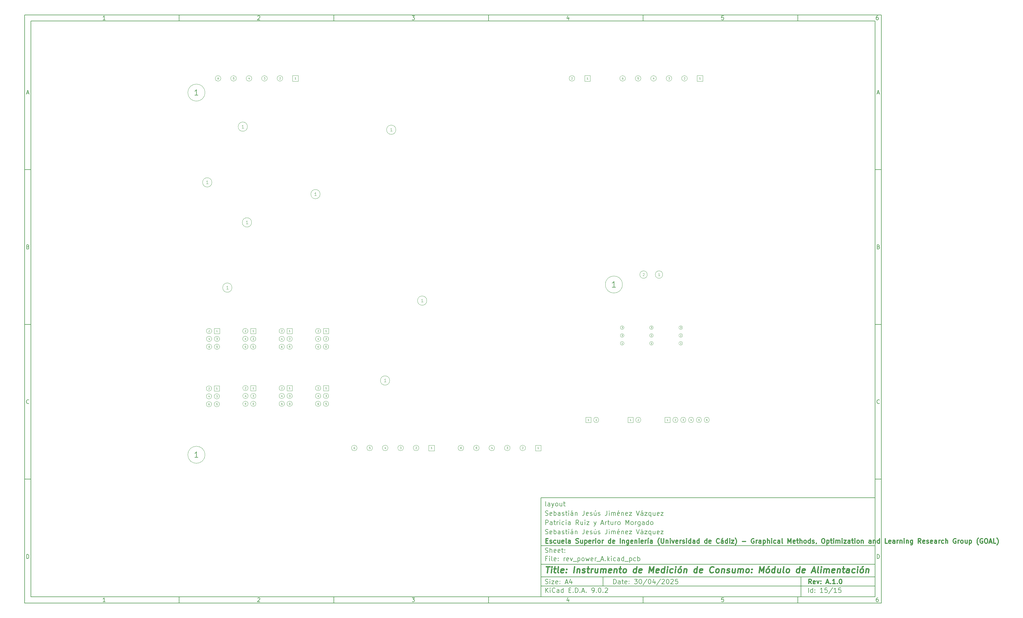
<source format=gbr>
%TF.GenerationSoftware,KiCad,Pcbnew,9.0.2*%
%TF.CreationDate,2025-11-09T23:00:08+01:00*%
%TF.ProjectId,rev_power_A,7265765f-706f-4776-9572-5f412e6b6963,A.1.0*%
%TF.SameCoordinates,Original*%
%TF.FileFunction,AssemblyDrawing,Bot*%
%FSLAX46Y46*%
G04 Gerber Fmt 4.6, Leading zero omitted, Abs format (unit mm)*
G04 Created by KiCad (PCBNEW 9.0.2) date 2025-11-09 23:00:08*
%MOMM*%
%LPD*%
G01*
G04 APERTURE LIST*
%ADD10C,0.100000*%
%ADD11C,0.150000*%
%ADD12C,0.300000*%
%ADD13C,0.400000*%
%ADD14C,0.047222*%
%ADD15C,0.083333*%
%ADD16C,0.066667*%
%ADD17C,0.050000*%
%ADD18C,0.152778*%
%ADD19C,0.033333*%
G04 APERTURE END LIST*
D10*
D11*
X177002200Y-166007200D02*
X285002200Y-166007200D01*
X285002200Y-198007200D01*
X177002200Y-198007200D01*
X177002200Y-166007200D01*
D10*
D11*
X10000000Y-10000000D02*
X287002200Y-10000000D01*
X287002200Y-200007200D01*
X10000000Y-200007200D01*
X10000000Y-10000000D01*
D10*
D11*
X12000000Y-12000000D02*
X285002200Y-12000000D01*
X285002200Y-198007200D01*
X12000000Y-198007200D01*
X12000000Y-12000000D01*
D10*
D11*
X60000000Y-12000000D02*
X60000000Y-10000000D01*
D10*
D11*
X110000000Y-12000000D02*
X110000000Y-10000000D01*
D10*
D11*
X160000000Y-12000000D02*
X160000000Y-10000000D01*
D10*
D11*
X210000000Y-12000000D02*
X210000000Y-10000000D01*
D10*
D11*
X260000000Y-12000000D02*
X260000000Y-10000000D01*
D10*
D11*
X36089160Y-11593604D02*
X35346303Y-11593604D01*
X35717731Y-11593604D02*
X35717731Y-10293604D01*
X35717731Y-10293604D02*
X35593922Y-10479319D01*
X35593922Y-10479319D02*
X35470112Y-10603128D01*
X35470112Y-10603128D02*
X35346303Y-10665033D01*
D10*
D11*
X85346303Y-10417414D02*
X85408207Y-10355509D01*
X85408207Y-10355509D02*
X85532017Y-10293604D01*
X85532017Y-10293604D02*
X85841541Y-10293604D01*
X85841541Y-10293604D02*
X85965350Y-10355509D01*
X85965350Y-10355509D02*
X86027255Y-10417414D01*
X86027255Y-10417414D02*
X86089160Y-10541223D01*
X86089160Y-10541223D02*
X86089160Y-10665033D01*
X86089160Y-10665033D02*
X86027255Y-10850747D01*
X86027255Y-10850747D02*
X85284398Y-11593604D01*
X85284398Y-11593604D02*
X86089160Y-11593604D01*
D10*
D11*
X135284398Y-10293604D02*
X136089160Y-10293604D01*
X136089160Y-10293604D02*
X135655826Y-10788842D01*
X135655826Y-10788842D02*
X135841541Y-10788842D01*
X135841541Y-10788842D02*
X135965350Y-10850747D01*
X135965350Y-10850747D02*
X136027255Y-10912652D01*
X136027255Y-10912652D02*
X136089160Y-11036461D01*
X136089160Y-11036461D02*
X136089160Y-11345985D01*
X136089160Y-11345985D02*
X136027255Y-11469795D01*
X136027255Y-11469795D02*
X135965350Y-11531700D01*
X135965350Y-11531700D02*
X135841541Y-11593604D01*
X135841541Y-11593604D02*
X135470112Y-11593604D01*
X135470112Y-11593604D02*
X135346303Y-11531700D01*
X135346303Y-11531700D02*
X135284398Y-11469795D01*
D10*
D11*
X185965350Y-10726938D02*
X185965350Y-11593604D01*
X185655826Y-10231700D02*
X185346303Y-11160271D01*
X185346303Y-11160271D02*
X186151064Y-11160271D01*
D10*
D11*
X236027255Y-10293604D02*
X235408207Y-10293604D01*
X235408207Y-10293604D02*
X235346303Y-10912652D01*
X235346303Y-10912652D02*
X235408207Y-10850747D01*
X235408207Y-10850747D02*
X235532017Y-10788842D01*
X235532017Y-10788842D02*
X235841541Y-10788842D01*
X235841541Y-10788842D02*
X235965350Y-10850747D01*
X235965350Y-10850747D02*
X236027255Y-10912652D01*
X236027255Y-10912652D02*
X236089160Y-11036461D01*
X236089160Y-11036461D02*
X236089160Y-11345985D01*
X236089160Y-11345985D02*
X236027255Y-11469795D01*
X236027255Y-11469795D02*
X235965350Y-11531700D01*
X235965350Y-11531700D02*
X235841541Y-11593604D01*
X235841541Y-11593604D02*
X235532017Y-11593604D01*
X235532017Y-11593604D02*
X235408207Y-11531700D01*
X235408207Y-11531700D02*
X235346303Y-11469795D01*
D10*
D11*
X285965350Y-10293604D02*
X285717731Y-10293604D01*
X285717731Y-10293604D02*
X285593922Y-10355509D01*
X285593922Y-10355509D02*
X285532017Y-10417414D01*
X285532017Y-10417414D02*
X285408207Y-10603128D01*
X285408207Y-10603128D02*
X285346303Y-10850747D01*
X285346303Y-10850747D02*
X285346303Y-11345985D01*
X285346303Y-11345985D02*
X285408207Y-11469795D01*
X285408207Y-11469795D02*
X285470112Y-11531700D01*
X285470112Y-11531700D02*
X285593922Y-11593604D01*
X285593922Y-11593604D02*
X285841541Y-11593604D01*
X285841541Y-11593604D02*
X285965350Y-11531700D01*
X285965350Y-11531700D02*
X286027255Y-11469795D01*
X286027255Y-11469795D02*
X286089160Y-11345985D01*
X286089160Y-11345985D02*
X286089160Y-11036461D01*
X286089160Y-11036461D02*
X286027255Y-10912652D01*
X286027255Y-10912652D02*
X285965350Y-10850747D01*
X285965350Y-10850747D02*
X285841541Y-10788842D01*
X285841541Y-10788842D02*
X285593922Y-10788842D01*
X285593922Y-10788842D02*
X285470112Y-10850747D01*
X285470112Y-10850747D02*
X285408207Y-10912652D01*
X285408207Y-10912652D02*
X285346303Y-11036461D01*
D10*
D11*
X60000000Y-198007200D02*
X60000000Y-200007200D01*
D10*
D11*
X110000000Y-198007200D02*
X110000000Y-200007200D01*
D10*
D11*
X160000000Y-198007200D02*
X160000000Y-200007200D01*
D10*
D11*
X210000000Y-198007200D02*
X210000000Y-200007200D01*
D10*
D11*
X260000000Y-198007200D02*
X260000000Y-200007200D01*
D10*
D11*
X36089160Y-199600804D02*
X35346303Y-199600804D01*
X35717731Y-199600804D02*
X35717731Y-198300804D01*
X35717731Y-198300804D02*
X35593922Y-198486519D01*
X35593922Y-198486519D02*
X35470112Y-198610328D01*
X35470112Y-198610328D02*
X35346303Y-198672233D01*
D10*
D11*
X85346303Y-198424614D02*
X85408207Y-198362709D01*
X85408207Y-198362709D02*
X85532017Y-198300804D01*
X85532017Y-198300804D02*
X85841541Y-198300804D01*
X85841541Y-198300804D02*
X85965350Y-198362709D01*
X85965350Y-198362709D02*
X86027255Y-198424614D01*
X86027255Y-198424614D02*
X86089160Y-198548423D01*
X86089160Y-198548423D02*
X86089160Y-198672233D01*
X86089160Y-198672233D02*
X86027255Y-198857947D01*
X86027255Y-198857947D02*
X85284398Y-199600804D01*
X85284398Y-199600804D02*
X86089160Y-199600804D01*
D10*
D11*
X135284398Y-198300804D02*
X136089160Y-198300804D01*
X136089160Y-198300804D02*
X135655826Y-198796042D01*
X135655826Y-198796042D02*
X135841541Y-198796042D01*
X135841541Y-198796042D02*
X135965350Y-198857947D01*
X135965350Y-198857947D02*
X136027255Y-198919852D01*
X136027255Y-198919852D02*
X136089160Y-199043661D01*
X136089160Y-199043661D02*
X136089160Y-199353185D01*
X136089160Y-199353185D02*
X136027255Y-199476995D01*
X136027255Y-199476995D02*
X135965350Y-199538900D01*
X135965350Y-199538900D02*
X135841541Y-199600804D01*
X135841541Y-199600804D02*
X135470112Y-199600804D01*
X135470112Y-199600804D02*
X135346303Y-199538900D01*
X135346303Y-199538900D02*
X135284398Y-199476995D01*
D10*
D11*
X185965350Y-198734138D02*
X185965350Y-199600804D01*
X185655826Y-198238900D02*
X185346303Y-199167471D01*
X185346303Y-199167471D02*
X186151064Y-199167471D01*
D10*
D11*
X236027255Y-198300804D02*
X235408207Y-198300804D01*
X235408207Y-198300804D02*
X235346303Y-198919852D01*
X235346303Y-198919852D02*
X235408207Y-198857947D01*
X235408207Y-198857947D02*
X235532017Y-198796042D01*
X235532017Y-198796042D02*
X235841541Y-198796042D01*
X235841541Y-198796042D02*
X235965350Y-198857947D01*
X235965350Y-198857947D02*
X236027255Y-198919852D01*
X236027255Y-198919852D02*
X236089160Y-199043661D01*
X236089160Y-199043661D02*
X236089160Y-199353185D01*
X236089160Y-199353185D02*
X236027255Y-199476995D01*
X236027255Y-199476995D02*
X235965350Y-199538900D01*
X235965350Y-199538900D02*
X235841541Y-199600804D01*
X235841541Y-199600804D02*
X235532017Y-199600804D01*
X235532017Y-199600804D02*
X235408207Y-199538900D01*
X235408207Y-199538900D02*
X235346303Y-199476995D01*
D10*
D11*
X285965350Y-198300804D02*
X285717731Y-198300804D01*
X285717731Y-198300804D02*
X285593922Y-198362709D01*
X285593922Y-198362709D02*
X285532017Y-198424614D01*
X285532017Y-198424614D02*
X285408207Y-198610328D01*
X285408207Y-198610328D02*
X285346303Y-198857947D01*
X285346303Y-198857947D02*
X285346303Y-199353185D01*
X285346303Y-199353185D02*
X285408207Y-199476995D01*
X285408207Y-199476995D02*
X285470112Y-199538900D01*
X285470112Y-199538900D02*
X285593922Y-199600804D01*
X285593922Y-199600804D02*
X285841541Y-199600804D01*
X285841541Y-199600804D02*
X285965350Y-199538900D01*
X285965350Y-199538900D02*
X286027255Y-199476995D01*
X286027255Y-199476995D02*
X286089160Y-199353185D01*
X286089160Y-199353185D02*
X286089160Y-199043661D01*
X286089160Y-199043661D02*
X286027255Y-198919852D01*
X286027255Y-198919852D02*
X285965350Y-198857947D01*
X285965350Y-198857947D02*
X285841541Y-198796042D01*
X285841541Y-198796042D02*
X285593922Y-198796042D01*
X285593922Y-198796042D02*
X285470112Y-198857947D01*
X285470112Y-198857947D02*
X285408207Y-198919852D01*
X285408207Y-198919852D02*
X285346303Y-199043661D01*
D10*
D11*
X10000000Y-60000000D02*
X12000000Y-60000000D01*
D10*
D11*
X10000000Y-110000000D02*
X12000000Y-110000000D01*
D10*
D11*
X10000000Y-160000000D02*
X12000000Y-160000000D01*
D10*
D11*
X10690476Y-35222176D02*
X11309523Y-35222176D01*
X10566666Y-35593604D02*
X10999999Y-34293604D01*
X10999999Y-34293604D02*
X11433333Y-35593604D01*
D10*
D11*
X11092857Y-84912652D02*
X11278571Y-84974557D01*
X11278571Y-84974557D02*
X11340476Y-85036461D01*
X11340476Y-85036461D02*
X11402380Y-85160271D01*
X11402380Y-85160271D02*
X11402380Y-85345985D01*
X11402380Y-85345985D02*
X11340476Y-85469795D01*
X11340476Y-85469795D02*
X11278571Y-85531700D01*
X11278571Y-85531700D02*
X11154761Y-85593604D01*
X11154761Y-85593604D02*
X10659523Y-85593604D01*
X10659523Y-85593604D02*
X10659523Y-84293604D01*
X10659523Y-84293604D02*
X11092857Y-84293604D01*
X11092857Y-84293604D02*
X11216666Y-84355509D01*
X11216666Y-84355509D02*
X11278571Y-84417414D01*
X11278571Y-84417414D02*
X11340476Y-84541223D01*
X11340476Y-84541223D02*
X11340476Y-84665033D01*
X11340476Y-84665033D02*
X11278571Y-84788842D01*
X11278571Y-84788842D02*
X11216666Y-84850747D01*
X11216666Y-84850747D02*
X11092857Y-84912652D01*
X11092857Y-84912652D02*
X10659523Y-84912652D01*
D10*
D11*
X11402380Y-135469795D02*
X11340476Y-135531700D01*
X11340476Y-135531700D02*
X11154761Y-135593604D01*
X11154761Y-135593604D02*
X11030952Y-135593604D01*
X11030952Y-135593604D02*
X10845238Y-135531700D01*
X10845238Y-135531700D02*
X10721428Y-135407890D01*
X10721428Y-135407890D02*
X10659523Y-135284080D01*
X10659523Y-135284080D02*
X10597619Y-135036461D01*
X10597619Y-135036461D02*
X10597619Y-134850747D01*
X10597619Y-134850747D02*
X10659523Y-134603128D01*
X10659523Y-134603128D02*
X10721428Y-134479319D01*
X10721428Y-134479319D02*
X10845238Y-134355509D01*
X10845238Y-134355509D02*
X11030952Y-134293604D01*
X11030952Y-134293604D02*
X11154761Y-134293604D01*
X11154761Y-134293604D02*
X11340476Y-134355509D01*
X11340476Y-134355509D02*
X11402380Y-134417414D01*
D10*
D11*
X10659523Y-185593604D02*
X10659523Y-184293604D01*
X10659523Y-184293604D02*
X10969047Y-184293604D01*
X10969047Y-184293604D02*
X11154761Y-184355509D01*
X11154761Y-184355509D02*
X11278571Y-184479319D01*
X11278571Y-184479319D02*
X11340476Y-184603128D01*
X11340476Y-184603128D02*
X11402380Y-184850747D01*
X11402380Y-184850747D02*
X11402380Y-185036461D01*
X11402380Y-185036461D02*
X11340476Y-185284080D01*
X11340476Y-185284080D02*
X11278571Y-185407890D01*
X11278571Y-185407890D02*
X11154761Y-185531700D01*
X11154761Y-185531700D02*
X10969047Y-185593604D01*
X10969047Y-185593604D02*
X10659523Y-185593604D01*
D10*
D11*
X287002200Y-60000000D02*
X285002200Y-60000000D01*
D10*
D11*
X287002200Y-110000000D02*
X285002200Y-110000000D01*
D10*
D11*
X287002200Y-160000000D02*
X285002200Y-160000000D01*
D10*
D11*
X285692676Y-35222176D02*
X286311723Y-35222176D01*
X285568866Y-35593604D02*
X286002199Y-34293604D01*
X286002199Y-34293604D02*
X286435533Y-35593604D01*
D10*
D11*
X286095057Y-84912652D02*
X286280771Y-84974557D01*
X286280771Y-84974557D02*
X286342676Y-85036461D01*
X286342676Y-85036461D02*
X286404580Y-85160271D01*
X286404580Y-85160271D02*
X286404580Y-85345985D01*
X286404580Y-85345985D02*
X286342676Y-85469795D01*
X286342676Y-85469795D02*
X286280771Y-85531700D01*
X286280771Y-85531700D02*
X286156961Y-85593604D01*
X286156961Y-85593604D02*
X285661723Y-85593604D01*
X285661723Y-85593604D02*
X285661723Y-84293604D01*
X285661723Y-84293604D02*
X286095057Y-84293604D01*
X286095057Y-84293604D02*
X286218866Y-84355509D01*
X286218866Y-84355509D02*
X286280771Y-84417414D01*
X286280771Y-84417414D02*
X286342676Y-84541223D01*
X286342676Y-84541223D02*
X286342676Y-84665033D01*
X286342676Y-84665033D02*
X286280771Y-84788842D01*
X286280771Y-84788842D02*
X286218866Y-84850747D01*
X286218866Y-84850747D02*
X286095057Y-84912652D01*
X286095057Y-84912652D02*
X285661723Y-84912652D01*
D10*
D11*
X286404580Y-135469795D02*
X286342676Y-135531700D01*
X286342676Y-135531700D02*
X286156961Y-135593604D01*
X286156961Y-135593604D02*
X286033152Y-135593604D01*
X286033152Y-135593604D02*
X285847438Y-135531700D01*
X285847438Y-135531700D02*
X285723628Y-135407890D01*
X285723628Y-135407890D02*
X285661723Y-135284080D01*
X285661723Y-135284080D02*
X285599819Y-135036461D01*
X285599819Y-135036461D02*
X285599819Y-134850747D01*
X285599819Y-134850747D02*
X285661723Y-134603128D01*
X285661723Y-134603128D02*
X285723628Y-134479319D01*
X285723628Y-134479319D02*
X285847438Y-134355509D01*
X285847438Y-134355509D02*
X286033152Y-134293604D01*
X286033152Y-134293604D02*
X286156961Y-134293604D01*
X286156961Y-134293604D02*
X286342676Y-134355509D01*
X286342676Y-134355509D02*
X286404580Y-134417414D01*
D10*
D11*
X285661723Y-185593604D02*
X285661723Y-184293604D01*
X285661723Y-184293604D02*
X285971247Y-184293604D01*
X285971247Y-184293604D02*
X286156961Y-184355509D01*
X286156961Y-184355509D02*
X286280771Y-184479319D01*
X286280771Y-184479319D02*
X286342676Y-184603128D01*
X286342676Y-184603128D02*
X286404580Y-184850747D01*
X286404580Y-184850747D02*
X286404580Y-185036461D01*
X286404580Y-185036461D02*
X286342676Y-185284080D01*
X286342676Y-185284080D02*
X286280771Y-185407890D01*
X286280771Y-185407890D02*
X286156961Y-185531700D01*
X286156961Y-185531700D02*
X285971247Y-185593604D01*
X285971247Y-185593604D02*
X285661723Y-185593604D01*
D10*
D11*
X200458026Y-193793328D02*
X200458026Y-192293328D01*
X200458026Y-192293328D02*
X200815169Y-192293328D01*
X200815169Y-192293328D02*
X201029455Y-192364757D01*
X201029455Y-192364757D02*
X201172312Y-192507614D01*
X201172312Y-192507614D02*
X201243741Y-192650471D01*
X201243741Y-192650471D02*
X201315169Y-192936185D01*
X201315169Y-192936185D02*
X201315169Y-193150471D01*
X201315169Y-193150471D02*
X201243741Y-193436185D01*
X201243741Y-193436185D02*
X201172312Y-193579042D01*
X201172312Y-193579042D02*
X201029455Y-193721900D01*
X201029455Y-193721900D02*
X200815169Y-193793328D01*
X200815169Y-193793328D02*
X200458026Y-193793328D01*
X202600884Y-193793328D02*
X202600884Y-193007614D01*
X202600884Y-193007614D02*
X202529455Y-192864757D01*
X202529455Y-192864757D02*
X202386598Y-192793328D01*
X202386598Y-192793328D02*
X202100884Y-192793328D01*
X202100884Y-192793328D02*
X201958026Y-192864757D01*
X202600884Y-193721900D02*
X202458026Y-193793328D01*
X202458026Y-193793328D02*
X202100884Y-193793328D01*
X202100884Y-193793328D02*
X201958026Y-193721900D01*
X201958026Y-193721900D02*
X201886598Y-193579042D01*
X201886598Y-193579042D02*
X201886598Y-193436185D01*
X201886598Y-193436185D02*
X201958026Y-193293328D01*
X201958026Y-193293328D02*
X202100884Y-193221900D01*
X202100884Y-193221900D02*
X202458026Y-193221900D01*
X202458026Y-193221900D02*
X202600884Y-193150471D01*
X203100884Y-192793328D02*
X203672312Y-192793328D01*
X203315169Y-192293328D02*
X203315169Y-193579042D01*
X203315169Y-193579042D02*
X203386598Y-193721900D01*
X203386598Y-193721900D02*
X203529455Y-193793328D01*
X203529455Y-193793328D02*
X203672312Y-193793328D01*
X204743741Y-193721900D02*
X204600884Y-193793328D01*
X204600884Y-193793328D02*
X204315170Y-193793328D01*
X204315170Y-193793328D02*
X204172312Y-193721900D01*
X204172312Y-193721900D02*
X204100884Y-193579042D01*
X204100884Y-193579042D02*
X204100884Y-193007614D01*
X204100884Y-193007614D02*
X204172312Y-192864757D01*
X204172312Y-192864757D02*
X204315170Y-192793328D01*
X204315170Y-192793328D02*
X204600884Y-192793328D01*
X204600884Y-192793328D02*
X204743741Y-192864757D01*
X204743741Y-192864757D02*
X204815170Y-193007614D01*
X204815170Y-193007614D02*
X204815170Y-193150471D01*
X204815170Y-193150471D02*
X204100884Y-193293328D01*
X205458026Y-193650471D02*
X205529455Y-193721900D01*
X205529455Y-193721900D02*
X205458026Y-193793328D01*
X205458026Y-193793328D02*
X205386598Y-193721900D01*
X205386598Y-193721900D02*
X205458026Y-193650471D01*
X205458026Y-193650471D02*
X205458026Y-193793328D01*
X205458026Y-192864757D02*
X205529455Y-192936185D01*
X205529455Y-192936185D02*
X205458026Y-193007614D01*
X205458026Y-193007614D02*
X205386598Y-192936185D01*
X205386598Y-192936185D02*
X205458026Y-192864757D01*
X205458026Y-192864757D02*
X205458026Y-193007614D01*
X207172312Y-192293328D02*
X208100884Y-192293328D01*
X208100884Y-192293328D02*
X207600884Y-192864757D01*
X207600884Y-192864757D02*
X207815169Y-192864757D01*
X207815169Y-192864757D02*
X207958027Y-192936185D01*
X207958027Y-192936185D02*
X208029455Y-193007614D01*
X208029455Y-193007614D02*
X208100884Y-193150471D01*
X208100884Y-193150471D02*
X208100884Y-193507614D01*
X208100884Y-193507614D02*
X208029455Y-193650471D01*
X208029455Y-193650471D02*
X207958027Y-193721900D01*
X207958027Y-193721900D02*
X207815169Y-193793328D01*
X207815169Y-193793328D02*
X207386598Y-193793328D01*
X207386598Y-193793328D02*
X207243741Y-193721900D01*
X207243741Y-193721900D02*
X207172312Y-193650471D01*
X209029455Y-192293328D02*
X209172312Y-192293328D01*
X209172312Y-192293328D02*
X209315169Y-192364757D01*
X209315169Y-192364757D02*
X209386598Y-192436185D01*
X209386598Y-192436185D02*
X209458026Y-192579042D01*
X209458026Y-192579042D02*
X209529455Y-192864757D01*
X209529455Y-192864757D02*
X209529455Y-193221900D01*
X209529455Y-193221900D02*
X209458026Y-193507614D01*
X209458026Y-193507614D02*
X209386598Y-193650471D01*
X209386598Y-193650471D02*
X209315169Y-193721900D01*
X209315169Y-193721900D02*
X209172312Y-193793328D01*
X209172312Y-193793328D02*
X209029455Y-193793328D01*
X209029455Y-193793328D02*
X208886598Y-193721900D01*
X208886598Y-193721900D02*
X208815169Y-193650471D01*
X208815169Y-193650471D02*
X208743740Y-193507614D01*
X208743740Y-193507614D02*
X208672312Y-193221900D01*
X208672312Y-193221900D02*
X208672312Y-192864757D01*
X208672312Y-192864757D02*
X208743740Y-192579042D01*
X208743740Y-192579042D02*
X208815169Y-192436185D01*
X208815169Y-192436185D02*
X208886598Y-192364757D01*
X208886598Y-192364757D02*
X209029455Y-192293328D01*
X211243740Y-192221900D02*
X209958026Y-194150471D01*
X212029455Y-192293328D02*
X212172312Y-192293328D01*
X212172312Y-192293328D02*
X212315169Y-192364757D01*
X212315169Y-192364757D02*
X212386598Y-192436185D01*
X212386598Y-192436185D02*
X212458026Y-192579042D01*
X212458026Y-192579042D02*
X212529455Y-192864757D01*
X212529455Y-192864757D02*
X212529455Y-193221900D01*
X212529455Y-193221900D02*
X212458026Y-193507614D01*
X212458026Y-193507614D02*
X212386598Y-193650471D01*
X212386598Y-193650471D02*
X212315169Y-193721900D01*
X212315169Y-193721900D02*
X212172312Y-193793328D01*
X212172312Y-193793328D02*
X212029455Y-193793328D01*
X212029455Y-193793328D02*
X211886598Y-193721900D01*
X211886598Y-193721900D02*
X211815169Y-193650471D01*
X211815169Y-193650471D02*
X211743740Y-193507614D01*
X211743740Y-193507614D02*
X211672312Y-193221900D01*
X211672312Y-193221900D02*
X211672312Y-192864757D01*
X211672312Y-192864757D02*
X211743740Y-192579042D01*
X211743740Y-192579042D02*
X211815169Y-192436185D01*
X211815169Y-192436185D02*
X211886598Y-192364757D01*
X211886598Y-192364757D02*
X212029455Y-192293328D01*
X213815169Y-192793328D02*
X213815169Y-193793328D01*
X213458026Y-192221900D02*
X213100883Y-193293328D01*
X213100883Y-193293328D02*
X214029454Y-193293328D01*
X215672311Y-192221900D02*
X214386597Y-194150471D01*
X216100883Y-192436185D02*
X216172311Y-192364757D01*
X216172311Y-192364757D02*
X216315169Y-192293328D01*
X216315169Y-192293328D02*
X216672311Y-192293328D01*
X216672311Y-192293328D02*
X216815169Y-192364757D01*
X216815169Y-192364757D02*
X216886597Y-192436185D01*
X216886597Y-192436185D02*
X216958026Y-192579042D01*
X216958026Y-192579042D02*
X216958026Y-192721900D01*
X216958026Y-192721900D02*
X216886597Y-192936185D01*
X216886597Y-192936185D02*
X216029454Y-193793328D01*
X216029454Y-193793328D02*
X216958026Y-193793328D01*
X217886597Y-192293328D02*
X218029454Y-192293328D01*
X218029454Y-192293328D02*
X218172311Y-192364757D01*
X218172311Y-192364757D02*
X218243740Y-192436185D01*
X218243740Y-192436185D02*
X218315168Y-192579042D01*
X218315168Y-192579042D02*
X218386597Y-192864757D01*
X218386597Y-192864757D02*
X218386597Y-193221900D01*
X218386597Y-193221900D02*
X218315168Y-193507614D01*
X218315168Y-193507614D02*
X218243740Y-193650471D01*
X218243740Y-193650471D02*
X218172311Y-193721900D01*
X218172311Y-193721900D02*
X218029454Y-193793328D01*
X218029454Y-193793328D02*
X217886597Y-193793328D01*
X217886597Y-193793328D02*
X217743740Y-193721900D01*
X217743740Y-193721900D02*
X217672311Y-193650471D01*
X217672311Y-193650471D02*
X217600882Y-193507614D01*
X217600882Y-193507614D02*
X217529454Y-193221900D01*
X217529454Y-193221900D02*
X217529454Y-192864757D01*
X217529454Y-192864757D02*
X217600882Y-192579042D01*
X217600882Y-192579042D02*
X217672311Y-192436185D01*
X217672311Y-192436185D02*
X217743740Y-192364757D01*
X217743740Y-192364757D02*
X217886597Y-192293328D01*
X218958025Y-192436185D02*
X219029453Y-192364757D01*
X219029453Y-192364757D02*
X219172311Y-192293328D01*
X219172311Y-192293328D02*
X219529453Y-192293328D01*
X219529453Y-192293328D02*
X219672311Y-192364757D01*
X219672311Y-192364757D02*
X219743739Y-192436185D01*
X219743739Y-192436185D02*
X219815168Y-192579042D01*
X219815168Y-192579042D02*
X219815168Y-192721900D01*
X219815168Y-192721900D02*
X219743739Y-192936185D01*
X219743739Y-192936185D02*
X218886596Y-193793328D01*
X218886596Y-193793328D02*
X219815168Y-193793328D01*
X221172310Y-192293328D02*
X220458024Y-192293328D01*
X220458024Y-192293328D02*
X220386596Y-193007614D01*
X220386596Y-193007614D02*
X220458024Y-192936185D01*
X220458024Y-192936185D02*
X220600882Y-192864757D01*
X220600882Y-192864757D02*
X220958024Y-192864757D01*
X220958024Y-192864757D02*
X221100882Y-192936185D01*
X221100882Y-192936185D02*
X221172310Y-193007614D01*
X221172310Y-193007614D02*
X221243739Y-193150471D01*
X221243739Y-193150471D02*
X221243739Y-193507614D01*
X221243739Y-193507614D02*
X221172310Y-193650471D01*
X221172310Y-193650471D02*
X221100882Y-193721900D01*
X221100882Y-193721900D02*
X220958024Y-193793328D01*
X220958024Y-193793328D02*
X220600882Y-193793328D01*
X220600882Y-193793328D02*
X220458024Y-193721900D01*
X220458024Y-193721900D02*
X220386596Y-193650471D01*
D10*
D11*
X177002200Y-194507200D02*
X285002200Y-194507200D01*
D10*
D11*
X178458026Y-196593328D02*
X178458026Y-195093328D01*
X179315169Y-196593328D02*
X178672312Y-195736185D01*
X179315169Y-195093328D02*
X178458026Y-195950471D01*
X179958026Y-196593328D02*
X179958026Y-195593328D01*
X179958026Y-195093328D02*
X179886598Y-195164757D01*
X179886598Y-195164757D02*
X179958026Y-195236185D01*
X179958026Y-195236185D02*
X180029455Y-195164757D01*
X180029455Y-195164757D02*
X179958026Y-195093328D01*
X179958026Y-195093328D02*
X179958026Y-195236185D01*
X181529455Y-196450471D02*
X181458027Y-196521900D01*
X181458027Y-196521900D02*
X181243741Y-196593328D01*
X181243741Y-196593328D02*
X181100884Y-196593328D01*
X181100884Y-196593328D02*
X180886598Y-196521900D01*
X180886598Y-196521900D02*
X180743741Y-196379042D01*
X180743741Y-196379042D02*
X180672312Y-196236185D01*
X180672312Y-196236185D02*
X180600884Y-195950471D01*
X180600884Y-195950471D02*
X180600884Y-195736185D01*
X180600884Y-195736185D02*
X180672312Y-195450471D01*
X180672312Y-195450471D02*
X180743741Y-195307614D01*
X180743741Y-195307614D02*
X180886598Y-195164757D01*
X180886598Y-195164757D02*
X181100884Y-195093328D01*
X181100884Y-195093328D02*
X181243741Y-195093328D01*
X181243741Y-195093328D02*
X181458027Y-195164757D01*
X181458027Y-195164757D02*
X181529455Y-195236185D01*
X182815170Y-196593328D02*
X182815170Y-195807614D01*
X182815170Y-195807614D02*
X182743741Y-195664757D01*
X182743741Y-195664757D02*
X182600884Y-195593328D01*
X182600884Y-195593328D02*
X182315170Y-195593328D01*
X182315170Y-195593328D02*
X182172312Y-195664757D01*
X182815170Y-196521900D02*
X182672312Y-196593328D01*
X182672312Y-196593328D02*
X182315170Y-196593328D01*
X182315170Y-196593328D02*
X182172312Y-196521900D01*
X182172312Y-196521900D02*
X182100884Y-196379042D01*
X182100884Y-196379042D02*
X182100884Y-196236185D01*
X182100884Y-196236185D02*
X182172312Y-196093328D01*
X182172312Y-196093328D02*
X182315170Y-196021900D01*
X182315170Y-196021900D02*
X182672312Y-196021900D01*
X182672312Y-196021900D02*
X182815170Y-195950471D01*
X184172313Y-196593328D02*
X184172313Y-195093328D01*
X184172313Y-196521900D02*
X184029455Y-196593328D01*
X184029455Y-196593328D02*
X183743741Y-196593328D01*
X183743741Y-196593328D02*
X183600884Y-196521900D01*
X183600884Y-196521900D02*
X183529455Y-196450471D01*
X183529455Y-196450471D02*
X183458027Y-196307614D01*
X183458027Y-196307614D02*
X183458027Y-195879042D01*
X183458027Y-195879042D02*
X183529455Y-195736185D01*
X183529455Y-195736185D02*
X183600884Y-195664757D01*
X183600884Y-195664757D02*
X183743741Y-195593328D01*
X183743741Y-195593328D02*
X184029455Y-195593328D01*
X184029455Y-195593328D02*
X184172313Y-195664757D01*
X186029455Y-195807614D02*
X186529455Y-195807614D01*
X186743741Y-196593328D02*
X186029455Y-196593328D01*
X186029455Y-196593328D02*
X186029455Y-195093328D01*
X186029455Y-195093328D02*
X186743741Y-195093328D01*
X187386598Y-196450471D02*
X187458027Y-196521900D01*
X187458027Y-196521900D02*
X187386598Y-196593328D01*
X187386598Y-196593328D02*
X187315170Y-196521900D01*
X187315170Y-196521900D02*
X187386598Y-196450471D01*
X187386598Y-196450471D02*
X187386598Y-196593328D01*
X188100884Y-196593328D02*
X188100884Y-195093328D01*
X188100884Y-195093328D02*
X188458027Y-195093328D01*
X188458027Y-195093328D02*
X188672313Y-195164757D01*
X188672313Y-195164757D02*
X188815170Y-195307614D01*
X188815170Y-195307614D02*
X188886599Y-195450471D01*
X188886599Y-195450471D02*
X188958027Y-195736185D01*
X188958027Y-195736185D02*
X188958027Y-195950471D01*
X188958027Y-195950471D02*
X188886599Y-196236185D01*
X188886599Y-196236185D02*
X188815170Y-196379042D01*
X188815170Y-196379042D02*
X188672313Y-196521900D01*
X188672313Y-196521900D02*
X188458027Y-196593328D01*
X188458027Y-196593328D02*
X188100884Y-196593328D01*
X189600884Y-196450471D02*
X189672313Y-196521900D01*
X189672313Y-196521900D02*
X189600884Y-196593328D01*
X189600884Y-196593328D02*
X189529456Y-196521900D01*
X189529456Y-196521900D02*
X189600884Y-196450471D01*
X189600884Y-196450471D02*
X189600884Y-196593328D01*
X190243742Y-196164757D02*
X190958028Y-196164757D01*
X190100885Y-196593328D02*
X190600885Y-195093328D01*
X190600885Y-195093328D02*
X191100885Y-196593328D01*
X191600884Y-196450471D02*
X191672313Y-196521900D01*
X191672313Y-196521900D02*
X191600884Y-196593328D01*
X191600884Y-196593328D02*
X191529456Y-196521900D01*
X191529456Y-196521900D02*
X191600884Y-196450471D01*
X191600884Y-196450471D02*
X191600884Y-196593328D01*
X193529456Y-196593328D02*
X193815170Y-196593328D01*
X193815170Y-196593328D02*
X193958027Y-196521900D01*
X193958027Y-196521900D02*
X194029456Y-196450471D01*
X194029456Y-196450471D02*
X194172313Y-196236185D01*
X194172313Y-196236185D02*
X194243742Y-195950471D01*
X194243742Y-195950471D02*
X194243742Y-195379042D01*
X194243742Y-195379042D02*
X194172313Y-195236185D01*
X194172313Y-195236185D02*
X194100885Y-195164757D01*
X194100885Y-195164757D02*
X193958027Y-195093328D01*
X193958027Y-195093328D02*
X193672313Y-195093328D01*
X193672313Y-195093328D02*
X193529456Y-195164757D01*
X193529456Y-195164757D02*
X193458027Y-195236185D01*
X193458027Y-195236185D02*
X193386599Y-195379042D01*
X193386599Y-195379042D02*
X193386599Y-195736185D01*
X193386599Y-195736185D02*
X193458027Y-195879042D01*
X193458027Y-195879042D02*
X193529456Y-195950471D01*
X193529456Y-195950471D02*
X193672313Y-196021900D01*
X193672313Y-196021900D02*
X193958027Y-196021900D01*
X193958027Y-196021900D02*
X194100885Y-195950471D01*
X194100885Y-195950471D02*
X194172313Y-195879042D01*
X194172313Y-195879042D02*
X194243742Y-195736185D01*
X194886598Y-196450471D02*
X194958027Y-196521900D01*
X194958027Y-196521900D02*
X194886598Y-196593328D01*
X194886598Y-196593328D02*
X194815170Y-196521900D01*
X194815170Y-196521900D02*
X194886598Y-196450471D01*
X194886598Y-196450471D02*
X194886598Y-196593328D01*
X195886599Y-195093328D02*
X196029456Y-195093328D01*
X196029456Y-195093328D02*
X196172313Y-195164757D01*
X196172313Y-195164757D02*
X196243742Y-195236185D01*
X196243742Y-195236185D02*
X196315170Y-195379042D01*
X196315170Y-195379042D02*
X196386599Y-195664757D01*
X196386599Y-195664757D02*
X196386599Y-196021900D01*
X196386599Y-196021900D02*
X196315170Y-196307614D01*
X196315170Y-196307614D02*
X196243742Y-196450471D01*
X196243742Y-196450471D02*
X196172313Y-196521900D01*
X196172313Y-196521900D02*
X196029456Y-196593328D01*
X196029456Y-196593328D02*
X195886599Y-196593328D01*
X195886599Y-196593328D02*
X195743742Y-196521900D01*
X195743742Y-196521900D02*
X195672313Y-196450471D01*
X195672313Y-196450471D02*
X195600884Y-196307614D01*
X195600884Y-196307614D02*
X195529456Y-196021900D01*
X195529456Y-196021900D02*
X195529456Y-195664757D01*
X195529456Y-195664757D02*
X195600884Y-195379042D01*
X195600884Y-195379042D02*
X195672313Y-195236185D01*
X195672313Y-195236185D02*
X195743742Y-195164757D01*
X195743742Y-195164757D02*
X195886599Y-195093328D01*
X197029455Y-196450471D02*
X197100884Y-196521900D01*
X197100884Y-196521900D02*
X197029455Y-196593328D01*
X197029455Y-196593328D02*
X196958027Y-196521900D01*
X196958027Y-196521900D02*
X197029455Y-196450471D01*
X197029455Y-196450471D02*
X197029455Y-196593328D01*
X197672313Y-195236185D02*
X197743741Y-195164757D01*
X197743741Y-195164757D02*
X197886599Y-195093328D01*
X197886599Y-195093328D02*
X198243741Y-195093328D01*
X198243741Y-195093328D02*
X198386599Y-195164757D01*
X198386599Y-195164757D02*
X198458027Y-195236185D01*
X198458027Y-195236185D02*
X198529456Y-195379042D01*
X198529456Y-195379042D02*
X198529456Y-195521900D01*
X198529456Y-195521900D02*
X198458027Y-195736185D01*
X198458027Y-195736185D02*
X197600884Y-196593328D01*
X197600884Y-196593328D02*
X198529456Y-196593328D01*
D10*
D11*
X177002200Y-191507200D02*
X285002200Y-191507200D01*
D10*
D12*
X264413853Y-193785528D02*
X263913853Y-193071242D01*
X263556710Y-193785528D02*
X263556710Y-192285528D01*
X263556710Y-192285528D02*
X264128139Y-192285528D01*
X264128139Y-192285528D02*
X264270996Y-192356957D01*
X264270996Y-192356957D02*
X264342425Y-192428385D01*
X264342425Y-192428385D02*
X264413853Y-192571242D01*
X264413853Y-192571242D02*
X264413853Y-192785528D01*
X264413853Y-192785528D02*
X264342425Y-192928385D01*
X264342425Y-192928385D02*
X264270996Y-192999814D01*
X264270996Y-192999814D02*
X264128139Y-193071242D01*
X264128139Y-193071242D02*
X263556710Y-193071242D01*
X265628139Y-193714100D02*
X265485282Y-193785528D01*
X265485282Y-193785528D02*
X265199568Y-193785528D01*
X265199568Y-193785528D02*
X265056710Y-193714100D01*
X265056710Y-193714100D02*
X264985282Y-193571242D01*
X264985282Y-193571242D02*
X264985282Y-192999814D01*
X264985282Y-192999814D02*
X265056710Y-192856957D01*
X265056710Y-192856957D02*
X265199568Y-192785528D01*
X265199568Y-192785528D02*
X265485282Y-192785528D01*
X265485282Y-192785528D02*
X265628139Y-192856957D01*
X265628139Y-192856957D02*
X265699568Y-192999814D01*
X265699568Y-192999814D02*
X265699568Y-193142671D01*
X265699568Y-193142671D02*
X264985282Y-193285528D01*
X266199567Y-192785528D02*
X266556710Y-193785528D01*
X266556710Y-193785528D02*
X266913853Y-192785528D01*
X267485281Y-193642671D02*
X267556710Y-193714100D01*
X267556710Y-193714100D02*
X267485281Y-193785528D01*
X267485281Y-193785528D02*
X267413853Y-193714100D01*
X267413853Y-193714100D02*
X267485281Y-193642671D01*
X267485281Y-193642671D02*
X267485281Y-193785528D01*
X267485281Y-192856957D02*
X267556710Y-192928385D01*
X267556710Y-192928385D02*
X267485281Y-192999814D01*
X267485281Y-192999814D02*
X267413853Y-192928385D01*
X267413853Y-192928385D02*
X267485281Y-192856957D01*
X267485281Y-192856957D02*
X267485281Y-192999814D01*
X269270996Y-193356957D02*
X269985282Y-193356957D01*
X269128139Y-193785528D02*
X269628139Y-192285528D01*
X269628139Y-192285528D02*
X270128139Y-193785528D01*
X270628138Y-193642671D02*
X270699567Y-193714100D01*
X270699567Y-193714100D02*
X270628138Y-193785528D01*
X270628138Y-193785528D02*
X270556710Y-193714100D01*
X270556710Y-193714100D02*
X270628138Y-193642671D01*
X270628138Y-193642671D02*
X270628138Y-193785528D01*
X272128139Y-193785528D02*
X271270996Y-193785528D01*
X271699567Y-193785528D02*
X271699567Y-192285528D01*
X271699567Y-192285528D02*
X271556710Y-192499814D01*
X271556710Y-192499814D02*
X271413853Y-192642671D01*
X271413853Y-192642671D02*
X271270996Y-192714100D01*
X272770995Y-193642671D02*
X272842424Y-193714100D01*
X272842424Y-193714100D02*
X272770995Y-193785528D01*
X272770995Y-193785528D02*
X272699567Y-193714100D01*
X272699567Y-193714100D02*
X272770995Y-193642671D01*
X272770995Y-193642671D02*
X272770995Y-193785528D01*
X273770996Y-192285528D02*
X273913853Y-192285528D01*
X273913853Y-192285528D02*
X274056710Y-192356957D01*
X274056710Y-192356957D02*
X274128139Y-192428385D01*
X274128139Y-192428385D02*
X274199567Y-192571242D01*
X274199567Y-192571242D02*
X274270996Y-192856957D01*
X274270996Y-192856957D02*
X274270996Y-193214100D01*
X274270996Y-193214100D02*
X274199567Y-193499814D01*
X274199567Y-193499814D02*
X274128139Y-193642671D01*
X274128139Y-193642671D02*
X274056710Y-193714100D01*
X274056710Y-193714100D02*
X273913853Y-193785528D01*
X273913853Y-193785528D02*
X273770996Y-193785528D01*
X273770996Y-193785528D02*
X273628139Y-193714100D01*
X273628139Y-193714100D02*
X273556710Y-193642671D01*
X273556710Y-193642671D02*
X273485281Y-193499814D01*
X273485281Y-193499814D02*
X273413853Y-193214100D01*
X273413853Y-193214100D02*
X273413853Y-192856957D01*
X273413853Y-192856957D02*
X273485281Y-192571242D01*
X273485281Y-192571242D02*
X273556710Y-192428385D01*
X273556710Y-192428385D02*
X273628139Y-192356957D01*
X273628139Y-192356957D02*
X273770996Y-192285528D01*
D10*
D11*
X178386598Y-193721900D02*
X178600884Y-193793328D01*
X178600884Y-193793328D02*
X178958026Y-193793328D01*
X178958026Y-193793328D02*
X179100884Y-193721900D01*
X179100884Y-193721900D02*
X179172312Y-193650471D01*
X179172312Y-193650471D02*
X179243741Y-193507614D01*
X179243741Y-193507614D02*
X179243741Y-193364757D01*
X179243741Y-193364757D02*
X179172312Y-193221900D01*
X179172312Y-193221900D02*
X179100884Y-193150471D01*
X179100884Y-193150471D02*
X178958026Y-193079042D01*
X178958026Y-193079042D02*
X178672312Y-193007614D01*
X178672312Y-193007614D02*
X178529455Y-192936185D01*
X178529455Y-192936185D02*
X178458026Y-192864757D01*
X178458026Y-192864757D02*
X178386598Y-192721900D01*
X178386598Y-192721900D02*
X178386598Y-192579042D01*
X178386598Y-192579042D02*
X178458026Y-192436185D01*
X178458026Y-192436185D02*
X178529455Y-192364757D01*
X178529455Y-192364757D02*
X178672312Y-192293328D01*
X178672312Y-192293328D02*
X179029455Y-192293328D01*
X179029455Y-192293328D02*
X179243741Y-192364757D01*
X179886597Y-193793328D02*
X179886597Y-192793328D01*
X179886597Y-192293328D02*
X179815169Y-192364757D01*
X179815169Y-192364757D02*
X179886597Y-192436185D01*
X179886597Y-192436185D02*
X179958026Y-192364757D01*
X179958026Y-192364757D02*
X179886597Y-192293328D01*
X179886597Y-192293328D02*
X179886597Y-192436185D01*
X180458026Y-192793328D02*
X181243741Y-192793328D01*
X181243741Y-192793328D02*
X180458026Y-193793328D01*
X180458026Y-193793328D02*
X181243741Y-193793328D01*
X182386598Y-193721900D02*
X182243741Y-193793328D01*
X182243741Y-193793328D02*
X181958027Y-193793328D01*
X181958027Y-193793328D02*
X181815169Y-193721900D01*
X181815169Y-193721900D02*
X181743741Y-193579042D01*
X181743741Y-193579042D02*
X181743741Y-193007614D01*
X181743741Y-193007614D02*
X181815169Y-192864757D01*
X181815169Y-192864757D02*
X181958027Y-192793328D01*
X181958027Y-192793328D02*
X182243741Y-192793328D01*
X182243741Y-192793328D02*
X182386598Y-192864757D01*
X182386598Y-192864757D02*
X182458027Y-193007614D01*
X182458027Y-193007614D02*
X182458027Y-193150471D01*
X182458027Y-193150471D02*
X181743741Y-193293328D01*
X183100883Y-193650471D02*
X183172312Y-193721900D01*
X183172312Y-193721900D02*
X183100883Y-193793328D01*
X183100883Y-193793328D02*
X183029455Y-193721900D01*
X183029455Y-193721900D02*
X183100883Y-193650471D01*
X183100883Y-193650471D02*
X183100883Y-193793328D01*
X183100883Y-192864757D02*
X183172312Y-192936185D01*
X183172312Y-192936185D02*
X183100883Y-193007614D01*
X183100883Y-193007614D02*
X183029455Y-192936185D01*
X183029455Y-192936185D02*
X183100883Y-192864757D01*
X183100883Y-192864757D02*
X183100883Y-193007614D01*
X184886598Y-193364757D02*
X185600884Y-193364757D01*
X184743741Y-193793328D02*
X185243741Y-192293328D01*
X185243741Y-192293328D02*
X185743741Y-193793328D01*
X186886598Y-192793328D02*
X186886598Y-193793328D01*
X186529455Y-192221900D02*
X186172312Y-193293328D01*
X186172312Y-193293328D02*
X187100883Y-193293328D01*
D10*
D11*
X263458026Y-196593328D02*
X263458026Y-195093328D01*
X264815170Y-196593328D02*
X264815170Y-195093328D01*
X264815170Y-196521900D02*
X264672312Y-196593328D01*
X264672312Y-196593328D02*
X264386598Y-196593328D01*
X264386598Y-196593328D02*
X264243741Y-196521900D01*
X264243741Y-196521900D02*
X264172312Y-196450471D01*
X264172312Y-196450471D02*
X264100884Y-196307614D01*
X264100884Y-196307614D02*
X264100884Y-195879042D01*
X264100884Y-195879042D02*
X264172312Y-195736185D01*
X264172312Y-195736185D02*
X264243741Y-195664757D01*
X264243741Y-195664757D02*
X264386598Y-195593328D01*
X264386598Y-195593328D02*
X264672312Y-195593328D01*
X264672312Y-195593328D02*
X264815170Y-195664757D01*
X265529455Y-196450471D02*
X265600884Y-196521900D01*
X265600884Y-196521900D02*
X265529455Y-196593328D01*
X265529455Y-196593328D02*
X265458027Y-196521900D01*
X265458027Y-196521900D02*
X265529455Y-196450471D01*
X265529455Y-196450471D02*
X265529455Y-196593328D01*
X265529455Y-195664757D02*
X265600884Y-195736185D01*
X265600884Y-195736185D02*
X265529455Y-195807614D01*
X265529455Y-195807614D02*
X265458027Y-195736185D01*
X265458027Y-195736185D02*
X265529455Y-195664757D01*
X265529455Y-195664757D02*
X265529455Y-195807614D01*
X268172313Y-196593328D02*
X267315170Y-196593328D01*
X267743741Y-196593328D02*
X267743741Y-195093328D01*
X267743741Y-195093328D02*
X267600884Y-195307614D01*
X267600884Y-195307614D02*
X267458027Y-195450471D01*
X267458027Y-195450471D02*
X267315170Y-195521900D01*
X269529455Y-195093328D02*
X268815169Y-195093328D01*
X268815169Y-195093328D02*
X268743741Y-195807614D01*
X268743741Y-195807614D02*
X268815169Y-195736185D01*
X268815169Y-195736185D02*
X268958027Y-195664757D01*
X268958027Y-195664757D02*
X269315169Y-195664757D01*
X269315169Y-195664757D02*
X269458027Y-195736185D01*
X269458027Y-195736185D02*
X269529455Y-195807614D01*
X269529455Y-195807614D02*
X269600884Y-195950471D01*
X269600884Y-195950471D02*
X269600884Y-196307614D01*
X269600884Y-196307614D02*
X269529455Y-196450471D01*
X269529455Y-196450471D02*
X269458027Y-196521900D01*
X269458027Y-196521900D02*
X269315169Y-196593328D01*
X269315169Y-196593328D02*
X268958027Y-196593328D01*
X268958027Y-196593328D02*
X268815169Y-196521900D01*
X268815169Y-196521900D02*
X268743741Y-196450471D01*
X271315169Y-195021900D02*
X270029455Y-196950471D01*
X272600884Y-196593328D02*
X271743741Y-196593328D01*
X272172312Y-196593328D02*
X272172312Y-195093328D01*
X272172312Y-195093328D02*
X272029455Y-195307614D01*
X272029455Y-195307614D02*
X271886598Y-195450471D01*
X271886598Y-195450471D02*
X271743741Y-195521900D01*
X273958026Y-195093328D02*
X273243740Y-195093328D01*
X273243740Y-195093328D02*
X273172312Y-195807614D01*
X273172312Y-195807614D02*
X273243740Y-195736185D01*
X273243740Y-195736185D02*
X273386598Y-195664757D01*
X273386598Y-195664757D02*
X273743740Y-195664757D01*
X273743740Y-195664757D02*
X273886598Y-195736185D01*
X273886598Y-195736185D02*
X273958026Y-195807614D01*
X273958026Y-195807614D02*
X274029455Y-195950471D01*
X274029455Y-195950471D02*
X274029455Y-196307614D01*
X274029455Y-196307614D02*
X273958026Y-196450471D01*
X273958026Y-196450471D02*
X273886598Y-196521900D01*
X273886598Y-196521900D02*
X273743740Y-196593328D01*
X273743740Y-196593328D02*
X273386598Y-196593328D01*
X273386598Y-196593328D02*
X273243740Y-196521900D01*
X273243740Y-196521900D02*
X273172312Y-196450471D01*
D10*
D11*
X177002200Y-187507200D02*
X285002200Y-187507200D01*
D10*
D13*
X178693928Y-188211638D02*
X179836785Y-188211638D01*
X179015357Y-190211638D02*
X179265357Y-188211638D01*
X180253452Y-190211638D02*
X180420119Y-188878304D01*
X180503452Y-188211638D02*
X180396309Y-188306876D01*
X180396309Y-188306876D02*
X180479643Y-188402114D01*
X180479643Y-188402114D02*
X180586786Y-188306876D01*
X180586786Y-188306876D02*
X180503452Y-188211638D01*
X180503452Y-188211638D02*
X180479643Y-188402114D01*
X181086786Y-188878304D02*
X181848690Y-188878304D01*
X181455833Y-188211638D02*
X181241548Y-189925923D01*
X181241548Y-189925923D02*
X181312976Y-190116400D01*
X181312976Y-190116400D02*
X181491548Y-190211638D01*
X181491548Y-190211638D02*
X181682024Y-190211638D01*
X182634405Y-190211638D02*
X182455833Y-190116400D01*
X182455833Y-190116400D02*
X182384405Y-189925923D01*
X182384405Y-189925923D02*
X182598690Y-188211638D01*
X184170119Y-190116400D02*
X183967738Y-190211638D01*
X183967738Y-190211638D02*
X183586785Y-190211638D01*
X183586785Y-190211638D02*
X183408214Y-190116400D01*
X183408214Y-190116400D02*
X183336785Y-189925923D01*
X183336785Y-189925923D02*
X183432024Y-189164019D01*
X183432024Y-189164019D02*
X183551071Y-188973542D01*
X183551071Y-188973542D02*
X183753452Y-188878304D01*
X183753452Y-188878304D02*
X184134404Y-188878304D01*
X184134404Y-188878304D02*
X184312976Y-188973542D01*
X184312976Y-188973542D02*
X184384404Y-189164019D01*
X184384404Y-189164019D02*
X184360595Y-189354495D01*
X184360595Y-189354495D02*
X183384404Y-189544971D01*
X185134405Y-190021161D02*
X185217738Y-190116400D01*
X185217738Y-190116400D02*
X185110595Y-190211638D01*
X185110595Y-190211638D02*
X185027262Y-190116400D01*
X185027262Y-190116400D02*
X185134405Y-190021161D01*
X185134405Y-190021161D02*
X185110595Y-190211638D01*
X185265357Y-188973542D02*
X185348690Y-189068780D01*
X185348690Y-189068780D02*
X185241548Y-189164019D01*
X185241548Y-189164019D02*
X185158214Y-189068780D01*
X185158214Y-189068780D02*
X185265357Y-188973542D01*
X185265357Y-188973542D02*
X185241548Y-189164019D01*
X187586786Y-190211638D02*
X187836786Y-188211638D01*
X188705834Y-188878304D02*
X188539167Y-190211638D01*
X188682024Y-189068780D02*
X188789167Y-188973542D01*
X188789167Y-188973542D02*
X188991548Y-188878304D01*
X188991548Y-188878304D02*
X189277262Y-188878304D01*
X189277262Y-188878304D02*
X189455834Y-188973542D01*
X189455834Y-188973542D02*
X189527262Y-189164019D01*
X189527262Y-189164019D02*
X189396310Y-190211638D01*
X190265358Y-190116400D02*
X190443929Y-190211638D01*
X190443929Y-190211638D02*
X190824882Y-190211638D01*
X190824882Y-190211638D02*
X191027263Y-190116400D01*
X191027263Y-190116400D02*
X191146310Y-189925923D01*
X191146310Y-189925923D02*
X191158215Y-189830685D01*
X191158215Y-189830685D02*
X191086786Y-189640209D01*
X191086786Y-189640209D02*
X190908215Y-189544971D01*
X190908215Y-189544971D02*
X190622501Y-189544971D01*
X190622501Y-189544971D02*
X190443929Y-189449733D01*
X190443929Y-189449733D02*
X190372501Y-189259257D01*
X190372501Y-189259257D02*
X190384406Y-189164019D01*
X190384406Y-189164019D02*
X190503453Y-188973542D01*
X190503453Y-188973542D02*
X190705834Y-188878304D01*
X190705834Y-188878304D02*
X190991548Y-188878304D01*
X190991548Y-188878304D02*
X191170120Y-188973542D01*
X191848692Y-188878304D02*
X192610596Y-188878304D01*
X192217739Y-188211638D02*
X192003454Y-189925923D01*
X192003454Y-189925923D02*
X192074882Y-190116400D01*
X192074882Y-190116400D02*
X192253454Y-190211638D01*
X192253454Y-190211638D02*
X192443930Y-190211638D01*
X193110596Y-190211638D02*
X193277263Y-188878304D01*
X193229644Y-189259257D02*
X193348691Y-189068780D01*
X193348691Y-189068780D02*
X193455834Y-188973542D01*
X193455834Y-188973542D02*
X193658215Y-188878304D01*
X193658215Y-188878304D02*
X193848691Y-188878304D01*
X195372501Y-188878304D02*
X195205834Y-190211638D01*
X194515358Y-188878304D02*
X194384406Y-189925923D01*
X194384406Y-189925923D02*
X194455834Y-190116400D01*
X194455834Y-190116400D02*
X194634406Y-190211638D01*
X194634406Y-190211638D02*
X194920120Y-190211638D01*
X194920120Y-190211638D02*
X195122501Y-190116400D01*
X195122501Y-190116400D02*
X195229644Y-190021161D01*
X196158215Y-190211638D02*
X196324882Y-188878304D01*
X196301072Y-189068780D02*
X196408215Y-188973542D01*
X196408215Y-188973542D02*
X196610596Y-188878304D01*
X196610596Y-188878304D02*
X196896310Y-188878304D01*
X196896310Y-188878304D02*
X197074882Y-188973542D01*
X197074882Y-188973542D02*
X197146310Y-189164019D01*
X197146310Y-189164019D02*
X197015358Y-190211638D01*
X197146310Y-189164019D02*
X197265358Y-188973542D01*
X197265358Y-188973542D02*
X197467739Y-188878304D01*
X197467739Y-188878304D02*
X197753453Y-188878304D01*
X197753453Y-188878304D02*
X197932025Y-188973542D01*
X197932025Y-188973542D02*
X198003453Y-189164019D01*
X198003453Y-189164019D02*
X197872501Y-190211638D01*
X199598692Y-190116400D02*
X199396311Y-190211638D01*
X199396311Y-190211638D02*
X199015358Y-190211638D01*
X199015358Y-190211638D02*
X198836787Y-190116400D01*
X198836787Y-190116400D02*
X198765358Y-189925923D01*
X198765358Y-189925923D02*
X198860597Y-189164019D01*
X198860597Y-189164019D02*
X198979644Y-188973542D01*
X198979644Y-188973542D02*
X199182025Y-188878304D01*
X199182025Y-188878304D02*
X199562977Y-188878304D01*
X199562977Y-188878304D02*
X199741549Y-188973542D01*
X199741549Y-188973542D02*
X199812977Y-189164019D01*
X199812977Y-189164019D02*
X199789168Y-189354495D01*
X199789168Y-189354495D02*
X198812977Y-189544971D01*
X200705835Y-188878304D02*
X200539168Y-190211638D01*
X200682025Y-189068780D02*
X200789168Y-188973542D01*
X200789168Y-188973542D02*
X200991549Y-188878304D01*
X200991549Y-188878304D02*
X201277263Y-188878304D01*
X201277263Y-188878304D02*
X201455835Y-188973542D01*
X201455835Y-188973542D02*
X201527263Y-189164019D01*
X201527263Y-189164019D02*
X201396311Y-190211638D01*
X202229645Y-188878304D02*
X202991549Y-188878304D01*
X202598692Y-188211638D02*
X202384407Y-189925923D01*
X202384407Y-189925923D02*
X202455835Y-190116400D01*
X202455835Y-190116400D02*
X202634407Y-190211638D01*
X202634407Y-190211638D02*
X202824883Y-190211638D01*
X203777264Y-190211638D02*
X203598692Y-190116400D01*
X203598692Y-190116400D02*
X203515359Y-190021161D01*
X203515359Y-190021161D02*
X203443930Y-189830685D01*
X203443930Y-189830685D02*
X203515359Y-189259257D01*
X203515359Y-189259257D02*
X203634406Y-189068780D01*
X203634406Y-189068780D02*
X203741549Y-188973542D01*
X203741549Y-188973542D02*
X203943930Y-188878304D01*
X203943930Y-188878304D02*
X204229644Y-188878304D01*
X204229644Y-188878304D02*
X204408216Y-188973542D01*
X204408216Y-188973542D02*
X204491549Y-189068780D01*
X204491549Y-189068780D02*
X204562978Y-189259257D01*
X204562978Y-189259257D02*
X204491549Y-189830685D01*
X204491549Y-189830685D02*
X204372502Y-190021161D01*
X204372502Y-190021161D02*
X204265359Y-190116400D01*
X204265359Y-190116400D02*
X204062978Y-190211638D01*
X204062978Y-190211638D02*
X203777264Y-190211638D01*
X207682026Y-190211638D02*
X207932026Y-188211638D01*
X207693931Y-190116400D02*
X207491550Y-190211638D01*
X207491550Y-190211638D02*
X207110598Y-190211638D01*
X207110598Y-190211638D02*
X206932026Y-190116400D01*
X206932026Y-190116400D02*
X206848693Y-190021161D01*
X206848693Y-190021161D02*
X206777264Y-189830685D01*
X206777264Y-189830685D02*
X206848693Y-189259257D01*
X206848693Y-189259257D02*
X206967740Y-189068780D01*
X206967740Y-189068780D02*
X207074883Y-188973542D01*
X207074883Y-188973542D02*
X207277264Y-188878304D01*
X207277264Y-188878304D02*
X207658217Y-188878304D01*
X207658217Y-188878304D02*
X207836788Y-188973542D01*
X209408217Y-190116400D02*
X209205836Y-190211638D01*
X209205836Y-190211638D02*
X208824883Y-190211638D01*
X208824883Y-190211638D02*
X208646312Y-190116400D01*
X208646312Y-190116400D02*
X208574883Y-189925923D01*
X208574883Y-189925923D02*
X208670122Y-189164019D01*
X208670122Y-189164019D02*
X208789169Y-188973542D01*
X208789169Y-188973542D02*
X208991550Y-188878304D01*
X208991550Y-188878304D02*
X209372502Y-188878304D01*
X209372502Y-188878304D02*
X209551074Y-188973542D01*
X209551074Y-188973542D02*
X209622502Y-189164019D01*
X209622502Y-189164019D02*
X209598693Y-189354495D01*
X209598693Y-189354495D02*
X208622502Y-189544971D01*
X211872503Y-190211638D02*
X212122503Y-188211638D01*
X212122503Y-188211638D02*
X212610598Y-189640209D01*
X212610598Y-189640209D02*
X213455837Y-188211638D01*
X213455837Y-188211638D02*
X213205837Y-190211638D01*
X214932027Y-190116400D02*
X214729646Y-190211638D01*
X214729646Y-190211638D02*
X214348693Y-190211638D01*
X214348693Y-190211638D02*
X214170122Y-190116400D01*
X214170122Y-190116400D02*
X214098693Y-189925923D01*
X214098693Y-189925923D02*
X214193932Y-189164019D01*
X214193932Y-189164019D02*
X214312979Y-188973542D01*
X214312979Y-188973542D02*
X214515360Y-188878304D01*
X214515360Y-188878304D02*
X214896312Y-188878304D01*
X214896312Y-188878304D02*
X215074884Y-188973542D01*
X215074884Y-188973542D02*
X215146312Y-189164019D01*
X215146312Y-189164019D02*
X215122503Y-189354495D01*
X215122503Y-189354495D02*
X214146312Y-189544971D01*
X216729646Y-190211638D02*
X216979646Y-188211638D01*
X216741551Y-190116400D02*
X216539170Y-190211638D01*
X216539170Y-190211638D02*
X216158218Y-190211638D01*
X216158218Y-190211638D02*
X215979646Y-190116400D01*
X215979646Y-190116400D02*
X215896313Y-190021161D01*
X215896313Y-190021161D02*
X215824884Y-189830685D01*
X215824884Y-189830685D02*
X215896313Y-189259257D01*
X215896313Y-189259257D02*
X216015360Y-189068780D01*
X216015360Y-189068780D02*
X216122503Y-188973542D01*
X216122503Y-188973542D02*
X216324884Y-188878304D01*
X216324884Y-188878304D02*
X216705837Y-188878304D01*
X216705837Y-188878304D02*
X216884408Y-188973542D01*
X217682027Y-190211638D02*
X217848694Y-188878304D01*
X217932027Y-188211638D02*
X217824884Y-188306876D01*
X217824884Y-188306876D02*
X217908218Y-188402114D01*
X217908218Y-188402114D02*
X218015361Y-188306876D01*
X218015361Y-188306876D02*
X217932027Y-188211638D01*
X217932027Y-188211638D02*
X217908218Y-188402114D01*
X219503456Y-190116400D02*
X219301075Y-190211638D01*
X219301075Y-190211638D02*
X218920123Y-190211638D01*
X218920123Y-190211638D02*
X218741551Y-190116400D01*
X218741551Y-190116400D02*
X218658218Y-190021161D01*
X218658218Y-190021161D02*
X218586789Y-189830685D01*
X218586789Y-189830685D02*
X218658218Y-189259257D01*
X218658218Y-189259257D02*
X218777265Y-189068780D01*
X218777265Y-189068780D02*
X218884408Y-188973542D01*
X218884408Y-188973542D02*
X219086789Y-188878304D01*
X219086789Y-188878304D02*
X219467742Y-188878304D01*
X219467742Y-188878304D02*
X219646313Y-188973542D01*
X220348694Y-190211638D02*
X220515361Y-188878304D01*
X220598694Y-188211638D02*
X220491551Y-188306876D01*
X220491551Y-188306876D02*
X220574885Y-188402114D01*
X220574885Y-188402114D02*
X220682028Y-188306876D01*
X220682028Y-188306876D02*
X220598694Y-188211638D01*
X220598694Y-188211638D02*
X220574885Y-188402114D01*
X221586790Y-190211638D02*
X221408218Y-190116400D01*
X221408218Y-190116400D02*
X221324885Y-190021161D01*
X221324885Y-190021161D02*
X221253456Y-189830685D01*
X221253456Y-189830685D02*
X221324885Y-189259257D01*
X221324885Y-189259257D02*
X221443932Y-189068780D01*
X221443932Y-189068780D02*
X221551075Y-188973542D01*
X221551075Y-188973542D02*
X221753456Y-188878304D01*
X221753456Y-188878304D02*
X222039170Y-188878304D01*
X222039170Y-188878304D02*
X222217742Y-188973542D01*
X222217742Y-188973542D02*
X222301075Y-189068780D01*
X222301075Y-189068780D02*
X222372504Y-189259257D01*
X222372504Y-189259257D02*
X222301075Y-189830685D01*
X222301075Y-189830685D02*
X222182028Y-190021161D01*
X222182028Y-190021161D02*
X222074885Y-190116400D01*
X222074885Y-190116400D02*
X221872504Y-190211638D01*
X221872504Y-190211638D02*
X221586790Y-190211638D01*
X222229647Y-188116400D02*
X221908218Y-188402114D01*
X223277266Y-188878304D02*
X223110599Y-190211638D01*
X223253456Y-189068780D02*
X223360599Y-188973542D01*
X223360599Y-188973542D02*
X223562980Y-188878304D01*
X223562980Y-188878304D02*
X223848694Y-188878304D01*
X223848694Y-188878304D02*
X224027266Y-188973542D01*
X224027266Y-188973542D02*
X224098694Y-189164019D01*
X224098694Y-189164019D02*
X223967742Y-190211638D01*
X227301076Y-190211638D02*
X227551076Y-188211638D01*
X227312981Y-190116400D02*
X227110600Y-190211638D01*
X227110600Y-190211638D02*
X226729648Y-190211638D01*
X226729648Y-190211638D02*
X226551076Y-190116400D01*
X226551076Y-190116400D02*
X226467743Y-190021161D01*
X226467743Y-190021161D02*
X226396314Y-189830685D01*
X226396314Y-189830685D02*
X226467743Y-189259257D01*
X226467743Y-189259257D02*
X226586790Y-189068780D01*
X226586790Y-189068780D02*
X226693933Y-188973542D01*
X226693933Y-188973542D02*
X226896314Y-188878304D01*
X226896314Y-188878304D02*
X227277267Y-188878304D01*
X227277267Y-188878304D02*
X227455838Y-188973542D01*
X229027267Y-190116400D02*
X228824886Y-190211638D01*
X228824886Y-190211638D02*
X228443933Y-190211638D01*
X228443933Y-190211638D02*
X228265362Y-190116400D01*
X228265362Y-190116400D02*
X228193933Y-189925923D01*
X228193933Y-189925923D02*
X228289172Y-189164019D01*
X228289172Y-189164019D02*
X228408219Y-188973542D01*
X228408219Y-188973542D02*
X228610600Y-188878304D01*
X228610600Y-188878304D02*
X228991552Y-188878304D01*
X228991552Y-188878304D02*
X229170124Y-188973542D01*
X229170124Y-188973542D02*
X229241552Y-189164019D01*
X229241552Y-189164019D02*
X229217743Y-189354495D01*
X229217743Y-189354495D02*
X228241552Y-189544971D01*
X232658220Y-190021161D02*
X232551077Y-190116400D01*
X232551077Y-190116400D02*
X232253458Y-190211638D01*
X232253458Y-190211638D02*
X232062982Y-190211638D01*
X232062982Y-190211638D02*
X231789172Y-190116400D01*
X231789172Y-190116400D02*
X231622506Y-189925923D01*
X231622506Y-189925923D02*
X231551077Y-189735447D01*
X231551077Y-189735447D02*
X231503458Y-189354495D01*
X231503458Y-189354495D02*
X231539172Y-189068780D01*
X231539172Y-189068780D02*
X231682029Y-188687828D01*
X231682029Y-188687828D02*
X231801077Y-188497352D01*
X231801077Y-188497352D02*
X232015363Y-188306876D01*
X232015363Y-188306876D02*
X232312982Y-188211638D01*
X232312982Y-188211638D02*
X232503458Y-188211638D01*
X232503458Y-188211638D02*
X232777268Y-188306876D01*
X232777268Y-188306876D02*
X232860601Y-188402114D01*
X233777268Y-190211638D02*
X233598696Y-190116400D01*
X233598696Y-190116400D02*
X233515363Y-190021161D01*
X233515363Y-190021161D02*
X233443934Y-189830685D01*
X233443934Y-189830685D02*
X233515363Y-189259257D01*
X233515363Y-189259257D02*
X233634410Y-189068780D01*
X233634410Y-189068780D02*
X233741553Y-188973542D01*
X233741553Y-188973542D02*
X233943934Y-188878304D01*
X233943934Y-188878304D02*
X234229648Y-188878304D01*
X234229648Y-188878304D02*
X234408220Y-188973542D01*
X234408220Y-188973542D02*
X234491553Y-189068780D01*
X234491553Y-189068780D02*
X234562982Y-189259257D01*
X234562982Y-189259257D02*
X234491553Y-189830685D01*
X234491553Y-189830685D02*
X234372506Y-190021161D01*
X234372506Y-190021161D02*
X234265363Y-190116400D01*
X234265363Y-190116400D02*
X234062982Y-190211638D01*
X234062982Y-190211638D02*
X233777268Y-190211638D01*
X235467744Y-188878304D02*
X235301077Y-190211638D01*
X235443934Y-189068780D02*
X235551077Y-188973542D01*
X235551077Y-188973542D02*
X235753458Y-188878304D01*
X235753458Y-188878304D02*
X236039172Y-188878304D01*
X236039172Y-188878304D02*
X236217744Y-188973542D01*
X236217744Y-188973542D02*
X236289172Y-189164019D01*
X236289172Y-189164019D02*
X236158220Y-190211638D01*
X237027268Y-190116400D02*
X237205839Y-190211638D01*
X237205839Y-190211638D02*
X237586792Y-190211638D01*
X237586792Y-190211638D02*
X237789173Y-190116400D01*
X237789173Y-190116400D02*
X237908220Y-189925923D01*
X237908220Y-189925923D02*
X237920125Y-189830685D01*
X237920125Y-189830685D02*
X237848696Y-189640209D01*
X237848696Y-189640209D02*
X237670125Y-189544971D01*
X237670125Y-189544971D02*
X237384411Y-189544971D01*
X237384411Y-189544971D02*
X237205839Y-189449733D01*
X237205839Y-189449733D02*
X237134411Y-189259257D01*
X237134411Y-189259257D02*
X237146316Y-189164019D01*
X237146316Y-189164019D02*
X237265363Y-188973542D01*
X237265363Y-188973542D02*
X237467744Y-188878304D01*
X237467744Y-188878304D02*
X237753458Y-188878304D01*
X237753458Y-188878304D02*
X237932030Y-188973542D01*
X239753459Y-188878304D02*
X239586792Y-190211638D01*
X238896316Y-188878304D02*
X238765364Y-189925923D01*
X238765364Y-189925923D02*
X238836792Y-190116400D01*
X238836792Y-190116400D02*
X239015364Y-190211638D01*
X239015364Y-190211638D02*
X239301078Y-190211638D01*
X239301078Y-190211638D02*
X239503459Y-190116400D01*
X239503459Y-190116400D02*
X239610602Y-190021161D01*
X240539173Y-190211638D02*
X240705840Y-188878304D01*
X240682030Y-189068780D02*
X240789173Y-188973542D01*
X240789173Y-188973542D02*
X240991554Y-188878304D01*
X240991554Y-188878304D02*
X241277268Y-188878304D01*
X241277268Y-188878304D02*
X241455840Y-188973542D01*
X241455840Y-188973542D02*
X241527268Y-189164019D01*
X241527268Y-189164019D02*
X241396316Y-190211638D01*
X241527268Y-189164019D02*
X241646316Y-188973542D01*
X241646316Y-188973542D02*
X241848697Y-188878304D01*
X241848697Y-188878304D02*
X242134411Y-188878304D01*
X242134411Y-188878304D02*
X242312983Y-188973542D01*
X242312983Y-188973542D02*
X242384411Y-189164019D01*
X242384411Y-189164019D02*
X242253459Y-190211638D01*
X243491555Y-190211638D02*
X243312983Y-190116400D01*
X243312983Y-190116400D02*
X243229650Y-190021161D01*
X243229650Y-190021161D02*
X243158221Y-189830685D01*
X243158221Y-189830685D02*
X243229650Y-189259257D01*
X243229650Y-189259257D02*
X243348697Y-189068780D01*
X243348697Y-189068780D02*
X243455840Y-188973542D01*
X243455840Y-188973542D02*
X243658221Y-188878304D01*
X243658221Y-188878304D02*
X243943935Y-188878304D01*
X243943935Y-188878304D02*
X244122507Y-188973542D01*
X244122507Y-188973542D02*
X244205840Y-189068780D01*
X244205840Y-189068780D02*
X244277269Y-189259257D01*
X244277269Y-189259257D02*
X244205840Y-189830685D01*
X244205840Y-189830685D02*
X244086793Y-190021161D01*
X244086793Y-190021161D02*
X243979650Y-190116400D01*
X243979650Y-190116400D02*
X243777269Y-190211638D01*
X243777269Y-190211638D02*
X243491555Y-190211638D01*
X245039174Y-190021161D02*
X245122507Y-190116400D01*
X245122507Y-190116400D02*
X245015364Y-190211638D01*
X245015364Y-190211638D02*
X244932031Y-190116400D01*
X244932031Y-190116400D02*
X245039174Y-190021161D01*
X245039174Y-190021161D02*
X245015364Y-190211638D01*
X245170126Y-188973542D02*
X245253459Y-189068780D01*
X245253459Y-189068780D02*
X245146317Y-189164019D01*
X245146317Y-189164019D02*
X245062983Y-189068780D01*
X245062983Y-189068780D02*
X245170126Y-188973542D01*
X245170126Y-188973542D02*
X245146317Y-189164019D01*
X247491555Y-190211638D02*
X247741555Y-188211638D01*
X247741555Y-188211638D02*
X248229650Y-189640209D01*
X248229650Y-189640209D02*
X249074889Y-188211638D01*
X249074889Y-188211638D02*
X248824889Y-190211638D01*
X250062984Y-190211638D02*
X249884412Y-190116400D01*
X249884412Y-190116400D02*
X249801079Y-190021161D01*
X249801079Y-190021161D02*
X249729650Y-189830685D01*
X249729650Y-189830685D02*
X249801079Y-189259257D01*
X249801079Y-189259257D02*
X249920126Y-189068780D01*
X249920126Y-189068780D02*
X250027269Y-188973542D01*
X250027269Y-188973542D02*
X250229650Y-188878304D01*
X250229650Y-188878304D02*
X250515364Y-188878304D01*
X250515364Y-188878304D02*
X250693936Y-188973542D01*
X250693936Y-188973542D02*
X250777269Y-189068780D01*
X250777269Y-189068780D02*
X250848698Y-189259257D01*
X250848698Y-189259257D02*
X250777269Y-189830685D01*
X250777269Y-189830685D02*
X250658222Y-190021161D01*
X250658222Y-190021161D02*
X250551079Y-190116400D01*
X250551079Y-190116400D02*
X250348698Y-190211638D01*
X250348698Y-190211638D02*
X250062984Y-190211638D01*
X250705841Y-188116400D02*
X250384412Y-188402114D01*
X252443936Y-190211638D02*
X252693936Y-188211638D01*
X252455841Y-190116400D02*
X252253460Y-190211638D01*
X252253460Y-190211638D02*
X251872508Y-190211638D01*
X251872508Y-190211638D02*
X251693936Y-190116400D01*
X251693936Y-190116400D02*
X251610603Y-190021161D01*
X251610603Y-190021161D02*
X251539174Y-189830685D01*
X251539174Y-189830685D02*
X251610603Y-189259257D01*
X251610603Y-189259257D02*
X251729650Y-189068780D01*
X251729650Y-189068780D02*
X251836793Y-188973542D01*
X251836793Y-188973542D02*
X252039174Y-188878304D01*
X252039174Y-188878304D02*
X252420127Y-188878304D01*
X252420127Y-188878304D02*
X252598698Y-188973542D01*
X254420127Y-188878304D02*
X254253460Y-190211638D01*
X253562984Y-188878304D02*
X253432032Y-189925923D01*
X253432032Y-189925923D02*
X253503460Y-190116400D01*
X253503460Y-190116400D02*
X253682032Y-190211638D01*
X253682032Y-190211638D02*
X253967746Y-190211638D01*
X253967746Y-190211638D02*
X254170127Y-190116400D01*
X254170127Y-190116400D02*
X254277270Y-190021161D01*
X255491556Y-190211638D02*
X255312984Y-190116400D01*
X255312984Y-190116400D02*
X255241556Y-189925923D01*
X255241556Y-189925923D02*
X255455841Y-188211638D01*
X256539175Y-190211638D02*
X256360603Y-190116400D01*
X256360603Y-190116400D02*
X256277270Y-190021161D01*
X256277270Y-190021161D02*
X256205841Y-189830685D01*
X256205841Y-189830685D02*
X256277270Y-189259257D01*
X256277270Y-189259257D02*
X256396317Y-189068780D01*
X256396317Y-189068780D02*
X256503460Y-188973542D01*
X256503460Y-188973542D02*
X256705841Y-188878304D01*
X256705841Y-188878304D02*
X256991555Y-188878304D01*
X256991555Y-188878304D02*
X257170127Y-188973542D01*
X257170127Y-188973542D02*
X257253460Y-189068780D01*
X257253460Y-189068780D02*
X257324889Y-189259257D01*
X257324889Y-189259257D02*
X257253460Y-189830685D01*
X257253460Y-189830685D02*
X257134413Y-190021161D01*
X257134413Y-190021161D02*
X257027270Y-190116400D01*
X257027270Y-190116400D02*
X256824889Y-190211638D01*
X256824889Y-190211638D02*
X256539175Y-190211638D01*
X260443937Y-190211638D02*
X260693937Y-188211638D01*
X260455842Y-190116400D02*
X260253461Y-190211638D01*
X260253461Y-190211638D02*
X259872509Y-190211638D01*
X259872509Y-190211638D02*
X259693937Y-190116400D01*
X259693937Y-190116400D02*
X259610604Y-190021161D01*
X259610604Y-190021161D02*
X259539175Y-189830685D01*
X259539175Y-189830685D02*
X259610604Y-189259257D01*
X259610604Y-189259257D02*
X259729651Y-189068780D01*
X259729651Y-189068780D02*
X259836794Y-188973542D01*
X259836794Y-188973542D02*
X260039175Y-188878304D01*
X260039175Y-188878304D02*
X260420128Y-188878304D01*
X260420128Y-188878304D02*
X260598699Y-188973542D01*
X262170128Y-190116400D02*
X261967747Y-190211638D01*
X261967747Y-190211638D02*
X261586794Y-190211638D01*
X261586794Y-190211638D02*
X261408223Y-190116400D01*
X261408223Y-190116400D02*
X261336794Y-189925923D01*
X261336794Y-189925923D02*
X261432033Y-189164019D01*
X261432033Y-189164019D02*
X261551080Y-188973542D01*
X261551080Y-188973542D02*
X261753461Y-188878304D01*
X261753461Y-188878304D02*
X262134413Y-188878304D01*
X262134413Y-188878304D02*
X262312985Y-188973542D01*
X262312985Y-188973542D02*
X262384413Y-189164019D01*
X262384413Y-189164019D02*
X262360604Y-189354495D01*
X262360604Y-189354495D02*
X261384413Y-189544971D01*
X264610605Y-189640209D02*
X265562986Y-189640209D01*
X264348700Y-190211638D02*
X265265367Y-188211638D01*
X265265367Y-188211638D02*
X265682033Y-190211638D01*
X266634415Y-190211638D02*
X266455843Y-190116400D01*
X266455843Y-190116400D02*
X266384415Y-189925923D01*
X266384415Y-189925923D02*
X266598700Y-188211638D01*
X267396319Y-190211638D02*
X267562986Y-188878304D01*
X267646319Y-188211638D02*
X267539176Y-188306876D01*
X267539176Y-188306876D02*
X267622510Y-188402114D01*
X267622510Y-188402114D02*
X267729653Y-188306876D01*
X267729653Y-188306876D02*
X267646319Y-188211638D01*
X267646319Y-188211638D02*
X267622510Y-188402114D01*
X268348700Y-190211638D02*
X268515367Y-188878304D01*
X268491557Y-189068780D02*
X268598700Y-188973542D01*
X268598700Y-188973542D02*
X268801081Y-188878304D01*
X268801081Y-188878304D02*
X269086795Y-188878304D01*
X269086795Y-188878304D02*
X269265367Y-188973542D01*
X269265367Y-188973542D02*
X269336795Y-189164019D01*
X269336795Y-189164019D02*
X269205843Y-190211638D01*
X269336795Y-189164019D02*
X269455843Y-188973542D01*
X269455843Y-188973542D02*
X269658224Y-188878304D01*
X269658224Y-188878304D02*
X269943938Y-188878304D01*
X269943938Y-188878304D02*
X270122510Y-188973542D01*
X270122510Y-188973542D02*
X270193938Y-189164019D01*
X270193938Y-189164019D02*
X270062986Y-190211638D01*
X271789177Y-190116400D02*
X271586796Y-190211638D01*
X271586796Y-190211638D02*
X271205843Y-190211638D01*
X271205843Y-190211638D02*
X271027272Y-190116400D01*
X271027272Y-190116400D02*
X270955843Y-189925923D01*
X270955843Y-189925923D02*
X271051082Y-189164019D01*
X271051082Y-189164019D02*
X271170129Y-188973542D01*
X271170129Y-188973542D02*
X271372510Y-188878304D01*
X271372510Y-188878304D02*
X271753462Y-188878304D01*
X271753462Y-188878304D02*
X271932034Y-188973542D01*
X271932034Y-188973542D02*
X272003462Y-189164019D01*
X272003462Y-189164019D02*
X271979653Y-189354495D01*
X271979653Y-189354495D02*
X271003462Y-189544971D01*
X272896320Y-188878304D02*
X272729653Y-190211638D01*
X272872510Y-189068780D02*
X272979653Y-188973542D01*
X272979653Y-188973542D02*
X273182034Y-188878304D01*
X273182034Y-188878304D02*
X273467748Y-188878304D01*
X273467748Y-188878304D02*
X273646320Y-188973542D01*
X273646320Y-188973542D02*
X273717748Y-189164019D01*
X273717748Y-189164019D02*
X273586796Y-190211638D01*
X274420130Y-188878304D02*
X275182034Y-188878304D01*
X274789177Y-188211638D02*
X274574892Y-189925923D01*
X274574892Y-189925923D02*
X274646320Y-190116400D01*
X274646320Y-190116400D02*
X274824892Y-190211638D01*
X274824892Y-190211638D02*
X275015368Y-190211638D01*
X276539177Y-190211638D02*
X276670129Y-189164019D01*
X276670129Y-189164019D02*
X276598701Y-188973542D01*
X276598701Y-188973542D02*
X276420129Y-188878304D01*
X276420129Y-188878304D02*
X276039177Y-188878304D01*
X276039177Y-188878304D02*
X275836796Y-188973542D01*
X276551082Y-190116400D02*
X276348701Y-190211638D01*
X276348701Y-190211638D02*
X275872510Y-190211638D01*
X275872510Y-190211638D02*
X275693939Y-190116400D01*
X275693939Y-190116400D02*
X275622510Y-189925923D01*
X275622510Y-189925923D02*
X275646320Y-189735447D01*
X275646320Y-189735447D02*
X275765368Y-189544971D01*
X275765368Y-189544971D02*
X275967749Y-189449733D01*
X275967749Y-189449733D02*
X276443939Y-189449733D01*
X276443939Y-189449733D02*
X276646320Y-189354495D01*
X278360606Y-190116400D02*
X278158225Y-190211638D01*
X278158225Y-190211638D02*
X277777273Y-190211638D01*
X277777273Y-190211638D02*
X277598701Y-190116400D01*
X277598701Y-190116400D02*
X277515368Y-190021161D01*
X277515368Y-190021161D02*
X277443939Y-189830685D01*
X277443939Y-189830685D02*
X277515368Y-189259257D01*
X277515368Y-189259257D02*
X277634415Y-189068780D01*
X277634415Y-189068780D02*
X277741558Y-188973542D01*
X277741558Y-188973542D02*
X277943939Y-188878304D01*
X277943939Y-188878304D02*
X278324892Y-188878304D01*
X278324892Y-188878304D02*
X278503463Y-188973542D01*
X279205844Y-190211638D02*
X279372511Y-188878304D01*
X279455844Y-188211638D02*
X279348701Y-188306876D01*
X279348701Y-188306876D02*
X279432035Y-188402114D01*
X279432035Y-188402114D02*
X279539178Y-188306876D01*
X279539178Y-188306876D02*
X279455844Y-188211638D01*
X279455844Y-188211638D02*
X279432035Y-188402114D01*
X280443940Y-190211638D02*
X280265368Y-190116400D01*
X280265368Y-190116400D02*
X280182035Y-190021161D01*
X280182035Y-190021161D02*
X280110606Y-189830685D01*
X280110606Y-189830685D02*
X280182035Y-189259257D01*
X280182035Y-189259257D02*
X280301082Y-189068780D01*
X280301082Y-189068780D02*
X280408225Y-188973542D01*
X280408225Y-188973542D02*
X280610606Y-188878304D01*
X280610606Y-188878304D02*
X280896320Y-188878304D01*
X280896320Y-188878304D02*
X281074892Y-188973542D01*
X281074892Y-188973542D02*
X281158225Y-189068780D01*
X281158225Y-189068780D02*
X281229654Y-189259257D01*
X281229654Y-189259257D02*
X281158225Y-189830685D01*
X281158225Y-189830685D02*
X281039178Y-190021161D01*
X281039178Y-190021161D02*
X280932035Y-190116400D01*
X280932035Y-190116400D02*
X280729654Y-190211638D01*
X280729654Y-190211638D02*
X280443940Y-190211638D01*
X281086797Y-188116400D02*
X280765368Y-188402114D01*
X282134416Y-188878304D02*
X281967749Y-190211638D01*
X282110606Y-189068780D02*
X282217749Y-188973542D01*
X282217749Y-188973542D02*
X282420130Y-188878304D01*
X282420130Y-188878304D02*
X282705844Y-188878304D01*
X282705844Y-188878304D02*
X282884416Y-188973542D01*
X282884416Y-188973542D02*
X282955844Y-189164019D01*
X282955844Y-189164019D02*
X282824892Y-190211638D01*
D10*
D11*
X178958026Y-185607614D02*
X178458026Y-185607614D01*
X178458026Y-186393328D02*
X178458026Y-184893328D01*
X178458026Y-184893328D02*
X179172312Y-184893328D01*
X179743740Y-186393328D02*
X179743740Y-185393328D01*
X179743740Y-184893328D02*
X179672312Y-184964757D01*
X179672312Y-184964757D02*
X179743740Y-185036185D01*
X179743740Y-185036185D02*
X179815169Y-184964757D01*
X179815169Y-184964757D02*
X179743740Y-184893328D01*
X179743740Y-184893328D02*
X179743740Y-185036185D01*
X180672312Y-186393328D02*
X180529455Y-186321900D01*
X180529455Y-186321900D02*
X180458026Y-186179042D01*
X180458026Y-186179042D02*
X180458026Y-184893328D01*
X181815169Y-186321900D02*
X181672312Y-186393328D01*
X181672312Y-186393328D02*
X181386598Y-186393328D01*
X181386598Y-186393328D02*
X181243740Y-186321900D01*
X181243740Y-186321900D02*
X181172312Y-186179042D01*
X181172312Y-186179042D02*
X181172312Y-185607614D01*
X181172312Y-185607614D02*
X181243740Y-185464757D01*
X181243740Y-185464757D02*
X181386598Y-185393328D01*
X181386598Y-185393328D02*
X181672312Y-185393328D01*
X181672312Y-185393328D02*
X181815169Y-185464757D01*
X181815169Y-185464757D02*
X181886598Y-185607614D01*
X181886598Y-185607614D02*
X181886598Y-185750471D01*
X181886598Y-185750471D02*
X181172312Y-185893328D01*
X182529454Y-186250471D02*
X182600883Y-186321900D01*
X182600883Y-186321900D02*
X182529454Y-186393328D01*
X182529454Y-186393328D02*
X182458026Y-186321900D01*
X182458026Y-186321900D02*
X182529454Y-186250471D01*
X182529454Y-186250471D02*
X182529454Y-186393328D01*
X182529454Y-185464757D02*
X182600883Y-185536185D01*
X182600883Y-185536185D02*
X182529454Y-185607614D01*
X182529454Y-185607614D02*
X182458026Y-185536185D01*
X182458026Y-185536185D02*
X182529454Y-185464757D01*
X182529454Y-185464757D02*
X182529454Y-185607614D01*
X184386597Y-186393328D02*
X184386597Y-185393328D01*
X184386597Y-185679042D02*
X184458026Y-185536185D01*
X184458026Y-185536185D02*
X184529455Y-185464757D01*
X184529455Y-185464757D02*
X184672312Y-185393328D01*
X184672312Y-185393328D02*
X184815169Y-185393328D01*
X185886597Y-186321900D02*
X185743740Y-186393328D01*
X185743740Y-186393328D02*
X185458026Y-186393328D01*
X185458026Y-186393328D02*
X185315168Y-186321900D01*
X185315168Y-186321900D02*
X185243740Y-186179042D01*
X185243740Y-186179042D02*
X185243740Y-185607614D01*
X185243740Y-185607614D02*
X185315168Y-185464757D01*
X185315168Y-185464757D02*
X185458026Y-185393328D01*
X185458026Y-185393328D02*
X185743740Y-185393328D01*
X185743740Y-185393328D02*
X185886597Y-185464757D01*
X185886597Y-185464757D02*
X185958026Y-185607614D01*
X185958026Y-185607614D02*
X185958026Y-185750471D01*
X185958026Y-185750471D02*
X185243740Y-185893328D01*
X186458025Y-185393328D02*
X186815168Y-186393328D01*
X186815168Y-186393328D02*
X187172311Y-185393328D01*
X187386597Y-186536185D02*
X188529454Y-186536185D01*
X188886596Y-185393328D02*
X188886596Y-186893328D01*
X188886596Y-185464757D02*
X189029454Y-185393328D01*
X189029454Y-185393328D02*
X189315168Y-185393328D01*
X189315168Y-185393328D02*
X189458025Y-185464757D01*
X189458025Y-185464757D02*
X189529454Y-185536185D01*
X189529454Y-185536185D02*
X189600882Y-185679042D01*
X189600882Y-185679042D02*
X189600882Y-186107614D01*
X189600882Y-186107614D02*
X189529454Y-186250471D01*
X189529454Y-186250471D02*
X189458025Y-186321900D01*
X189458025Y-186321900D02*
X189315168Y-186393328D01*
X189315168Y-186393328D02*
X189029454Y-186393328D01*
X189029454Y-186393328D02*
X188886596Y-186321900D01*
X190458025Y-186393328D02*
X190315168Y-186321900D01*
X190315168Y-186321900D02*
X190243739Y-186250471D01*
X190243739Y-186250471D02*
X190172311Y-186107614D01*
X190172311Y-186107614D02*
X190172311Y-185679042D01*
X190172311Y-185679042D02*
X190243739Y-185536185D01*
X190243739Y-185536185D02*
X190315168Y-185464757D01*
X190315168Y-185464757D02*
X190458025Y-185393328D01*
X190458025Y-185393328D02*
X190672311Y-185393328D01*
X190672311Y-185393328D02*
X190815168Y-185464757D01*
X190815168Y-185464757D02*
X190886597Y-185536185D01*
X190886597Y-185536185D02*
X190958025Y-185679042D01*
X190958025Y-185679042D02*
X190958025Y-186107614D01*
X190958025Y-186107614D02*
X190886597Y-186250471D01*
X190886597Y-186250471D02*
X190815168Y-186321900D01*
X190815168Y-186321900D02*
X190672311Y-186393328D01*
X190672311Y-186393328D02*
X190458025Y-186393328D01*
X191458025Y-185393328D02*
X191743740Y-186393328D01*
X191743740Y-186393328D02*
X192029454Y-185679042D01*
X192029454Y-185679042D02*
X192315168Y-186393328D01*
X192315168Y-186393328D02*
X192600882Y-185393328D01*
X193743740Y-186321900D02*
X193600883Y-186393328D01*
X193600883Y-186393328D02*
X193315169Y-186393328D01*
X193315169Y-186393328D02*
X193172311Y-186321900D01*
X193172311Y-186321900D02*
X193100883Y-186179042D01*
X193100883Y-186179042D02*
X193100883Y-185607614D01*
X193100883Y-185607614D02*
X193172311Y-185464757D01*
X193172311Y-185464757D02*
X193315169Y-185393328D01*
X193315169Y-185393328D02*
X193600883Y-185393328D01*
X193600883Y-185393328D02*
X193743740Y-185464757D01*
X193743740Y-185464757D02*
X193815169Y-185607614D01*
X193815169Y-185607614D02*
X193815169Y-185750471D01*
X193815169Y-185750471D02*
X193100883Y-185893328D01*
X194458025Y-186393328D02*
X194458025Y-185393328D01*
X194458025Y-185679042D02*
X194529454Y-185536185D01*
X194529454Y-185536185D02*
X194600883Y-185464757D01*
X194600883Y-185464757D02*
X194743740Y-185393328D01*
X194743740Y-185393328D02*
X194886597Y-185393328D01*
X195029454Y-186536185D02*
X196172311Y-186536185D01*
X196458025Y-185964757D02*
X197172311Y-185964757D01*
X196315168Y-186393328D02*
X196815168Y-184893328D01*
X196815168Y-184893328D02*
X197315168Y-186393328D01*
X197815167Y-186250471D02*
X197886596Y-186321900D01*
X197886596Y-186321900D02*
X197815167Y-186393328D01*
X197815167Y-186393328D02*
X197743739Y-186321900D01*
X197743739Y-186321900D02*
X197815167Y-186250471D01*
X197815167Y-186250471D02*
X197815167Y-186393328D01*
X198529453Y-186393328D02*
X198529453Y-184893328D01*
X198672311Y-185821900D02*
X199100882Y-186393328D01*
X199100882Y-185393328D02*
X198529453Y-185964757D01*
X199743739Y-186393328D02*
X199743739Y-185393328D01*
X199743739Y-184893328D02*
X199672311Y-184964757D01*
X199672311Y-184964757D02*
X199743739Y-185036185D01*
X199743739Y-185036185D02*
X199815168Y-184964757D01*
X199815168Y-184964757D02*
X199743739Y-184893328D01*
X199743739Y-184893328D02*
X199743739Y-185036185D01*
X201100883Y-186321900D02*
X200958025Y-186393328D01*
X200958025Y-186393328D02*
X200672311Y-186393328D01*
X200672311Y-186393328D02*
X200529454Y-186321900D01*
X200529454Y-186321900D02*
X200458025Y-186250471D01*
X200458025Y-186250471D02*
X200386597Y-186107614D01*
X200386597Y-186107614D02*
X200386597Y-185679042D01*
X200386597Y-185679042D02*
X200458025Y-185536185D01*
X200458025Y-185536185D02*
X200529454Y-185464757D01*
X200529454Y-185464757D02*
X200672311Y-185393328D01*
X200672311Y-185393328D02*
X200958025Y-185393328D01*
X200958025Y-185393328D02*
X201100883Y-185464757D01*
X202386597Y-186393328D02*
X202386597Y-185607614D01*
X202386597Y-185607614D02*
X202315168Y-185464757D01*
X202315168Y-185464757D02*
X202172311Y-185393328D01*
X202172311Y-185393328D02*
X201886597Y-185393328D01*
X201886597Y-185393328D02*
X201743739Y-185464757D01*
X202386597Y-186321900D02*
X202243739Y-186393328D01*
X202243739Y-186393328D02*
X201886597Y-186393328D01*
X201886597Y-186393328D02*
X201743739Y-186321900D01*
X201743739Y-186321900D02*
X201672311Y-186179042D01*
X201672311Y-186179042D02*
X201672311Y-186036185D01*
X201672311Y-186036185D02*
X201743739Y-185893328D01*
X201743739Y-185893328D02*
X201886597Y-185821900D01*
X201886597Y-185821900D02*
X202243739Y-185821900D01*
X202243739Y-185821900D02*
X202386597Y-185750471D01*
X203743740Y-186393328D02*
X203743740Y-184893328D01*
X203743740Y-186321900D02*
X203600882Y-186393328D01*
X203600882Y-186393328D02*
X203315168Y-186393328D01*
X203315168Y-186393328D02*
X203172311Y-186321900D01*
X203172311Y-186321900D02*
X203100882Y-186250471D01*
X203100882Y-186250471D02*
X203029454Y-186107614D01*
X203029454Y-186107614D02*
X203029454Y-185679042D01*
X203029454Y-185679042D02*
X203100882Y-185536185D01*
X203100882Y-185536185D02*
X203172311Y-185464757D01*
X203172311Y-185464757D02*
X203315168Y-185393328D01*
X203315168Y-185393328D02*
X203600882Y-185393328D01*
X203600882Y-185393328D02*
X203743740Y-185464757D01*
X204100883Y-186536185D02*
X205243740Y-186536185D01*
X205600882Y-185393328D02*
X205600882Y-186893328D01*
X205600882Y-185464757D02*
X205743740Y-185393328D01*
X205743740Y-185393328D02*
X206029454Y-185393328D01*
X206029454Y-185393328D02*
X206172311Y-185464757D01*
X206172311Y-185464757D02*
X206243740Y-185536185D01*
X206243740Y-185536185D02*
X206315168Y-185679042D01*
X206315168Y-185679042D02*
X206315168Y-186107614D01*
X206315168Y-186107614D02*
X206243740Y-186250471D01*
X206243740Y-186250471D02*
X206172311Y-186321900D01*
X206172311Y-186321900D02*
X206029454Y-186393328D01*
X206029454Y-186393328D02*
X205743740Y-186393328D01*
X205743740Y-186393328D02*
X205600882Y-186321900D01*
X207600883Y-186321900D02*
X207458025Y-186393328D01*
X207458025Y-186393328D02*
X207172311Y-186393328D01*
X207172311Y-186393328D02*
X207029454Y-186321900D01*
X207029454Y-186321900D02*
X206958025Y-186250471D01*
X206958025Y-186250471D02*
X206886597Y-186107614D01*
X206886597Y-186107614D02*
X206886597Y-185679042D01*
X206886597Y-185679042D02*
X206958025Y-185536185D01*
X206958025Y-185536185D02*
X207029454Y-185464757D01*
X207029454Y-185464757D02*
X207172311Y-185393328D01*
X207172311Y-185393328D02*
X207458025Y-185393328D01*
X207458025Y-185393328D02*
X207600883Y-185464757D01*
X208243739Y-186393328D02*
X208243739Y-184893328D01*
X208243739Y-185464757D02*
X208386597Y-185393328D01*
X208386597Y-185393328D02*
X208672311Y-185393328D01*
X208672311Y-185393328D02*
X208815168Y-185464757D01*
X208815168Y-185464757D02*
X208886597Y-185536185D01*
X208886597Y-185536185D02*
X208958025Y-185679042D01*
X208958025Y-185679042D02*
X208958025Y-186107614D01*
X208958025Y-186107614D02*
X208886597Y-186250471D01*
X208886597Y-186250471D02*
X208815168Y-186321900D01*
X208815168Y-186321900D02*
X208672311Y-186393328D01*
X208672311Y-186393328D02*
X208386597Y-186393328D01*
X208386597Y-186393328D02*
X208243739Y-186321900D01*
D10*
D11*
X177002200Y-181507200D02*
X285002200Y-181507200D01*
D10*
D11*
X178386598Y-183621900D02*
X178600884Y-183693328D01*
X178600884Y-183693328D02*
X178958026Y-183693328D01*
X178958026Y-183693328D02*
X179100884Y-183621900D01*
X179100884Y-183621900D02*
X179172312Y-183550471D01*
X179172312Y-183550471D02*
X179243741Y-183407614D01*
X179243741Y-183407614D02*
X179243741Y-183264757D01*
X179243741Y-183264757D02*
X179172312Y-183121900D01*
X179172312Y-183121900D02*
X179100884Y-183050471D01*
X179100884Y-183050471D02*
X178958026Y-182979042D01*
X178958026Y-182979042D02*
X178672312Y-182907614D01*
X178672312Y-182907614D02*
X178529455Y-182836185D01*
X178529455Y-182836185D02*
X178458026Y-182764757D01*
X178458026Y-182764757D02*
X178386598Y-182621900D01*
X178386598Y-182621900D02*
X178386598Y-182479042D01*
X178386598Y-182479042D02*
X178458026Y-182336185D01*
X178458026Y-182336185D02*
X178529455Y-182264757D01*
X178529455Y-182264757D02*
X178672312Y-182193328D01*
X178672312Y-182193328D02*
X179029455Y-182193328D01*
X179029455Y-182193328D02*
X179243741Y-182264757D01*
X179886597Y-183693328D02*
X179886597Y-182193328D01*
X180529455Y-183693328D02*
X180529455Y-182907614D01*
X180529455Y-182907614D02*
X180458026Y-182764757D01*
X180458026Y-182764757D02*
X180315169Y-182693328D01*
X180315169Y-182693328D02*
X180100883Y-182693328D01*
X180100883Y-182693328D02*
X179958026Y-182764757D01*
X179958026Y-182764757D02*
X179886597Y-182836185D01*
X181815169Y-183621900D02*
X181672312Y-183693328D01*
X181672312Y-183693328D02*
X181386598Y-183693328D01*
X181386598Y-183693328D02*
X181243740Y-183621900D01*
X181243740Y-183621900D02*
X181172312Y-183479042D01*
X181172312Y-183479042D02*
X181172312Y-182907614D01*
X181172312Y-182907614D02*
X181243740Y-182764757D01*
X181243740Y-182764757D02*
X181386598Y-182693328D01*
X181386598Y-182693328D02*
X181672312Y-182693328D01*
X181672312Y-182693328D02*
X181815169Y-182764757D01*
X181815169Y-182764757D02*
X181886598Y-182907614D01*
X181886598Y-182907614D02*
X181886598Y-183050471D01*
X181886598Y-183050471D02*
X181172312Y-183193328D01*
X183100883Y-183621900D02*
X182958026Y-183693328D01*
X182958026Y-183693328D02*
X182672312Y-183693328D01*
X182672312Y-183693328D02*
X182529454Y-183621900D01*
X182529454Y-183621900D02*
X182458026Y-183479042D01*
X182458026Y-183479042D02*
X182458026Y-182907614D01*
X182458026Y-182907614D02*
X182529454Y-182764757D01*
X182529454Y-182764757D02*
X182672312Y-182693328D01*
X182672312Y-182693328D02*
X182958026Y-182693328D01*
X182958026Y-182693328D02*
X183100883Y-182764757D01*
X183100883Y-182764757D02*
X183172312Y-182907614D01*
X183172312Y-182907614D02*
X183172312Y-183050471D01*
X183172312Y-183050471D02*
X182458026Y-183193328D01*
X183600883Y-182693328D02*
X184172311Y-182693328D01*
X183815168Y-182193328D02*
X183815168Y-183479042D01*
X183815168Y-183479042D02*
X183886597Y-183621900D01*
X183886597Y-183621900D02*
X184029454Y-183693328D01*
X184029454Y-183693328D02*
X184172311Y-183693328D01*
X184672311Y-183550471D02*
X184743740Y-183621900D01*
X184743740Y-183621900D02*
X184672311Y-183693328D01*
X184672311Y-183693328D02*
X184600883Y-183621900D01*
X184600883Y-183621900D02*
X184672311Y-183550471D01*
X184672311Y-183550471D02*
X184672311Y-183693328D01*
X184672311Y-182764757D02*
X184743740Y-182836185D01*
X184743740Y-182836185D02*
X184672311Y-182907614D01*
X184672311Y-182907614D02*
X184600883Y-182836185D01*
X184600883Y-182836185D02*
X184672311Y-182764757D01*
X184672311Y-182764757D02*
X184672311Y-182907614D01*
D10*
D12*
X178556710Y-179899814D02*
X179056710Y-179899814D01*
X179270996Y-180685528D02*
X178556710Y-180685528D01*
X178556710Y-180685528D02*
X178556710Y-179185528D01*
X178556710Y-179185528D02*
X179270996Y-179185528D01*
X179842425Y-180614100D02*
X179985282Y-180685528D01*
X179985282Y-180685528D02*
X180270996Y-180685528D01*
X180270996Y-180685528D02*
X180413853Y-180614100D01*
X180413853Y-180614100D02*
X180485282Y-180471242D01*
X180485282Y-180471242D02*
X180485282Y-180399814D01*
X180485282Y-180399814D02*
X180413853Y-180256957D01*
X180413853Y-180256957D02*
X180270996Y-180185528D01*
X180270996Y-180185528D02*
X180056711Y-180185528D01*
X180056711Y-180185528D02*
X179913853Y-180114100D01*
X179913853Y-180114100D02*
X179842425Y-179971242D01*
X179842425Y-179971242D02*
X179842425Y-179899814D01*
X179842425Y-179899814D02*
X179913853Y-179756957D01*
X179913853Y-179756957D02*
X180056711Y-179685528D01*
X180056711Y-179685528D02*
X180270996Y-179685528D01*
X180270996Y-179685528D02*
X180413853Y-179756957D01*
X181770997Y-180614100D02*
X181628139Y-180685528D01*
X181628139Y-180685528D02*
X181342425Y-180685528D01*
X181342425Y-180685528D02*
X181199568Y-180614100D01*
X181199568Y-180614100D02*
X181128139Y-180542671D01*
X181128139Y-180542671D02*
X181056711Y-180399814D01*
X181056711Y-180399814D02*
X181056711Y-179971242D01*
X181056711Y-179971242D02*
X181128139Y-179828385D01*
X181128139Y-179828385D02*
X181199568Y-179756957D01*
X181199568Y-179756957D02*
X181342425Y-179685528D01*
X181342425Y-179685528D02*
X181628139Y-179685528D01*
X181628139Y-179685528D02*
X181770997Y-179756957D01*
X183056711Y-179685528D02*
X183056711Y-180685528D01*
X182413853Y-179685528D02*
X182413853Y-180471242D01*
X182413853Y-180471242D02*
X182485282Y-180614100D01*
X182485282Y-180614100D02*
X182628139Y-180685528D01*
X182628139Y-180685528D02*
X182842425Y-180685528D01*
X182842425Y-180685528D02*
X182985282Y-180614100D01*
X182985282Y-180614100D02*
X183056711Y-180542671D01*
X184342425Y-180614100D02*
X184199568Y-180685528D01*
X184199568Y-180685528D02*
X183913854Y-180685528D01*
X183913854Y-180685528D02*
X183770996Y-180614100D01*
X183770996Y-180614100D02*
X183699568Y-180471242D01*
X183699568Y-180471242D02*
X183699568Y-179899814D01*
X183699568Y-179899814D02*
X183770996Y-179756957D01*
X183770996Y-179756957D02*
X183913854Y-179685528D01*
X183913854Y-179685528D02*
X184199568Y-179685528D01*
X184199568Y-179685528D02*
X184342425Y-179756957D01*
X184342425Y-179756957D02*
X184413854Y-179899814D01*
X184413854Y-179899814D02*
X184413854Y-180042671D01*
X184413854Y-180042671D02*
X183699568Y-180185528D01*
X185270996Y-180685528D02*
X185128139Y-180614100D01*
X185128139Y-180614100D02*
X185056710Y-180471242D01*
X185056710Y-180471242D02*
X185056710Y-179185528D01*
X186485282Y-180685528D02*
X186485282Y-179899814D01*
X186485282Y-179899814D02*
X186413853Y-179756957D01*
X186413853Y-179756957D02*
X186270996Y-179685528D01*
X186270996Y-179685528D02*
X185985282Y-179685528D01*
X185985282Y-179685528D02*
X185842424Y-179756957D01*
X186485282Y-180614100D02*
X186342424Y-180685528D01*
X186342424Y-180685528D02*
X185985282Y-180685528D01*
X185985282Y-180685528D02*
X185842424Y-180614100D01*
X185842424Y-180614100D02*
X185770996Y-180471242D01*
X185770996Y-180471242D02*
X185770996Y-180328385D01*
X185770996Y-180328385D02*
X185842424Y-180185528D01*
X185842424Y-180185528D02*
X185985282Y-180114100D01*
X185985282Y-180114100D02*
X186342424Y-180114100D01*
X186342424Y-180114100D02*
X186485282Y-180042671D01*
X188270996Y-180614100D02*
X188485282Y-180685528D01*
X188485282Y-180685528D02*
X188842424Y-180685528D01*
X188842424Y-180685528D02*
X188985282Y-180614100D01*
X188985282Y-180614100D02*
X189056710Y-180542671D01*
X189056710Y-180542671D02*
X189128139Y-180399814D01*
X189128139Y-180399814D02*
X189128139Y-180256957D01*
X189128139Y-180256957D02*
X189056710Y-180114100D01*
X189056710Y-180114100D02*
X188985282Y-180042671D01*
X188985282Y-180042671D02*
X188842424Y-179971242D01*
X188842424Y-179971242D02*
X188556710Y-179899814D01*
X188556710Y-179899814D02*
X188413853Y-179828385D01*
X188413853Y-179828385D02*
X188342424Y-179756957D01*
X188342424Y-179756957D02*
X188270996Y-179614100D01*
X188270996Y-179614100D02*
X188270996Y-179471242D01*
X188270996Y-179471242D02*
X188342424Y-179328385D01*
X188342424Y-179328385D02*
X188413853Y-179256957D01*
X188413853Y-179256957D02*
X188556710Y-179185528D01*
X188556710Y-179185528D02*
X188913853Y-179185528D01*
X188913853Y-179185528D02*
X189128139Y-179256957D01*
X190413853Y-179685528D02*
X190413853Y-180685528D01*
X189770995Y-179685528D02*
X189770995Y-180471242D01*
X189770995Y-180471242D02*
X189842424Y-180614100D01*
X189842424Y-180614100D02*
X189985281Y-180685528D01*
X189985281Y-180685528D02*
X190199567Y-180685528D01*
X190199567Y-180685528D02*
X190342424Y-180614100D01*
X190342424Y-180614100D02*
X190413853Y-180542671D01*
X191128138Y-179685528D02*
X191128138Y-181185528D01*
X191128138Y-179756957D02*
X191270996Y-179685528D01*
X191270996Y-179685528D02*
X191556710Y-179685528D01*
X191556710Y-179685528D02*
X191699567Y-179756957D01*
X191699567Y-179756957D02*
X191770996Y-179828385D01*
X191770996Y-179828385D02*
X191842424Y-179971242D01*
X191842424Y-179971242D02*
X191842424Y-180399814D01*
X191842424Y-180399814D02*
X191770996Y-180542671D01*
X191770996Y-180542671D02*
X191699567Y-180614100D01*
X191699567Y-180614100D02*
X191556710Y-180685528D01*
X191556710Y-180685528D02*
X191270996Y-180685528D01*
X191270996Y-180685528D02*
X191128138Y-180614100D01*
X193056710Y-180614100D02*
X192913853Y-180685528D01*
X192913853Y-180685528D02*
X192628139Y-180685528D01*
X192628139Y-180685528D02*
X192485281Y-180614100D01*
X192485281Y-180614100D02*
X192413853Y-180471242D01*
X192413853Y-180471242D02*
X192413853Y-179899814D01*
X192413853Y-179899814D02*
X192485281Y-179756957D01*
X192485281Y-179756957D02*
X192628139Y-179685528D01*
X192628139Y-179685528D02*
X192913853Y-179685528D01*
X192913853Y-179685528D02*
X193056710Y-179756957D01*
X193056710Y-179756957D02*
X193128139Y-179899814D01*
X193128139Y-179899814D02*
X193128139Y-180042671D01*
X193128139Y-180042671D02*
X192413853Y-180185528D01*
X193770995Y-180685528D02*
X193770995Y-179685528D01*
X193770995Y-179971242D02*
X193842424Y-179828385D01*
X193842424Y-179828385D02*
X193913853Y-179756957D01*
X193913853Y-179756957D02*
X194056710Y-179685528D01*
X194056710Y-179685528D02*
X194199567Y-179685528D01*
X194699566Y-180685528D02*
X194699566Y-179685528D01*
X194699566Y-179185528D02*
X194628138Y-179256957D01*
X194628138Y-179256957D02*
X194699566Y-179328385D01*
X194699566Y-179328385D02*
X194770995Y-179256957D01*
X194770995Y-179256957D02*
X194699566Y-179185528D01*
X194699566Y-179185528D02*
X194699566Y-179328385D01*
X195628138Y-180685528D02*
X195485281Y-180614100D01*
X195485281Y-180614100D02*
X195413852Y-180542671D01*
X195413852Y-180542671D02*
X195342424Y-180399814D01*
X195342424Y-180399814D02*
X195342424Y-179971242D01*
X195342424Y-179971242D02*
X195413852Y-179828385D01*
X195413852Y-179828385D02*
X195485281Y-179756957D01*
X195485281Y-179756957D02*
X195628138Y-179685528D01*
X195628138Y-179685528D02*
X195842424Y-179685528D01*
X195842424Y-179685528D02*
X195985281Y-179756957D01*
X195985281Y-179756957D02*
X196056710Y-179828385D01*
X196056710Y-179828385D02*
X196128138Y-179971242D01*
X196128138Y-179971242D02*
X196128138Y-180399814D01*
X196128138Y-180399814D02*
X196056710Y-180542671D01*
X196056710Y-180542671D02*
X195985281Y-180614100D01*
X195985281Y-180614100D02*
X195842424Y-180685528D01*
X195842424Y-180685528D02*
X195628138Y-180685528D01*
X196770995Y-180685528D02*
X196770995Y-179685528D01*
X196770995Y-179971242D02*
X196842424Y-179828385D01*
X196842424Y-179828385D02*
X196913853Y-179756957D01*
X196913853Y-179756957D02*
X197056710Y-179685528D01*
X197056710Y-179685528D02*
X197199567Y-179685528D01*
X199485281Y-180685528D02*
X199485281Y-179185528D01*
X199485281Y-180614100D02*
X199342423Y-180685528D01*
X199342423Y-180685528D02*
X199056709Y-180685528D01*
X199056709Y-180685528D02*
X198913852Y-180614100D01*
X198913852Y-180614100D02*
X198842423Y-180542671D01*
X198842423Y-180542671D02*
X198770995Y-180399814D01*
X198770995Y-180399814D02*
X198770995Y-179971242D01*
X198770995Y-179971242D02*
X198842423Y-179828385D01*
X198842423Y-179828385D02*
X198913852Y-179756957D01*
X198913852Y-179756957D02*
X199056709Y-179685528D01*
X199056709Y-179685528D02*
X199342423Y-179685528D01*
X199342423Y-179685528D02*
X199485281Y-179756957D01*
X200770995Y-180614100D02*
X200628138Y-180685528D01*
X200628138Y-180685528D02*
X200342424Y-180685528D01*
X200342424Y-180685528D02*
X200199566Y-180614100D01*
X200199566Y-180614100D02*
X200128138Y-180471242D01*
X200128138Y-180471242D02*
X200128138Y-179899814D01*
X200128138Y-179899814D02*
X200199566Y-179756957D01*
X200199566Y-179756957D02*
X200342424Y-179685528D01*
X200342424Y-179685528D02*
X200628138Y-179685528D01*
X200628138Y-179685528D02*
X200770995Y-179756957D01*
X200770995Y-179756957D02*
X200842424Y-179899814D01*
X200842424Y-179899814D02*
X200842424Y-180042671D01*
X200842424Y-180042671D02*
X200128138Y-180185528D01*
X202628137Y-180685528D02*
X202628137Y-179185528D01*
X203342423Y-179685528D02*
X203342423Y-180685528D01*
X203342423Y-179828385D02*
X203413852Y-179756957D01*
X203413852Y-179756957D02*
X203556709Y-179685528D01*
X203556709Y-179685528D02*
X203770995Y-179685528D01*
X203770995Y-179685528D02*
X203913852Y-179756957D01*
X203913852Y-179756957D02*
X203985281Y-179899814D01*
X203985281Y-179899814D02*
X203985281Y-180685528D01*
X205342424Y-179685528D02*
X205342424Y-180899814D01*
X205342424Y-180899814D02*
X205270995Y-181042671D01*
X205270995Y-181042671D02*
X205199566Y-181114100D01*
X205199566Y-181114100D02*
X205056709Y-181185528D01*
X205056709Y-181185528D02*
X204842424Y-181185528D01*
X204842424Y-181185528D02*
X204699566Y-181114100D01*
X205342424Y-180614100D02*
X205199566Y-180685528D01*
X205199566Y-180685528D02*
X204913852Y-180685528D01*
X204913852Y-180685528D02*
X204770995Y-180614100D01*
X204770995Y-180614100D02*
X204699566Y-180542671D01*
X204699566Y-180542671D02*
X204628138Y-180399814D01*
X204628138Y-180399814D02*
X204628138Y-179971242D01*
X204628138Y-179971242D02*
X204699566Y-179828385D01*
X204699566Y-179828385D02*
X204770995Y-179756957D01*
X204770995Y-179756957D02*
X204913852Y-179685528D01*
X204913852Y-179685528D02*
X205199566Y-179685528D01*
X205199566Y-179685528D02*
X205342424Y-179756957D01*
X206628138Y-180614100D02*
X206485281Y-180685528D01*
X206485281Y-180685528D02*
X206199567Y-180685528D01*
X206199567Y-180685528D02*
X206056709Y-180614100D01*
X206056709Y-180614100D02*
X205985281Y-180471242D01*
X205985281Y-180471242D02*
X205985281Y-179899814D01*
X205985281Y-179899814D02*
X206056709Y-179756957D01*
X206056709Y-179756957D02*
X206199567Y-179685528D01*
X206199567Y-179685528D02*
X206485281Y-179685528D01*
X206485281Y-179685528D02*
X206628138Y-179756957D01*
X206628138Y-179756957D02*
X206699567Y-179899814D01*
X206699567Y-179899814D02*
X206699567Y-180042671D01*
X206699567Y-180042671D02*
X205985281Y-180185528D01*
X207342423Y-179685528D02*
X207342423Y-180685528D01*
X207342423Y-179828385D02*
X207413852Y-179756957D01*
X207413852Y-179756957D02*
X207556709Y-179685528D01*
X207556709Y-179685528D02*
X207770995Y-179685528D01*
X207770995Y-179685528D02*
X207913852Y-179756957D01*
X207913852Y-179756957D02*
X207985281Y-179899814D01*
X207985281Y-179899814D02*
X207985281Y-180685528D01*
X208699566Y-180685528D02*
X208699566Y-179685528D01*
X208699566Y-179185528D02*
X208628138Y-179256957D01*
X208628138Y-179256957D02*
X208699566Y-179328385D01*
X208699566Y-179328385D02*
X208770995Y-179256957D01*
X208770995Y-179256957D02*
X208699566Y-179185528D01*
X208699566Y-179185528D02*
X208699566Y-179328385D01*
X209985281Y-180614100D02*
X209842424Y-180685528D01*
X209842424Y-180685528D02*
X209556710Y-180685528D01*
X209556710Y-180685528D02*
X209413852Y-180614100D01*
X209413852Y-180614100D02*
X209342424Y-180471242D01*
X209342424Y-180471242D02*
X209342424Y-179899814D01*
X209342424Y-179899814D02*
X209413852Y-179756957D01*
X209413852Y-179756957D02*
X209556710Y-179685528D01*
X209556710Y-179685528D02*
X209842424Y-179685528D01*
X209842424Y-179685528D02*
X209985281Y-179756957D01*
X209985281Y-179756957D02*
X210056710Y-179899814D01*
X210056710Y-179899814D02*
X210056710Y-180042671D01*
X210056710Y-180042671D02*
X209342424Y-180185528D01*
X210699566Y-180685528D02*
X210699566Y-179685528D01*
X210699566Y-179971242D02*
X210770995Y-179828385D01*
X210770995Y-179828385D02*
X210842424Y-179756957D01*
X210842424Y-179756957D02*
X210985281Y-179685528D01*
X210985281Y-179685528D02*
X211128138Y-179685528D01*
X211628137Y-180685528D02*
X211628137Y-179685528D01*
X211770995Y-179114100D02*
X211556709Y-179328385D01*
X212985281Y-180685528D02*
X212985281Y-179899814D01*
X212985281Y-179899814D02*
X212913852Y-179756957D01*
X212913852Y-179756957D02*
X212770995Y-179685528D01*
X212770995Y-179685528D02*
X212485281Y-179685528D01*
X212485281Y-179685528D02*
X212342423Y-179756957D01*
X212985281Y-180614100D02*
X212842423Y-180685528D01*
X212842423Y-180685528D02*
X212485281Y-180685528D01*
X212485281Y-180685528D02*
X212342423Y-180614100D01*
X212342423Y-180614100D02*
X212270995Y-180471242D01*
X212270995Y-180471242D02*
X212270995Y-180328385D01*
X212270995Y-180328385D02*
X212342423Y-180185528D01*
X212342423Y-180185528D02*
X212485281Y-180114100D01*
X212485281Y-180114100D02*
X212842423Y-180114100D01*
X212842423Y-180114100D02*
X212985281Y-180042671D01*
X215270995Y-181256957D02*
X215199566Y-181185528D01*
X215199566Y-181185528D02*
X215056709Y-180971242D01*
X215056709Y-180971242D02*
X214985281Y-180828385D01*
X214985281Y-180828385D02*
X214913852Y-180614100D01*
X214913852Y-180614100D02*
X214842423Y-180256957D01*
X214842423Y-180256957D02*
X214842423Y-179971242D01*
X214842423Y-179971242D02*
X214913852Y-179614100D01*
X214913852Y-179614100D02*
X214985281Y-179399814D01*
X214985281Y-179399814D02*
X215056709Y-179256957D01*
X215056709Y-179256957D02*
X215199566Y-179042671D01*
X215199566Y-179042671D02*
X215270995Y-178971242D01*
X215842423Y-179185528D02*
X215842423Y-180399814D01*
X215842423Y-180399814D02*
X215913852Y-180542671D01*
X215913852Y-180542671D02*
X215985281Y-180614100D01*
X215985281Y-180614100D02*
X216128138Y-180685528D01*
X216128138Y-180685528D02*
X216413852Y-180685528D01*
X216413852Y-180685528D02*
X216556709Y-180614100D01*
X216556709Y-180614100D02*
X216628138Y-180542671D01*
X216628138Y-180542671D02*
X216699566Y-180399814D01*
X216699566Y-180399814D02*
X216699566Y-179185528D01*
X217413852Y-179685528D02*
X217413852Y-180685528D01*
X217413852Y-179828385D02*
X217485281Y-179756957D01*
X217485281Y-179756957D02*
X217628138Y-179685528D01*
X217628138Y-179685528D02*
X217842424Y-179685528D01*
X217842424Y-179685528D02*
X217985281Y-179756957D01*
X217985281Y-179756957D02*
X218056710Y-179899814D01*
X218056710Y-179899814D02*
X218056710Y-180685528D01*
X218770995Y-180685528D02*
X218770995Y-179685528D01*
X218770995Y-179185528D02*
X218699567Y-179256957D01*
X218699567Y-179256957D02*
X218770995Y-179328385D01*
X218770995Y-179328385D02*
X218842424Y-179256957D01*
X218842424Y-179256957D02*
X218770995Y-179185528D01*
X218770995Y-179185528D02*
X218770995Y-179328385D01*
X219342424Y-179685528D02*
X219699567Y-180685528D01*
X219699567Y-180685528D02*
X220056710Y-179685528D01*
X221199567Y-180614100D02*
X221056710Y-180685528D01*
X221056710Y-180685528D02*
X220770996Y-180685528D01*
X220770996Y-180685528D02*
X220628138Y-180614100D01*
X220628138Y-180614100D02*
X220556710Y-180471242D01*
X220556710Y-180471242D02*
X220556710Y-179899814D01*
X220556710Y-179899814D02*
X220628138Y-179756957D01*
X220628138Y-179756957D02*
X220770996Y-179685528D01*
X220770996Y-179685528D02*
X221056710Y-179685528D01*
X221056710Y-179685528D02*
X221199567Y-179756957D01*
X221199567Y-179756957D02*
X221270996Y-179899814D01*
X221270996Y-179899814D02*
X221270996Y-180042671D01*
X221270996Y-180042671D02*
X220556710Y-180185528D01*
X221913852Y-180685528D02*
X221913852Y-179685528D01*
X221913852Y-179971242D02*
X221985281Y-179828385D01*
X221985281Y-179828385D02*
X222056710Y-179756957D01*
X222056710Y-179756957D02*
X222199567Y-179685528D01*
X222199567Y-179685528D02*
X222342424Y-179685528D01*
X222770995Y-180614100D02*
X222913852Y-180685528D01*
X222913852Y-180685528D02*
X223199566Y-180685528D01*
X223199566Y-180685528D02*
X223342423Y-180614100D01*
X223342423Y-180614100D02*
X223413852Y-180471242D01*
X223413852Y-180471242D02*
X223413852Y-180399814D01*
X223413852Y-180399814D02*
X223342423Y-180256957D01*
X223342423Y-180256957D02*
X223199566Y-180185528D01*
X223199566Y-180185528D02*
X222985281Y-180185528D01*
X222985281Y-180185528D02*
X222842423Y-180114100D01*
X222842423Y-180114100D02*
X222770995Y-179971242D01*
X222770995Y-179971242D02*
X222770995Y-179899814D01*
X222770995Y-179899814D02*
X222842423Y-179756957D01*
X222842423Y-179756957D02*
X222985281Y-179685528D01*
X222985281Y-179685528D02*
X223199566Y-179685528D01*
X223199566Y-179685528D02*
X223342423Y-179756957D01*
X224056709Y-180685528D02*
X224056709Y-179685528D01*
X224056709Y-179185528D02*
X223985281Y-179256957D01*
X223985281Y-179256957D02*
X224056709Y-179328385D01*
X224056709Y-179328385D02*
X224128138Y-179256957D01*
X224128138Y-179256957D02*
X224056709Y-179185528D01*
X224056709Y-179185528D02*
X224056709Y-179328385D01*
X225413853Y-180685528D02*
X225413853Y-179185528D01*
X225413853Y-180614100D02*
X225270995Y-180685528D01*
X225270995Y-180685528D02*
X224985281Y-180685528D01*
X224985281Y-180685528D02*
X224842424Y-180614100D01*
X224842424Y-180614100D02*
X224770995Y-180542671D01*
X224770995Y-180542671D02*
X224699567Y-180399814D01*
X224699567Y-180399814D02*
X224699567Y-179971242D01*
X224699567Y-179971242D02*
X224770995Y-179828385D01*
X224770995Y-179828385D02*
X224842424Y-179756957D01*
X224842424Y-179756957D02*
X224985281Y-179685528D01*
X224985281Y-179685528D02*
X225270995Y-179685528D01*
X225270995Y-179685528D02*
X225413853Y-179756957D01*
X226770996Y-180685528D02*
X226770996Y-179899814D01*
X226770996Y-179899814D02*
X226699567Y-179756957D01*
X226699567Y-179756957D02*
X226556710Y-179685528D01*
X226556710Y-179685528D02*
X226270996Y-179685528D01*
X226270996Y-179685528D02*
X226128138Y-179756957D01*
X226770996Y-180614100D02*
X226628138Y-180685528D01*
X226628138Y-180685528D02*
X226270996Y-180685528D01*
X226270996Y-180685528D02*
X226128138Y-180614100D01*
X226128138Y-180614100D02*
X226056710Y-180471242D01*
X226056710Y-180471242D02*
X226056710Y-180328385D01*
X226056710Y-180328385D02*
X226128138Y-180185528D01*
X226128138Y-180185528D02*
X226270996Y-180114100D01*
X226270996Y-180114100D02*
X226628138Y-180114100D01*
X226628138Y-180114100D02*
X226770996Y-180042671D01*
X228128139Y-180685528D02*
X228128139Y-179185528D01*
X228128139Y-180614100D02*
X227985281Y-180685528D01*
X227985281Y-180685528D02*
X227699567Y-180685528D01*
X227699567Y-180685528D02*
X227556710Y-180614100D01*
X227556710Y-180614100D02*
X227485281Y-180542671D01*
X227485281Y-180542671D02*
X227413853Y-180399814D01*
X227413853Y-180399814D02*
X227413853Y-179971242D01*
X227413853Y-179971242D02*
X227485281Y-179828385D01*
X227485281Y-179828385D02*
X227556710Y-179756957D01*
X227556710Y-179756957D02*
X227699567Y-179685528D01*
X227699567Y-179685528D02*
X227985281Y-179685528D01*
X227985281Y-179685528D02*
X228128139Y-179756957D01*
X230628139Y-180685528D02*
X230628139Y-179185528D01*
X230628139Y-180614100D02*
X230485281Y-180685528D01*
X230485281Y-180685528D02*
X230199567Y-180685528D01*
X230199567Y-180685528D02*
X230056710Y-180614100D01*
X230056710Y-180614100D02*
X229985281Y-180542671D01*
X229985281Y-180542671D02*
X229913853Y-180399814D01*
X229913853Y-180399814D02*
X229913853Y-179971242D01*
X229913853Y-179971242D02*
X229985281Y-179828385D01*
X229985281Y-179828385D02*
X230056710Y-179756957D01*
X230056710Y-179756957D02*
X230199567Y-179685528D01*
X230199567Y-179685528D02*
X230485281Y-179685528D01*
X230485281Y-179685528D02*
X230628139Y-179756957D01*
X231913853Y-180614100D02*
X231770996Y-180685528D01*
X231770996Y-180685528D02*
X231485282Y-180685528D01*
X231485282Y-180685528D02*
X231342424Y-180614100D01*
X231342424Y-180614100D02*
X231270996Y-180471242D01*
X231270996Y-180471242D02*
X231270996Y-179899814D01*
X231270996Y-179899814D02*
X231342424Y-179756957D01*
X231342424Y-179756957D02*
X231485282Y-179685528D01*
X231485282Y-179685528D02*
X231770996Y-179685528D01*
X231770996Y-179685528D02*
X231913853Y-179756957D01*
X231913853Y-179756957D02*
X231985282Y-179899814D01*
X231985282Y-179899814D02*
X231985282Y-180042671D01*
X231985282Y-180042671D02*
X231270996Y-180185528D01*
X234628138Y-180542671D02*
X234556710Y-180614100D01*
X234556710Y-180614100D02*
X234342424Y-180685528D01*
X234342424Y-180685528D02*
X234199567Y-180685528D01*
X234199567Y-180685528D02*
X233985281Y-180614100D01*
X233985281Y-180614100D02*
X233842424Y-180471242D01*
X233842424Y-180471242D02*
X233770995Y-180328385D01*
X233770995Y-180328385D02*
X233699567Y-180042671D01*
X233699567Y-180042671D02*
X233699567Y-179828385D01*
X233699567Y-179828385D02*
X233770995Y-179542671D01*
X233770995Y-179542671D02*
X233842424Y-179399814D01*
X233842424Y-179399814D02*
X233985281Y-179256957D01*
X233985281Y-179256957D02*
X234199567Y-179185528D01*
X234199567Y-179185528D02*
X234342424Y-179185528D01*
X234342424Y-179185528D02*
X234556710Y-179256957D01*
X234556710Y-179256957D02*
X234628138Y-179328385D01*
X235913853Y-180685528D02*
X235913853Y-179899814D01*
X235913853Y-179899814D02*
X235842424Y-179756957D01*
X235842424Y-179756957D02*
X235699567Y-179685528D01*
X235699567Y-179685528D02*
X235413853Y-179685528D01*
X235413853Y-179685528D02*
X235270995Y-179756957D01*
X235913853Y-180614100D02*
X235770995Y-180685528D01*
X235770995Y-180685528D02*
X235413853Y-180685528D01*
X235413853Y-180685528D02*
X235270995Y-180614100D01*
X235270995Y-180614100D02*
X235199567Y-180471242D01*
X235199567Y-180471242D02*
X235199567Y-180328385D01*
X235199567Y-180328385D02*
X235270995Y-180185528D01*
X235270995Y-180185528D02*
X235413853Y-180114100D01*
X235413853Y-180114100D02*
X235770995Y-180114100D01*
X235770995Y-180114100D02*
X235913853Y-180042671D01*
X235699567Y-179114100D02*
X235485281Y-179328385D01*
X237270996Y-180685528D02*
X237270996Y-179185528D01*
X237270996Y-180614100D02*
X237128138Y-180685528D01*
X237128138Y-180685528D02*
X236842424Y-180685528D01*
X236842424Y-180685528D02*
X236699567Y-180614100D01*
X236699567Y-180614100D02*
X236628138Y-180542671D01*
X236628138Y-180542671D02*
X236556710Y-180399814D01*
X236556710Y-180399814D02*
X236556710Y-179971242D01*
X236556710Y-179971242D02*
X236628138Y-179828385D01*
X236628138Y-179828385D02*
X236699567Y-179756957D01*
X236699567Y-179756957D02*
X236842424Y-179685528D01*
X236842424Y-179685528D02*
X237128138Y-179685528D01*
X237128138Y-179685528D02*
X237270996Y-179756957D01*
X237985281Y-180685528D02*
X237985281Y-179685528D01*
X237985281Y-179185528D02*
X237913853Y-179256957D01*
X237913853Y-179256957D02*
X237985281Y-179328385D01*
X237985281Y-179328385D02*
X238056710Y-179256957D01*
X238056710Y-179256957D02*
X237985281Y-179185528D01*
X237985281Y-179185528D02*
X237985281Y-179328385D01*
X238556710Y-179685528D02*
X239342425Y-179685528D01*
X239342425Y-179685528D02*
X238556710Y-180685528D01*
X238556710Y-180685528D02*
X239342425Y-180685528D01*
X239770996Y-181256957D02*
X239842425Y-181185528D01*
X239842425Y-181185528D02*
X239985282Y-180971242D01*
X239985282Y-180971242D02*
X240056711Y-180828385D01*
X240056711Y-180828385D02*
X240128139Y-180614100D01*
X240128139Y-180614100D02*
X240199568Y-180256957D01*
X240199568Y-180256957D02*
X240199568Y-179971242D01*
X240199568Y-179971242D02*
X240128139Y-179614100D01*
X240128139Y-179614100D02*
X240056711Y-179399814D01*
X240056711Y-179399814D02*
X239985282Y-179256957D01*
X239985282Y-179256957D02*
X239842425Y-179042671D01*
X239842425Y-179042671D02*
X239770996Y-178971242D01*
X242056710Y-180114100D02*
X243199568Y-180114100D01*
X245842425Y-179256957D02*
X245699568Y-179185528D01*
X245699568Y-179185528D02*
X245485282Y-179185528D01*
X245485282Y-179185528D02*
X245270996Y-179256957D01*
X245270996Y-179256957D02*
X245128139Y-179399814D01*
X245128139Y-179399814D02*
X245056710Y-179542671D01*
X245056710Y-179542671D02*
X244985282Y-179828385D01*
X244985282Y-179828385D02*
X244985282Y-180042671D01*
X244985282Y-180042671D02*
X245056710Y-180328385D01*
X245056710Y-180328385D02*
X245128139Y-180471242D01*
X245128139Y-180471242D02*
X245270996Y-180614100D01*
X245270996Y-180614100D02*
X245485282Y-180685528D01*
X245485282Y-180685528D02*
X245628139Y-180685528D01*
X245628139Y-180685528D02*
X245842425Y-180614100D01*
X245842425Y-180614100D02*
X245913853Y-180542671D01*
X245913853Y-180542671D02*
X245913853Y-180042671D01*
X245913853Y-180042671D02*
X245628139Y-180042671D01*
X246556710Y-180685528D02*
X246556710Y-179685528D01*
X246556710Y-179971242D02*
X246628139Y-179828385D01*
X246628139Y-179828385D02*
X246699568Y-179756957D01*
X246699568Y-179756957D02*
X246842425Y-179685528D01*
X246842425Y-179685528D02*
X246985282Y-179685528D01*
X248128139Y-180685528D02*
X248128139Y-179899814D01*
X248128139Y-179899814D02*
X248056710Y-179756957D01*
X248056710Y-179756957D02*
X247913853Y-179685528D01*
X247913853Y-179685528D02*
X247628139Y-179685528D01*
X247628139Y-179685528D02*
X247485281Y-179756957D01*
X248128139Y-180614100D02*
X247985281Y-180685528D01*
X247985281Y-180685528D02*
X247628139Y-180685528D01*
X247628139Y-180685528D02*
X247485281Y-180614100D01*
X247485281Y-180614100D02*
X247413853Y-180471242D01*
X247413853Y-180471242D02*
X247413853Y-180328385D01*
X247413853Y-180328385D02*
X247485281Y-180185528D01*
X247485281Y-180185528D02*
X247628139Y-180114100D01*
X247628139Y-180114100D02*
X247985281Y-180114100D01*
X247985281Y-180114100D02*
X248128139Y-180042671D01*
X248842424Y-179685528D02*
X248842424Y-181185528D01*
X248842424Y-179756957D02*
X248985282Y-179685528D01*
X248985282Y-179685528D02*
X249270996Y-179685528D01*
X249270996Y-179685528D02*
X249413853Y-179756957D01*
X249413853Y-179756957D02*
X249485282Y-179828385D01*
X249485282Y-179828385D02*
X249556710Y-179971242D01*
X249556710Y-179971242D02*
X249556710Y-180399814D01*
X249556710Y-180399814D02*
X249485282Y-180542671D01*
X249485282Y-180542671D02*
X249413853Y-180614100D01*
X249413853Y-180614100D02*
X249270996Y-180685528D01*
X249270996Y-180685528D02*
X248985282Y-180685528D01*
X248985282Y-180685528D02*
X248842424Y-180614100D01*
X250199567Y-180685528D02*
X250199567Y-179185528D01*
X250842425Y-180685528D02*
X250842425Y-179899814D01*
X250842425Y-179899814D02*
X250770996Y-179756957D01*
X250770996Y-179756957D02*
X250628139Y-179685528D01*
X250628139Y-179685528D02*
X250413853Y-179685528D01*
X250413853Y-179685528D02*
X250270996Y-179756957D01*
X250270996Y-179756957D02*
X250199567Y-179828385D01*
X251556710Y-180685528D02*
X251556710Y-179685528D01*
X251556710Y-179185528D02*
X251485282Y-179256957D01*
X251485282Y-179256957D02*
X251556710Y-179328385D01*
X251556710Y-179328385D02*
X251628139Y-179256957D01*
X251628139Y-179256957D02*
X251556710Y-179185528D01*
X251556710Y-179185528D02*
X251556710Y-179328385D01*
X252913854Y-180614100D02*
X252770996Y-180685528D01*
X252770996Y-180685528D02*
X252485282Y-180685528D01*
X252485282Y-180685528D02*
X252342425Y-180614100D01*
X252342425Y-180614100D02*
X252270996Y-180542671D01*
X252270996Y-180542671D02*
X252199568Y-180399814D01*
X252199568Y-180399814D02*
X252199568Y-179971242D01*
X252199568Y-179971242D02*
X252270996Y-179828385D01*
X252270996Y-179828385D02*
X252342425Y-179756957D01*
X252342425Y-179756957D02*
X252485282Y-179685528D01*
X252485282Y-179685528D02*
X252770996Y-179685528D01*
X252770996Y-179685528D02*
X252913854Y-179756957D01*
X254199568Y-180685528D02*
X254199568Y-179899814D01*
X254199568Y-179899814D02*
X254128139Y-179756957D01*
X254128139Y-179756957D02*
X253985282Y-179685528D01*
X253985282Y-179685528D02*
X253699568Y-179685528D01*
X253699568Y-179685528D02*
X253556710Y-179756957D01*
X254199568Y-180614100D02*
X254056710Y-180685528D01*
X254056710Y-180685528D02*
X253699568Y-180685528D01*
X253699568Y-180685528D02*
X253556710Y-180614100D01*
X253556710Y-180614100D02*
X253485282Y-180471242D01*
X253485282Y-180471242D02*
X253485282Y-180328385D01*
X253485282Y-180328385D02*
X253556710Y-180185528D01*
X253556710Y-180185528D02*
X253699568Y-180114100D01*
X253699568Y-180114100D02*
X254056710Y-180114100D01*
X254056710Y-180114100D02*
X254199568Y-180042671D01*
X255128139Y-180685528D02*
X254985282Y-180614100D01*
X254985282Y-180614100D02*
X254913853Y-180471242D01*
X254913853Y-180471242D02*
X254913853Y-179185528D01*
X256842424Y-180685528D02*
X256842424Y-179185528D01*
X256842424Y-179185528D02*
X257342424Y-180256957D01*
X257342424Y-180256957D02*
X257842424Y-179185528D01*
X257842424Y-179185528D02*
X257842424Y-180685528D01*
X259128139Y-180614100D02*
X258985282Y-180685528D01*
X258985282Y-180685528D02*
X258699568Y-180685528D01*
X258699568Y-180685528D02*
X258556710Y-180614100D01*
X258556710Y-180614100D02*
X258485282Y-180471242D01*
X258485282Y-180471242D02*
X258485282Y-179899814D01*
X258485282Y-179899814D02*
X258556710Y-179756957D01*
X258556710Y-179756957D02*
X258699568Y-179685528D01*
X258699568Y-179685528D02*
X258985282Y-179685528D01*
X258985282Y-179685528D02*
X259128139Y-179756957D01*
X259128139Y-179756957D02*
X259199568Y-179899814D01*
X259199568Y-179899814D02*
X259199568Y-180042671D01*
X259199568Y-180042671D02*
X258485282Y-180185528D01*
X259628139Y-179685528D02*
X260199567Y-179685528D01*
X259842424Y-179185528D02*
X259842424Y-180471242D01*
X259842424Y-180471242D02*
X259913853Y-180614100D01*
X259913853Y-180614100D02*
X260056710Y-180685528D01*
X260056710Y-180685528D02*
X260199567Y-180685528D01*
X260699567Y-180685528D02*
X260699567Y-179185528D01*
X261342425Y-180685528D02*
X261342425Y-179899814D01*
X261342425Y-179899814D02*
X261270996Y-179756957D01*
X261270996Y-179756957D02*
X261128139Y-179685528D01*
X261128139Y-179685528D02*
X260913853Y-179685528D01*
X260913853Y-179685528D02*
X260770996Y-179756957D01*
X260770996Y-179756957D02*
X260699567Y-179828385D01*
X262270996Y-180685528D02*
X262128139Y-180614100D01*
X262128139Y-180614100D02*
X262056710Y-180542671D01*
X262056710Y-180542671D02*
X261985282Y-180399814D01*
X261985282Y-180399814D02*
X261985282Y-179971242D01*
X261985282Y-179971242D02*
X262056710Y-179828385D01*
X262056710Y-179828385D02*
X262128139Y-179756957D01*
X262128139Y-179756957D02*
X262270996Y-179685528D01*
X262270996Y-179685528D02*
X262485282Y-179685528D01*
X262485282Y-179685528D02*
X262628139Y-179756957D01*
X262628139Y-179756957D02*
X262699568Y-179828385D01*
X262699568Y-179828385D02*
X262770996Y-179971242D01*
X262770996Y-179971242D02*
X262770996Y-180399814D01*
X262770996Y-180399814D02*
X262699568Y-180542671D01*
X262699568Y-180542671D02*
X262628139Y-180614100D01*
X262628139Y-180614100D02*
X262485282Y-180685528D01*
X262485282Y-180685528D02*
X262270996Y-180685528D01*
X264056711Y-180685528D02*
X264056711Y-179185528D01*
X264056711Y-180614100D02*
X263913853Y-180685528D01*
X263913853Y-180685528D02*
X263628139Y-180685528D01*
X263628139Y-180685528D02*
X263485282Y-180614100D01*
X263485282Y-180614100D02*
X263413853Y-180542671D01*
X263413853Y-180542671D02*
X263342425Y-180399814D01*
X263342425Y-180399814D02*
X263342425Y-179971242D01*
X263342425Y-179971242D02*
X263413853Y-179828385D01*
X263413853Y-179828385D02*
X263485282Y-179756957D01*
X263485282Y-179756957D02*
X263628139Y-179685528D01*
X263628139Y-179685528D02*
X263913853Y-179685528D01*
X263913853Y-179685528D02*
X264056711Y-179756957D01*
X264699568Y-180614100D02*
X264842425Y-180685528D01*
X264842425Y-180685528D02*
X265128139Y-180685528D01*
X265128139Y-180685528D02*
X265270996Y-180614100D01*
X265270996Y-180614100D02*
X265342425Y-180471242D01*
X265342425Y-180471242D02*
X265342425Y-180399814D01*
X265342425Y-180399814D02*
X265270996Y-180256957D01*
X265270996Y-180256957D02*
X265128139Y-180185528D01*
X265128139Y-180185528D02*
X264913854Y-180185528D01*
X264913854Y-180185528D02*
X264770996Y-180114100D01*
X264770996Y-180114100D02*
X264699568Y-179971242D01*
X264699568Y-179971242D02*
X264699568Y-179899814D01*
X264699568Y-179899814D02*
X264770996Y-179756957D01*
X264770996Y-179756957D02*
X264913854Y-179685528D01*
X264913854Y-179685528D02*
X265128139Y-179685528D01*
X265128139Y-179685528D02*
X265270996Y-179756957D01*
X266056711Y-180614100D02*
X266056711Y-180685528D01*
X266056711Y-180685528D02*
X265985282Y-180828385D01*
X265985282Y-180828385D02*
X265913854Y-180899814D01*
X268128140Y-179185528D02*
X268413854Y-179185528D01*
X268413854Y-179185528D02*
X268556711Y-179256957D01*
X268556711Y-179256957D02*
X268699568Y-179399814D01*
X268699568Y-179399814D02*
X268770997Y-179685528D01*
X268770997Y-179685528D02*
X268770997Y-180185528D01*
X268770997Y-180185528D02*
X268699568Y-180471242D01*
X268699568Y-180471242D02*
X268556711Y-180614100D01*
X268556711Y-180614100D02*
X268413854Y-180685528D01*
X268413854Y-180685528D02*
X268128140Y-180685528D01*
X268128140Y-180685528D02*
X267985283Y-180614100D01*
X267985283Y-180614100D02*
X267842425Y-180471242D01*
X267842425Y-180471242D02*
X267770997Y-180185528D01*
X267770997Y-180185528D02*
X267770997Y-179685528D01*
X267770997Y-179685528D02*
X267842425Y-179399814D01*
X267842425Y-179399814D02*
X267985283Y-179256957D01*
X267985283Y-179256957D02*
X268128140Y-179185528D01*
X269413854Y-179685528D02*
X269413854Y-181185528D01*
X269413854Y-179756957D02*
X269556712Y-179685528D01*
X269556712Y-179685528D02*
X269842426Y-179685528D01*
X269842426Y-179685528D02*
X269985283Y-179756957D01*
X269985283Y-179756957D02*
X270056712Y-179828385D01*
X270056712Y-179828385D02*
X270128140Y-179971242D01*
X270128140Y-179971242D02*
X270128140Y-180399814D01*
X270128140Y-180399814D02*
X270056712Y-180542671D01*
X270056712Y-180542671D02*
X269985283Y-180614100D01*
X269985283Y-180614100D02*
X269842426Y-180685528D01*
X269842426Y-180685528D02*
X269556712Y-180685528D01*
X269556712Y-180685528D02*
X269413854Y-180614100D01*
X270556712Y-179685528D02*
X271128140Y-179685528D01*
X270770997Y-179185528D02*
X270770997Y-180471242D01*
X270770997Y-180471242D02*
X270842426Y-180614100D01*
X270842426Y-180614100D02*
X270985283Y-180685528D01*
X270985283Y-180685528D02*
X271128140Y-180685528D01*
X271628140Y-180685528D02*
X271628140Y-179685528D01*
X271628140Y-179185528D02*
X271556712Y-179256957D01*
X271556712Y-179256957D02*
X271628140Y-179328385D01*
X271628140Y-179328385D02*
X271699569Y-179256957D01*
X271699569Y-179256957D02*
X271628140Y-179185528D01*
X271628140Y-179185528D02*
X271628140Y-179328385D01*
X272342426Y-180685528D02*
X272342426Y-179685528D01*
X272342426Y-179828385D02*
X272413855Y-179756957D01*
X272413855Y-179756957D02*
X272556712Y-179685528D01*
X272556712Y-179685528D02*
X272770998Y-179685528D01*
X272770998Y-179685528D02*
X272913855Y-179756957D01*
X272913855Y-179756957D02*
X272985284Y-179899814D01*
X272985284Y-179899814D02*
X272985284Y-180685528D01*
X272985284Y-179899814D02*
X273056712Y-179756957D01*
X273056712Y-179756957D02*
X273199569Y-179685528D01*
X273199569Y-179685528D02*
X273413855Y-179685528D01*
X273413855Y-179685528D02*
X273556712Y-179756957D01*
X273556712Y-179756957D02*
X273628141Y-179899814D01*
X273628141Y-179899814D02*
X273628141Y-180685528D01*
X274342426Y-180685528D02*
X274342426Y-179685528D01*
X274342426Y-179185528D02*
X274270998Y-179256957D01*
X274270998Y-179256957D02*
X274342426Y-179328385D01*
X274342426Y-179328385D02*
X274413855Y-179256957D01*
X274413855Y-179256957D02*
X274342426Y-179185528D01*
X274342426Y-179185528D02*
X274342426Y-179328385D01*
X274913855Y-179685528D02*
X275699570Y-179685528D01*
X275699570Y-179685528D02*
X274913855Y-180685528D01*
X274913855Y-180685528D02*
X275699570Y-180685528D01*
X276913856Y-180685528D02*
X276913856Y-179899814D01*
X276913856Y-179899814D02*
X276842427Y-179756957D01*
X276842427Y-179756957D02*
X276699570Y-179685528D01*
X276699570Y-179685528D02*
X276413856Y-179685528D01*
X276413856Y-179685528D02*
X276270998Y-179756957D01*
X276913856Y-180614100D02*
X276770998Y-180685528D01*
X276770998Y-180685528D02*
X276413856Y-180685528D01*
X276413856Y-180685528D02*
X276270998Y-180614100D01*
X276270998Y-180614100D02*
X276199570Y-180471242D01*
X276199570Y-180471242D02*
X276199570Y-180328385D01*
X276199570Y-180328385D02*
X276270998Y-180185528D01*
X276270998Y-180185528D02*
X276413856Y-180114100D01*
X276413856Y-180114100D02*
X276770998Y-180114100D01*
X276770998Y-180114100D02*
X276913856Y-180042671D01*
X277413856Y-179685528D02*
X277985284Y-179685528D01*
X277628141Y-179185528D02*
X277628141Y-180471242D01*
X277628141Y-180471242D02*
X277699570Y-180614100D01*
X277699570Y-180614100D02*
X277842427Y-180685528D01*
X277842427Y-180685528D02*
X277985284Y-180685528D01*
X278485284Y-180685528D02*
X278485284Y-179685528D01*
X278485284Y-179185528D02*
X278413856Y-179256957D01*
X278413856Y-179256957D02*
X278485284Y-179328385D01*
X278485284Y-179328385D02*
X278556713Y-179256957D01*
X278556713Y-179256957D02*
X278485284Y-179185528D01*
X278485284Y-179185528D02*
X278485284Y-179328385D01*
X279413856Y-180685528D02*
X279270999Y-180614100D01*
X279270999Y-180614100D02*
X279199570Y-180542671D01*
X279199570Y-180542671D02*
X279128142Y-180399814D01*
X279128142Y-180399814D02*
X279128142Y-179971242D01*
X279128142Y-179971242D02*
X279199570Y-179828385D01*
X279199570Y-179828385D02*
X279270999Y-179756957D01*
X279270999Y-179756957D02*
X279413856Y-179685528D01*
X279413856Y-179685528D02*
X279628142Y-179685528D01*
X279628142Y-179685528D02*
X279770999Y-179756957D01*
X279770999Y-179756957D02*
X279842428Y-179828385D01*
X279842428Y-179828385D02*
X279913856Y-179971242D01*
X279913856Y-179971242D02*
X279913856Y-180399814D01*
X279913856Y-180399814D02*
X279842428Y-180542671D01*
X279842428Y-180542671D02*
X279770999Y-180614100D01*
X279770999Y-180614100D02*
X279628142Y-180685528D01*
X279628142Y-180685528D02*
X279413856Y-180685528D01*
X280556713Y-179685528D02*
X280556713Y-180685528D01*
X280556713Y-179828385D02*
X280628142Y-179756957D01*
X280628142Y-179756957D02*
X280770999Y-179685528D01*
X280770999Y-179685528D02*
X280985285Y-179685528D01*
X280985285Y-179685528D02*
X281128142Y-179756957D01*
X281128142Y-179756957D02*
X281199571Y-179899814D01*
X281199571Y-179899814D02*
X281199571Y-180685528D01*
X283699571Y-180685528D02*
X283699571Y-179899814D01*
X283699571Y-179899814D02*
X283628142Y-179756957D01*
X283628142Y-179756957D02*
X283485285Y-179685528D01*
X283485285Y-179685528D02*
X283199571Y-179685528D01*
X283199571Y-179685528D02*
X283056713Y-179756957D01*
X283699571Y-180614100D02*
X283556713Y-180685528D01*
X283556713Y-180685528D02*
X283199571Y-180685528D01*
X283199571Y-180685528D02*
X283056713Y-180614100D01*
X283056713Y-180614100D02*
X282985285Y-180471242D01*
X282985285Y-180471242D02*
X282985285Y-180328385D01*
X282985285Y-180328385D02*
X283056713Y-180185528D01*
X283056713Y-180185528D02*
X283199571Y-180114100D01*
X283199571Y-180114100D02*
X283556713Y-180114100D01*
X283556713Y-180114100D02*
X283699571Y-180042671D01*
X284413856Y-179685528D02*
X284413856Y-180685528D01*
X284413856Y-179828385D02*
X284485285Y-179756957D01*
X284485285Y-179756957D02*
X284628142Y-179685528D01*
X284628142Y-179685528D02*
X284842428Y-179685528D01*
X284842428Y-179685528D02*
X284985285Y-179756957D01*
X284985285Y-179756957D02*
X285056714Y-179899814D01*
X285056714Y-179899814D02*
X285056714Y-180685528D01*
X286413857Y-180685528D02*
X286413857Y-179185528D01*
X286413857Y-180614100D02*
X286270999Y-180685528D01*
X286270999Y-180685528D02*
X285985285Y-180685528D01*
X285985285Y-180685528D02*
X285842428Y-180614100D01*
X285842428Y-180614100D02*
X285770999Y-180542671D01*
X285770999Y-180542671D02*
X285699571Y-180399814D01*
X285699571Y-180399814D02*
X285699571Y-179971242D01*
X285699571Y-179971242D02*
X285770999Y-179828385D01*
X285770999Y-179828385D02*
X285842428Y-179756957D01*
X285842428Y-179756957D02*
X285985285Y-179685528D01*
X285985285Y-179685528D02*
X286270999Y-179685528D01*
X286270999Y-179685528D02*
X286413857Y-179756957D01*
X288985285Y-180685528D02*
X288270999Y-180685528D01*
X288270999Y-180685528D02*
X288270999Y-179185528D01*
X290056714Y-180614100D02*
X289913857Y-180685528D01*
X289913857Y-180685528D02*
X289628143Y-180685528D01*
X289628143Y-180685528D02*
X289485285Y-180614100D01*
X289485285Y-180614100D02*
X289413857Y-180471242D01*
X289413857Y-180471242D02*
X289413857Y-179899814D01*
X289413857Y-179899814D02*
X289485285Y-179756957D01*
X289485285Y-179756957D02*
X289628143Y-179685528D01*
X289628143Y-179685528D02*
X289913857Y-179685528D01*
X289913857Y-179685528D02*
X290056714Y-179756957D01*
X290056714Y-179756957D02*
X290128143Y-179899814D01*
X290128143Y-179899814D02*
X290128143Y-180042671D01*
X290128143Y-180042671D02*
X289413857Y-180185528D01*
X291413857Y-180685528D02*
X291413857Y-179899814D01*
X291413857Y-179899814D02*
X291342428Y-179756957D01*
X291342428Y-179756957D02*
X291199571Y-179685528D01*
X291199571Y-179685528D02*
X290913857Y-179685528D01*
X290913857Y-179685528D02*
X290770999Y-179756957D01*
X291413857Y-180614100D02*
X291270999Y-180685528D01*
X291270999Y-180685528D02*
X290913857Y-180685528D01*
X290913857Y-180685528D02*
X290770999Y-180614100D01*
X290770999Y-180614100D02*
X290699571Y-180471242D01*
X290699571Y-180471242D02*
X290699571Y-180328385D01*
X290699571Y-180328385D02*
X290770999Y-180185528D01*
X290770999Y-180185528D02*
X290913857Y-180114100D01*
X290913857Y-180114100D02*
X291270999Y-180114100D01*
X291270999Y-180114100D02*
X291413857Y-180042671D01*
X292128142Y-180685528D02*
X292128142Y-179685528D01*
X292128142Y-179971242D02*
X292199571Y-179828385D01*
X292199571Y-179828385D02*
X292271000Y-179756957D01*
X292271000Y-179756957D02*
X292413857Y-179685528D01*
X292413857Y-179685528D02*
X292556714Y-179685528D01*
X293056713Y-179685528D02*
X293056713Y-180685528D01*
X293056713Y-179828385D02*
X293128142Y-179756957D01*
X293128142Y-179756957D02*
X293270999Y-179685528D01*
X293270999Y-179685528D02*
X293485285Y-179685528D01*
X293485285Y-179685528D02*
X293628142Y-179756957D01*
X293628142Y-179756957D02*
X293699571Y-179899814D01*
X293699571Y-179899814D02*
X293699571Y-180685528D01*
X294413856Y-180685528D02*
X294413856Y-179685528D01*
X294413856Y-179185528D02*
X294342428Y-179256957D01*
X294342428Y-179256957D02*
X294413856Y-179328385D01*
X294413856Y-179328385D02*
X294485285Y-179256957D01*
X294485285Y-179256957D02*
X294413856Y-179185528D01*
X294413856Y-179185528D02*
X294413856Y-179328385D01*
X295128142Y-179685528D02*
X295128142Y-180685528D01*
X295128142Y-179828385D02*
X295199571Y-179756957D01*
X295199571Y-179756957D02*
X295342428Y-179685528D01*
X295342428Y-179685528D02*
X295556714Y-179685528D01*
X295556714Y-179685528D02*
X295699571Y-179756957D01*
X295699571Y-179756957D02*
X295771000Y-179899814D01*
X295771000Y-179899814D02*
X295771000Y-180685528D01*
X297128143Y-179685528D02*
X297128143Y-180899814D01*
X297128143Y-180899814D02*
X297056714Y-181042671D01*
X297056714Y-181042671D02*
X296985285Y-181114100D01*
X296985285Y-181114100D02*
X296842428Y-181185528D01*
X296842428Y-181185528D02*
X296628143Y-181185528D01*
X296628143Y-181185528D02*
X296485285Y-181114100D01*
X297128143Y-180614100D02*
X296985285Y-180685528D01*
X296985285Y-180685528D02*
X296699571Y-180685528D01*
X296699571Y-180685528D02*
X296556714Y-180614100D01*
X296556714Y-180614100D02*
X296485285Y-180542671D01*
X296485285Y-180542671D02*
X296413857Y-180399814D01*
X296413857Y-180399814D02*
X296413857Y-179971242D01*
X296413857Y-179971242D02*
X296485285Y-179828385D01*
X296485285Y-179828385D02*
X296556714Y-179756957D01*
X296556714Y-179756957D02*
X296699571Y-179685528D01*
X296699571Y-179685528D02*
X296985285Y-179685528D01*
X296985285Y-179685528D02*
X297128143Y-179756957D01*
X299842428Y-180685528D02*
X299342428Y-179971242D01*
X298985285Y-180685528D02*
X298985285Y-179185528D01*
X298985285Y-179185528D02*
X299556714Y-179185528D01*
X299556714Y-179185528D02*
X299699571Y-179256957D01*
X299699571Y-179256957D02*
X299771000Y-179328385D01*
X299771000Y-179328385D02*
X299842428Y-179471242D01*
X299842428Y-179471242D02*
X299842428Y-179685528D01*
X299842428Y-179685528D02*
X299771000Y-179828385D01*
X299771000Y-179828385D02*
X299699571Y-179899814D01*
X299699571Y-179899814D02*
X299556714Y-179971242D01*
X299556714Y-179971242D02*
X298985285Y-179971242D01*
X301056714Y-180614100D02*
X300913857Y-180685528D01*
X300913857Y-180685528D02*
X300628143Y-180685528D01*
X300628143Y-180685528D02*
X300485285Y-180614100D01*
X300485285Y-180614100D02*
X300413857Y-180471242D01*
X300413857Y-180471242D02*
X300413857Y-179899814D01*
X300413857Y-179899814D02*
X300485285Y-179756957D01*
X300485285Y-179756957D02*
X300628143Y-179685528D01*
X300628143Y-179685528D02*
X300913857Y-179685528D01*
X300913857Y-179685528D02*
X301056714Y-179756957D01*
X301056714Y-179756957D02*
X301128143Y-179899814D01*
X301128143Y-179899814D02*
X301128143Y-180042671D01*
X301128143Y-180042671D02*
X300413857Y-180185528D01*
X301699571Y-180614100D02*
X301842428Y-180685528D01*
X301842428Y-180685528D02*
X302128142Y-180685528D01*
X302128142Y-180685528D02*
X302270999Y-180614100D01*
X302270999Y-180614100D02*
X302342428Y-180471242D01*
X302342428Y-180471242D02*
X302342428Y-180399814D01*
X302342428Y-180399814D02*
X302270999Y-180256957D01*
X302270999Y-180256957D02*
X302128142Y-180185528D01*
X302128142Y-180185528D02*
X301913857Y-180185528D01*
X301913857Y-180185528D02*
X301770999Y-180114100D01*
X301770999Y-180114100D02*
X301699571Y-179971242D01*
X301699571Y-179971242D02*
X301699571Y-179899814D01*
X301699571Y-179899814D02*
X301770999Y-179756957D01*
X301770999Y-179756957D02*
X301913857Y-179685528D01*
X301913857Y-179685528D02*
X302128142Y-179685528D01*
X302128142Y-179685528D02*
X302270999Y-179756957D01*
X303556714Y-180614100D02*
X303413857Y-180685528D01*
X303413857Y-180685528D02*
X303128143Y-180685528D01*
X303128143Y-180685528D02*
X302985285Y-180614100D01*
X302985285Y-180614100D02*
X302913857Y-180471242D01*
X302913857Y-180471242D02*
X302913857Y-179899814D01*
X302913857Y-179899814D02*
X302985285Y-179756957D01*
X302985285Y-179756957D02*
X303128143Y-179685528D01*
X303128143Y-179685528D02*
X303413857Y-179685528D01*
X303413857Y-179685528D02*
X303556714Y-179756957D01*
X303556714Y-179756957D02*
X303628143Y-179899814D01*
X303628143Y-179899814D02*
X303628143Y-180042671D01*
X303628143Y-180042671D02*
X302913857Y-180185528D01*
X304913857Y-180685528D02*
X304913857Y-179899814D01*
X304913857Y-179899814D02*
X304842428Y-179756957D01*
X304842428Y-179756957D02*
X304699571Y-179685528D01*
X304699571Y-179685528D02*
X304413857Y-179685528D01*
X304413857Y-179685528D02*
X304270999Y-179756957D01*
X304913857Y-180614100D02*
X304770999Y-180685528D01*
X304770999Y-180685528D02*
X304413857Y-180685528D01*
X304413857Y-180685528D02*
X304270999Y-180614100D01*
X304270999Y-180614100D02*
X304199571Y-180471242D01*
X304199571Y-180471242D02*
X304199571Y-180328385D01*
X304199571Y-180328385D02*
X304270999Y-180185528D01*
X304270999Y-180185528D02*
X304413857Y-180114100D01*
X304413857Y-180114100D02*
X304770999Y-180114100D01*
X304770999Y-180114100D02*
X304913857Y-180042671D01*
X305628142Y-180685528D02*
X305628142Y-179685528D01*
X305628142Y-179971242D02*
X305699571Y-179828385D01*
X305699571Y-179828385D02*
X305771000Y-179756957D01*
X305771000Y-179756957D02*
X305913857Y-179685528D01*
X305913857Y-179685528D02*
X306056714Y-179685528D01*
X307199571Y-180614100D02*
X307056713Y-180685528D01*
X307056713Y-180685528D02*
X306770999Y-180685528D01*
X306770999Y-180685528D02*
X306628142Y-180614100D01*
X306628142Y-180614100D02*
X306556713Y-180542671D01*
X306556713Y-180542671D02*
X306485285Y-180399814D01*
X306485285Y-180399814D02*
X306485285Y-179971242D01*
X306485285Y-179971242D02*
X306556713Y-179828385D01*
X306556713Y-179828385D02*
X306628142Y-179756957D01*
X306628142Y-179756957D02*
X306770999Y-179685528D01*
X306770999Y-179685528D02*
X307056713Y-179685528D01*
X307056713Y-179685528D02*
X307199571Y-179756957D01*
X307842427Y-180685528D02*
X307842427Y-179185528D01*
X308485285Y-180685528D02*
X308485285Y-179899814D01*
X308485285Y-179899814D02*
X308413856Y-179756957D01*
X308413856Y-179756957D02*
X308270999Y-179685528D01*
X308270999Y-179685528D02*
X308056713Y-179685528D01*
X308056713Y-179685528D02*
X307913856Y-179756957D01*
X307913856Y-179756957D02*
X307842427Y-179828385D01*
X311128142Y-179256957D02*
X310985285Y-179185528D01*
X310985285Y-179185528D02*
X310770999Y-179185528D01*
X310770999Y-179185528D02*
X310556713Y-179256957D01*
X310556713Y-179256957D02*
X310413856Y-179399814D01*
X310413856Y-179399814D02*
X310342427Y-179542671D01*
X310342427Y-179542671D02*
X310270999Y-179828385D01*
X310270999Y-179828385D02*
X310270999Y-180042671D01*
X310270999Y-180042671D02*
X310342427Y-180328385D01*
X310342427Y-180328385D02*
X310413856Y-180471242D01*
X310413856Y-180471242D02*
X310556713Y-180614100D01*
X310556713Y-180614100D02*
X310770999Y-180685528D01*
X310770999Y-180685528D02*
X310913856Y-180685528D01*
X310913856Y-180685528D02*
X311128142Y-180614100D01*
X311128142Y-180614100D02*
X311199570Y-180542671D01*
X311199570Y-180542671D02*
X311199570Y-180042671D01*
X311199570Y-180042671D02*
X310913856Y-180042671D01*
X311842427Y-180685528D02*
X311842427Y-179685528D01*
X311842427Y-179971242D02*
X311913856Y-179828385D01*
X311913856Y-179828385D02*
X311985285Y-179756957D01*
X311985285Y-179756957D02*
X312128142Y-179685528D01*
X312128142Y-179685528D02*
X312270999Y-179685528D01*
X312985284Y-180685528D02*
X312842427Y-180614100D01*
X312842427Y-180614100D02*
X312770998Y-180542671D01*
X312770998Y-180542671D02*
X312699570Y-180399814D01*
X312699570Y-180399814D02*
X312699570Y-179971242D01*
X312699570Y-179971242D02*
X312770998Y-179828385D01*
X312770998Y-179828385D02*
X312842427Y-179756957D01*
X312842427Y-179756957D02*
X312985284Y-179685528D01*
X312985284Y-179685528D02*
X313199570Y-179685528D01*
X313199570Y-179685528D02*
X313342427Y-179756957D01*
X313342427Y-179756957D02*
X313413856Y-179828385D01*
X313413856Y-179828385D02*
X313485284Y-179971242D01*
X313485284Y-179971242D02*
X313485284Y-180399814D01*
X313485284Y-180399814D02*
X313413856Y-180542671D01*
X313413856Y-180542671D02*
X313342427Y-180614100D01*
X313342427Y-180614100D02*
X313199570Y-180685528D01*
X313199570Y-180685528D02*
X312985284Y-180685528D01*
X314770999Y-179685528D02*
X314770999Y-180685528D01*
X314128141Y-179685528D02*
X314128141Y-180471242D01*
X314128141Y-180471242D02*
X314199570Y-180614100D01*
X314199570Y-180614100D02*
X314342427Y-180685528D01*
X314342427Y-180685528D02*
X314556713Y-180685528D01*
X314556713Y-180685528D02*
X314699570Y-180614100D01*
X314699570Y-180614100D02*
X314770999Y-180542671D01*
X315485284Y-179685528D02*
X315485284Y-181185528D01*
X315485284Y-179756957D02*
X315628142Y-179685528D01*
X315628142Y-179685528D02*
X315913856Y-179685528D01*
X315913856Y-179685528D02*
X316056713Y-179756957D01*
X316056713Y-179756957D02*
X316128142Y-179828385D01*
X316128142Y-179828385D02*
X316199570Y-179971242D01*
X316199570Y-179971242D02*
X316199570Y-180399814D01*
X316199570Y-180399814D02*
X316128142Y-180542671D01*
X316128142Y-180542671D02*
X316056713Y-180614100D01*
X316056713Y-180614100D02*
X315913856Y-180685528D01*
X315913856Y-180685528D02*
X315628142Y-180685528D01*
X315628142Y-180685528D02*
X315485284Y-180614100D01*
X318413856Y-181256957D02*
X318342427Y-181185528D01*
X318342427Y-181185528D02*
X318199570Y-180971242D01*
X318199570Y-180971242D02*
X318128142Y-180828385D01*
X318128142Y-180828385D02*
X318056713Y-180614100D01*
X318056713Y-180614100D02*
X317985284Y-180256957D01*
X317985284Y-180256957D02*
X317985284Y-179971242D01*
X317985284Y-179971242D02*
X318056713Y-179614100D01*
X318056713Y-179614100D02*
X318128142Y-179399814D01*
X318128142Y-179399814D02*
X318199570Y-179256957D01*
X318199570Y-179256957D02*
X318342427Y-179042671D01*
X318342427Y-179042671D02*
X318413856Y-178971242D01*
X319770999Y-179256957D02*
X319628142Y-179185528D01*
X319628142Y-179185528D02*
X319413856Y-179185528D01*
X319413856Y-179185528D02*
X319199570Y-179256957D01*
X319199570Y-179256957D02*
X319056713Y-179399814D01*
X319056713Y-179399814D02*
X318985284Y-179542671D01*
X318985284Y-179542671D02*
X318913856Y-179828385D01*
X318913856Y-179828385D02*
X318913856Y-180042671D01*
X318913856Y-180042671D02*
X318985284Y-180328385D01*
X318985284Y-180328385D02*
X319056713Y-180471242D01*
X319056713Y-180471242D02*
X319199570Y-180614100D01*
X319199570Y-180614100D02*
X319413856Y-180685528D01*
X319413856Y-180685528D02*
X319556713Y-180685528D01*
X319556713Y-180685528D02*
X319770999Y-180614100D01*
X319770999Y-180614100D02*
X319842427Y-180542671D01*
X319842427Y-180542671D02*
X319842427Y-180042671D01*
X319842427Y-180042671D02*
X319556713Y-180042671D01*
X320770999Y-179185528D02*
X321056713Y-179185528D01*
X321056713Y-179185528D02*
X321199570Y-179256957D01*
X321199570Y-179256957D02*
X321342427Y-179399814D01*
X321342427Y-179399814D02*
X321413856Y-179685528D01*
X321413856Y-179685528D02*
X321413856Y-180185528D01*
X321413856Y-180185528D02*
X321342427Y-180471242D01*
X321342427Y-180471242D02*
X321199570Y-180614100D01*
X321199570Y-180614100D02*
X321056713Y-180685528D01*
X321056713Y-180685528D02*
X320770999Y-180685528D01*
X320770999Y-180685528D02*
X320628142Y-180614100D01*
X320628142Y-180614100D02*
X320485284Y-180471242D01*
X320485284Y-180471242D02*
X320413856Y-180185528D01*
X320413856Y-180185528D02*
X320413856Y-179685528D01*
X320413856Y-179685528D02*
X320485284Y-179399814D01*
X320485284Y-179399814D02*
X320628142Y-179256957D01*
X320628142Y-179256957D02*
X320770999Y-179185528D01*
X321985285Y-180256957D02*
X322699571Y-180256957D01*
X321842428Y-180685528D02*
X322342428Y-179185528D01*
X322342428Y-179185528D02*
X322842428Y-180685528D01*
X324056713Y-180685528D02*
X323342427Y-180685528D01*
X323342427Y-180685528D02*
X323342427Y-179185528D01*
X324413856Y-181256957D02*
X324485285Y-181185528D01*
X324485285Y-181185528D02*
X324628142Y-180971242D01*
X324628142Y-180971242D02*
X324699571Y-180828385D01*
X324699571Y-180828385D02*
X324770999Y-180614100D01*
X324770999Y-180614100D02*
X324842428Y-180256957D01*
X324842428Y-180256957D02*
X324842428Y-179971242D01*
X324842428Y-179971242D02*
X324770999Y-179614100D01*
X324770999Y-179614100D02*
X324699571Y-179399814D01*
X324699571Y-179399814D02*
X324628142Y-179256957D01*
X324628142Y-179256957D02*
X324485285Y-179042671D01*
X324485285Y-179042671D02*
X324413856Y-178971242D01*
D10*
D11*
X178386598Y-177621900D02*
X178600884Y-177693328D01*
X178600884Y-177693328D02*
X178958026Y-177693328D01*
X178958026Y-177693328D02*
X179100884Y-177621900D01*
X179100884Y-177621900D02*
X179172312Y-177550471D01*
X179172312Y-177550471D02*
X179243741Y-177407614D01*
X179243741Y-177407614D02*
X179243741Y-177264757D01*
X179243741Y-177264757D02*
X179172312Y-177121900D01*
X179172312Y-177121900D02*
X179100884Y-177050471D01*
X179100884Y-177050471D02*
X178958026Y-176979042D01*
X178958026Y-176979042D02*
X178672312Y-176907614D01*
X178672312Y-176907614D02*
X178529455Y-176836185D01*
X178529455Y-176836185D02*
X178458026Y-176764757D01*
X178458026Y-176764757D02*
X178386598Y-176621900D01*
X178386598Y-176621900D02*
X178386598Y-176479042D01*
X178386598Y-176479042D02*
X178458026Y-176336185D01*
X178458026Y-176336185D02*
X178529455Y-176264757D01*
X178529455Y-176264757D02*
X178672312Y-176193328D01*
X178672312Y-176193328D02*
X179029455Y-176193328D01*
X179029455Y-176193328D02*
X179243741Y-176264757D01*
X180458026Y-177621900D02*
X180315169Y-177693328D01*
X180315169Y-177693328D02*
X180029455Y-177693328D01*
X180029455Y-177693328D02*
X179886597Y-177621900D01*
X179886597Y-177621900D02*
X179815169Y-177479042D01*
X179815169Y-177479042D02*
X179815169Y-176907614D01*
X179815169Y-176907614D02*
X179886597Y-176764757D01*
X179886597Y-176764757D02*
X180029455Y-176693328D01*
X180029455Y-176693328D02*
X180315169Y-176693328D01*
X180315169Y-176693328D02*
X180458026Y-176764757D01*
X180458026Y-176764757D02*
X180529455Y-176907614D01*
X180529455Y-176907614D02*
X180529455Y-177050471D01*
X180529455Y-177050471D02*
X179815169Y-177193328D01*
X181172311Y-177693328D02*
X181172311Y-176193328D01*
X181172311Y-176764757D02*
X181315169Y-176693328D01*
X181315169Y-176693328D02*
X181600883Y-176693328D01*
X181600883Y-176693328D02*
X181743740Y-176764757D01*
X181743740Y-176764757D02*
X181815169Y-176836185D01*
X181815169Y-176836185D02*
X181886597Y-176979042D01*
X181886597Y-176979042D02*
X181886597Y-177407614D01*
X181886597Y-177407614D02*
X181815169Y-177550471D01*
X181815169Y-177550471D02*
X181743740Y-177621900D01*
X181743740Y-177621900D02*
X181600883Y-177693328D01*
X181600883Y-177693328D02*
X181315169Y-177693328D01*
X181315169Y-177693328D02*
X181172311Y-177621900D01*
X183172312Y-177693328D02*
X183172312Y-176907614D01*
X183172312Y-176907614D02*
X183100883Y-176764757D01*
X183100883Y-176764757D02*
X182958026Y-176693328D01*
X182958026Y-176693328D02*
X182672312Y-176693328D01*
X182672312Y-176693328D02*
X182529454Y-176764757D01*
X183172312Y-177621900D02*
X183029454Y-177693328D01*
X183029454Y-177693328D02*
X182672312Y-177693328D01*
X182672312Y-177693328D02*
X182529454Y-177621900D01*
X182529454Y-177621900D02*
X182458026Y-177479042D01*
X182458026Y-177479042D02*
X182458026Y-177336185D01*
X182458026Y-177336185D02*
X182529454Y-177193328D01*
X182529454Y-177193328D02*
X182672312Y-177121900D01*
X182672312Y-177121900D02*
X183029454Y-177121900D01*
X183029454Y-177121900D02*
X183172312Y-177050471D01*
X183815169Y-177621900D02*
X183958026Y-177693328D01*
X183958026Y-177693328D02*
X184243740Y-177693328D01*
X184243740Y-177693328D02*
X184386597Y-177621900D01*
X184386597Y-177621900D02*
X184458026Y-177479042D01*
X184458026Y-177479042D02*
X184458026Y-177407614D01*
X184458026Y-177407614D02*
X184386597Y-177264757D01*
X184386597Y-177264757D02*
X184243740Y-177193328D01*
X184243740Y-177193328D02*
X184029455Y-177193328D01*
X184029455Y-177193328D02*
X183886597Y-177121900D01*
X183886597Y-177121900D02*
X183815169Y-176979042D01*
X183815169Y-176979042D02*
X183815169Y-176907614D01*
X183815169Y-176907614D02*
X183886597Y-176764757D01*
X183886597Y-176764757D02*
X184029455Y-176693328D01*
X184029455Y-176693328D02*
X184243740Y-176693328D01*
X184243740Y-176693328D02*
X184386597Y-176764757D01*
X184886598Y-176693328D02*
X185458026Y-176693328D01*
X185100883Y-176193328D02*
X185100883Y-177479042D01*
X185100883Y-177479042D02*
X185172312Y-177621900D01*
X185172312Y-177621900D02*
X185315169Y-177693328D01*
X185315169Y-177693328D02*
X185458026Y-177693328D01*
X185958026Y-177693328D02*
X185958026Y-176693328D01*
X185958026Y-176193328D02*
X185886598Y-176264757D01*
X185886598Y-176264757D02*
X185958026Y-176336185D01*
X185958026Y-176336185D02*
X186029455Y-176264757D01*
X186029455Y-176264757D02*
X185958026Y-176193328D01*
X185958026Y-176193328D02*
X185958026Y-176336185D01*
X187315170Y-177693328D02*
X187315170Y-176907614D01*
X187315170Y-176907614D02*
X187243741Y-176764757D01*
X187243741Y-176764757D02*
X187100884Y-176693328D01*
X187100884Y-176693328D02*
X186815170Y-176693328D01*
X186815170Y-176693328D02*
X186672312Y-176764757D01*
X187315170Y-177621900D02*
X187172312Y-177693328D01*
X187172312Y-177693328D02*
X186815170Y-177693328D01*
X186815170Y-177693328D02*
X186672312Y-177621900D01*
X186672312Y-177621900D02*
X186600884Y-177479042D01*
X186600884Y-177479042D02*
X186600884Y-177336185D01*
X186600884Y-177336185D02*
X186672312Y-177193328D01*
X186672312Y-177193328D02*
X186815170Y-177121900D01*
X186815170Y-177121900D02*
X187172312Y-177121900D01*
X187172312Y-177121900D02*
X187315170Y-177050471D01*
X187100884Y-176121900D02*
X186886598Y-176336185D01*
X188029455Y-176693328D02*
X188029455Y-177693328D01*
X188029455Y-176836185D02*
X188100884Y-176764757D01*
X188100884Y-176764757D02*
X188243741Y-176693328D01*
X188243741Y-176693328D02*
X188458027Y-176693328D01*
X188458027Y-176693328D02*
X188600884Y-176764757D01*
X188600884Y-176764757D02*
X188672313Y-176907614D01*
X188672313Y-176907614D02*
X188672313Y-177693328D01*
X190958027Y-176193328D02*
X190958027Y-177264757D01*
X190958027Y-177264757D02*
X190886598Y-177479042D01*
X190886598Y-177479042D02*
X190743741Y-177621900D01*
X190743741Y-177621900D02*
X190529455Y-177693328D01*
X190529455Y-177693328D02*
X190386598Y-177693328D01*
X192243741Y-177621900D02*
X192100884Y-177693328D01*
X192100884Y-177693328D02*
X191815170Y-177693328D01*
X191815170Y-177693328D02*
X191672312Y-177621900D01*
X191672312Y-177621900D02*
X191600884Y-177479042D01*
X191600884Y-177479042D02*
X191600884Y-176907614D01*
X191600884Y-176907614D02*
X191672312Y-176764757D01*
X191672312Y-176764757D02*
X191815170Y-176693328D01*
X191815170Y-176693328D02*
X192100884Y-176693328D01*
X192100884Y-176693328D02*
X192243741Y-176764757D01*
X192243741Y-176764757D02*
X192315170Y-176907614D01*
X192315170Y-176907614D02*
X192315170Y-177050471D01*
X192315170Y-177050471D02*
X191600884Y-177193328D01*
X192886598Y-177621900D02*
X193029455Y-177693328D01*
X193029455Y-177693328D02*
X193315169Y-177693328D01*
X193315169Y-177693328D02*
X193458026Y-177621900D01*
X193458026Y-177621900D02*
X193529455Y-177479042D01*
X193529455Y-177479042D02*
X193529455Y-177407614D01*
X193529455Y-177407614D02*
X193458026Y-177264757D01*
X193458026Y-177264757D02*
X193315169Y-177193328D01*
X193315169Y-177193328D02*
X193100884Y-177193328D01*
X193100884Y-177193328D02*
X192958026Y-177121900D01*
X192958026Y-177121900D02*
X192886598Y-176979042D01*
X192886598Y-176979042D02*
X192886598Y-176907614D01*
X192886598Y-176907614D02*
X192958026Y-176764757D01*
X192958026Y-176764757D02*
X193100884Y-176693328D01*
X193100884Y-176693328D02*
X193315169Y-176693328D01*
X193315169Y-176693328D02*
X193458026Y-176764757D01*
X194815170Y-176693328D02*
X194815170Y-177693328D01*
X194172312Y-176693328D02*
X194172312Y-177479042D01*
X194172312Y-177479042D02*
X194243741Y-177621900D01*
X194243741Y-177621900D02*
X194386598Y-177693328D01*
X194386598Y-177693328D02*
X194600884Y-177693328D01*
X194600884Y-177693328D02*
X194743741Y-177621900D01*
X194743741Y-177621900D02*
X194815170Y-177550471D01*
X194672312Y-176121900D02*
X194458027Y-176336185D01*
X195458027Y-177621900D02*
X195600884Y-177693328D01*
X195600884Y-177693328D02*
X195886598Y-177693328D01*
X195886598Y-177693328D02*
X196029455Y-177621900D01*
X196029455Y-177621900D02*
X196100884Y-177479042D01*
X196100884Y-177479042D02*
X196100884Y-177407614D01*
X196100884Y-177407614D02*
X196029455Y-177264757D01*
X196029455Y-177264757D02*
X195886598Y-177193328D01*
X195886598Y-177193328D02*
X195672313Y-177193328D01*
X195672313Y-177193328D02*
X195529455Y-177121900D01*
X195529455Y-177121900D02*
X195458027Y-176979042D01*
X195458027Y-176979042D02*
X195458027Y-176907614D01*
X195458027Y-176907614D02*
X195529455Y-176764757D01*
X195529455Y-176764757D02*
X195672313Y-176693328D01*
X195672313Y-176693328D02*
X195886598Y-176693328D01*
X195886598Y-176693328D02*
X196029455Y-176764757D01*
X198315170Y-176193328D02*
X198315170Y-177264757D01*
X198315170Y-177264757D02*
X198243741Y-177479042D01*
X198243741Y-177479042D02*
X198100884Y-177621900D01*
X198100884Y-177621900D02*
X197886598Y-177693328D01*
X197886598Y-177693328D02*
X197743741Y-177693328D01*
X199029455Y-177693328D02*
X199029455Y-176693328D01*
X199029455Y-176193328D02*
X198958027Y-176264757D01*
X198958027Y-176264757D02*
X199029455Y-176336185D01*
X199029455Y-176336185D02*
X199100884Y-176264757D01*
X199100884Y-176264757D02*
X199029455Y-176193328D01*
X199029455Y-176193328D02*
X199029455Y-176336185D01*
X199743741Y-177693328D02*
X199743741Y-176693328D01*
X199743741Y-176836185D02*
X199815170Y-176764757D01*
X199815170Y-176764757D02*
X199958027Y-176693328D01*
X199958027Y-176693328D02*
X200172313Y-176693328D01*
X200172313Y-176693328D02*
X200315170Y-176764757D01*
X200315170Y-176764757D02*
X200386599Y-176907614D01*
X200386599Y-176907614D02*
X200386599Y-177693328D01*
X200386599Y-176907614D02*
X200458027Y-176764757D01*
X200458027Y-176764757D02*
X200600884Y-176693328D01*
X200600884Y-176693328D02*
X200815170Y-176693328D01*
X200815170Y-176693328D02*
X200958027Y-176764757D01*
X200958027Y-176764757D02*
X201029456Y-176907614D01*
X201029456Y-176907614D02*
X201029456Y-177693328D01*
X202315170Y-177621900D02*
X202172313Y-177693328D01*
X202172313Y-177693328D02*
X201886599Y-177693328D01*
X201886599Y-177693328D02*
X201743741Y-177621900D01*
X201743741Y-177621900D02*
X201672313Y-177479042D01*
X201672313Y-177479042D02*
X201672313Y-176907614D01*
X201672313Y-176907614D02*
X201743741Y-176764757D01*
X201743741Y-176764757D02*
X201886599Y-176693328D01*
X201886599Y-176693328D02*
X202172313Y-176693328D01*
X202172313Y-176693328D02*
X202315170Y-176764757D01*
X202315170Y-176764757D02*
X202386599Y-176907614D01*
X202386599Y-176907614D02*
X202386599Y-177050471D01*
X202386599Y-177050471D02*
X201672313Y-177193328D01*
X202172313Y-176121900D02*
X201958027Y-176336185D01*
X203029455Y-176693328D02*
X203029455Y-177693328D01*
X203029455Y-176836185D02*
X203100884Y-176764757D01*
X203100884Y-176764757D02*
X203243741Y-176693328D01*
X203243741Y-176693328D02*
X203458027Y-176693328D01*
X203458027Y-176693328D02*
X203600884Y-176764757D01*
X203600884Y-176764757D02*
X203672313Y-176907614D01*
X203672313Y-176907614D02*
X203672313Y-177693328D01*
X204958027Y-177621900D02*
X204815170Y-177693328D01*
X204815170Y-177693328D02*
X204529456Y-177693328D01*
X204529456Y-177693328D02*
X204386598Y-177621900D01*
X204386598Y-177621900D02*
X204315170Y-177479042D01*
X204315170Y-177479042D02*
X204315170Y-176907614D01*
X204315170Y-176907614D02*
X204386598Y-176764757D01*
X204386598Y-176764757D02*
X204529456Y-176693328D01*
X204529456Y-176693328D02*
X204815170Y-176693328D01*
X204815170Y-176693328D02*
X204958027Y-176764757D01*
X204958027Y-176764757D02*
X205029456Y-176907614D01*
X205029456Y-176907614D02*
X205029456Y-177050471D01*
X205029456Y-177050471D02*
X204315170Y-177193328D01*
X205529455Y-176693328D02*
X206315170Y-176693328D01*
X206315170Y-176693328D02*
X205529455Y-177693328D01*
X205529455Y-177693328D02*
X206315170Y-177693328D01*
X207815170Y-176193328D02*
X208315170Y-177693328D01*
X208315170Y-177693328D02*
X208815170Y-176193328D01*
X209958027Y-177693328D02*
X209958027Y-176907614D01*
X209958027Y-176907614D02*
X209886598Y-176764757D01*
X209886598Y-176764757D02*
X209743741Y-176693328D01*
X209743741Y-176693328D02*
X209458027Y-176693328D01*
X209458027Y-176693328D02*
X209315169Y-176764757D01*
X209958027Y-177621900D02*
X209815169Y-177693328D01*
X209815169Y-177693328D02*
X209458027Y-177693328D01*
X209458027Y-177693328D02*
X209315169Y-177621900D01*
X209315169Y-177621900D02*
X209243741Y-177479042D01*
X209243741Y-177479042D02*
X209243741Y-177336185D01*
X209243741Y-177336185D02*
X209315169Y-177193328D01*
X209315169Y-177193328D02*
X209458027Y-177121900D01*
X209458027Y-177121900D02*
X209815169Y-177121900D01*
X209815169Y-177121900D02*
X209958027Y-177050471D01*
X209743741Y-176121900D02*
X209529455Y-176336185D01*
X210529455Y-176693328D02*
X211315170Y-176693328D01*
X211315170Y-176693328D02*
X210529455Y-177693328D01*
X210529455Y-177693328D02*
X211315170Y-177693328D01*
X212529456Y-176693328D02*
X212529456Y-178193328D01*
X212529456Y-177621900D02*
X212386598Y-177693328D01*
X212386598Y-177693328D02*
X212100884Y-177693328D01*
X212100884Y-177693328D02*
X211958027Y-177621900D01*
X211958027Y-177621900D02*
X211886598Y-177550471D01*
X211886598Y-177550471D02*
X211815170Y-177407614D01*
X211815170Y-177407614D02*
X211815170Y-176979042D01*
X211815170Y-176979042D02*
X211886598Y-176836185D01*
X211886598Y-176836185D02*
X211958027Y-176764757D01*
X211958027Y-176764757D02*
X212100884Y-176693328D01*
X212100884Y-176693328D02*
X212386598Y-176693328D01*
X212386598Y-176693328D02*
X212529456Y-176764757D01*
X213886599Y-176693328D02*
X213886599Y-177693328D01*
X213243741Y-176693328D02*
X213243741Y-177479042D01*
X213243741Y-177479042D02*
X213315170Y-177621900D01*
X213315170Y-177621900D02*
X213458027Y-177693328D01*
X213458027Y-177693328D02*
X213672313Y-177693328D01*
X213672313Y-177693328D02*
X213815170Y-177621900D01*
X213815170Y-177621900D02*
X213886599Y-177550471D01*
X215172313Y-177621900D02*
X215029456Y-177693328D01*
X215029456Y-177693328D02*
X214743742Y-177693328D01*
X214743742Y-177693328D02*
X214600884Y-177621900D01*
X214600884Y-177621900D02*
X214529456Y-177479042D01*
X214529456Y-177479042D02*
X214529456Y-176907614D01*
X214529456Y-176907614D02*
X214600884Y-176764757D01*
X214600884Y-176764757D02*
X214743742Y-176693328D01*
X214743742Y-176693328D02*
X215029456Y-176693328D01*
X215029456Y-176693328D02*
X215172313Y-176764757D01*
X215172313Y-176764757D02*
X215243742Y-176907614D01*
X215243742Y-176907614D02*
X215243742Y-177050471D01*
X215243742Y-177050471D02*
X214529456Y-177193328D01*
X215743741Y-176693328D02*
X216529456Y-176693328D01*
X216529456Y-176693328D02*
X215743741Y-177693328D01*
X215743741Y-177693328D02*
X216529456Y-177693328D01*
D10*
D11*
X178458026Y-174693328D02*
X178458026Y-173193328D01*
X178458026Y-173193328D02*
X179029455Y-173193328D01*
X179029455Y-173193328D02*
X179172312Y-173264757D01*
X179172312Y-173264757D02*
X179243741Y-173336185D01*
X179243741Y-173336185D02*
X179315169Y-173479042D01*
X179315169Y-173479042D02*
X179315169Y-173693328D01*
X179315169Y-173693328D02*
X179243741Y-173836185D01*
X179243741Y-173836185D02*
X179172312Y-173907614D01*
X179172312Y-173907614D02*
X179029455Y-173979042D01*
X179029455Y-173979042D02*
X178458026Y-173979042D01*
X180600884Y-174693328D02*
X180600884Y-173907614D01*
X180600884Y-173907614D02*
X180529455Y-173764757D01*
X180529455Y-173764757D02*
X180386598Y-173693328D01*
X180386598Y-173693328D02*
X180100884Y-173693328D01*
X180100884Y-173693328D02*
X179958026Y-173764757D01*
X180600884Y-174621900D02*
X180458026Y-174693328D01*
X180458026Y-174693328D02*
X180100884Y-174693328D01*
X180100884Y-174693328D02*
X179958026Y-174621900D01*
X179958026Y-174621900D02*
X179886598Y-174479042D01*
X179886598Y-174479042D02*
X179886598Y-174336185D01*
X179886598Y-174336185D02*
X179958026Y-174193328D01*
X179958026Y-174193328D02*
X180100884Y-174121900D01*
X180100884Y-174121900D02*
X180458026Y-174121900D01*
X180458026Y-174121900D02*
X180600884Y-174050471D01*
X181100884Y-173693328D02*
X181672312Y-173693328D01*
X181315169Y-173193328D02*
X181315169Y-174479042D01*
X181315169Y-174479042D02*
X181386598Y-174621900D01*
X181386598Y-174621900D02*
X181529455Y-174693328D01*
X181529455Y-174693328D02*
X181672312Y-174693328D01*
X182172312Y-174693328D02*
X182172312Y-173693328D01*
X182172312Y-173979042D02*
X182243741Y-173836185D01*
X182243741Y-173836185D02*
X182315170Y-173764757D01*
X182315170Y-173764757D02*
X182458027Y-173693328D01*
X182458027Y-173693328D02*
X182600884Y-173693328D01*
X183100883Y-174693328D02*
X183100883Y-173693328D01*
X183100883Y-173193328D02*
X183029455Y-173264757D01*
X183029455Y-173264757D02*
X183100883Y-173336185D01*
X183100883Y-173336185D02*
X183172312Y-173264757D01*
X183172312Y-173264757D02*
X183100883Y-173193328D01*
X183100883Y-173193328D02*
X183100883Y-173336185D01*
X184458027Y-174621900D02*
X184315169Y-174693328D01*
X184315169Y-174693328D02*
X184029455Y-174693328D01*
X184029455Y-174693328D02*
X183886598Y-174621900D01*
X183886598Y-174621900D02*
X183815169Y-174550471D01*
X183815169Y-174550471D02*
X183743741Y-174407614D01*
X183743741Y-174407614D02*
X183743741Y-173979042D01*
X183743741Y-173979042D02*
X183815169Y-173836185D01*
X183815169Y-173836185D02*
X183886598Y-173764757D01*
X183886598Y-173764757D02*
X184029455Y-173693328D01*
X184029455Y-173693328D02*
X184315169Y-173693328D01*
X184315169Y-173693328D02*
X184458027Y-173764757D01*
X185100883Y-174693328D02*
X185100883Y-173693328D01*
X185100883Y-173193328D02*
X185029455Y-173264757D01*
X185029455Y-173264757D02*
X185100883Y-173336185D01*
X185100883Y-173336185D02*
X185172312Y-173264757D01*
X185172312Y-173264757D02*
X185100883Y-173193328D01*
X185100883Y-173193328D02*
X185100883Y-173336185D01*
X186458027Y-174693328D02*
X186458027Y-173907614D01*
X186458027Y-173907614D02*
X186386598Y-173764757D01*
X186386598Y-173764757D02*
X186243741Y-173693328D01*
X186243741Y-173693328D02*
X185958027Y-173693328D01*
X185958027Y-173693328D02*
X185815169Y-173764757D01*
X186458027Y-174621900D02*
X186315169Y-174693328D01*
X186315169Y-174693328D02*
X185958027Y-174693328D01*
X185958027Y-174693328D02*
X185815169Y-174621900D01*
X185815169Y-174621900D02*
X185743741Y-174479042D01*
X185743741Y-174479042D02*
X185743741Y-174336185D01*
X185743741Y-174336185D02*
X185815169Y-174193328D01*
X185815169Y-174193328D02*
X185958027Y-174121900D01*
X185958027Y-174121900D02*
X186315169Y-174121900D01*
X186315169Y-174121900D02*
X186458027Y-174050471D01*
X189172312Y-174693328D02*
X188672312Y-173979042D01*
X188315169Y-174693328D02*
X188315169Y-173193328D01*
X188315169Y-173193328D02*
X188886598Y-173193328D01*
X188886598Y-173193328D02*
X189029455Y-173264757D01*
X189029455Y-173264757D02*
X189100884Y-173336185D01*
X189100884Y-173336185D02*
X189172312Y-173479042D01*
X189172312Y-173479042D02*
X189172312Y-173693328D01*
X189172312Y-173693328D02*
X189100884Y-173836185D01*
X189100884Y-173836185D02*
X189029455Y-173907614D01*
X189029455Y-173907614D02*
X188886598Y-173979042D01*
X188886598Y-173979042D02*
X188315169Y-173979042D01*
X190458027Y-173693328D02*
X190458027Y-174693328D01*
X189815169Y-173693328D02*
X189815169Y-174479042D01*
X189815169Y-174479042D02*
X189886598Y-174621900D01*
X189886598Y-174621900D02*
X190029455Y-174693328D01*
X190029455Y-174693328D02*
X190243741Y-174693328D01*
X190243741Y-174693328D02*
X190386598Y-174621900D01*
X190386598Y-174621900D02*
X190458027Y-174550471D01*
X191172312Y-174693328D02*
X191172312Y-173693328D01*
X191172312Y-173193328D02*
X191100884Y-173264757D01*
X191100884Y-173264757D02*
X191172312Y-173336185D01*
X191172312Y-173336185D02*
X191243741Y-173264757D01*
X191243741Y-173264757D02*
X191172312Y-173193328D01*
X191172312Y-173193328D02*
X191172312Y-173336185D01*
X191743741Y-173693328D02*
X192529456Y-173693328D01*
X192529456Y-173693328D02*
X191743741Y-174693328D01*
X191743741Y-174693328D02*
X192529456Y-174693328D01*
X194100884Y-173693328D02*
X194458027Y-174693328D01*
X194815170Y-173693328D02*
X194458027Y-174693328D01*
X194458027Y-174693328D02*
X194315170Y-175050471D01*
X194315170Y-175050471D02*
X194243741Y-175121900D01*
X194243741Y-175121900D02*
X194100884Y-175193328D01*
X196458027Y-174264757D02*
X197172313Y-174264757D01*
X196315170Y-174693328D02*
X196815170Y-173193328D01*
X196815170Y-173193328D02*
X197315170Y-174693328D01*
X197815169Y-174693328D02*
X197815169Y-173693328D01*
X197815169Y-173979042D02*
X197886598Y-173836185D01*
X197886598Y-173836185D02*
X197958027Y-173764757D01*
X197958027Y-173764757D02*
X198100884Y-173693328D01*
X198100884Y-173693328D02*
X198243741Y-173693328D01*
X198529455Y-173693328D02*
X199100883Y-173693328D01*
X198743740Y-173193328D02*
X198743740Y-174479042D01*
X198743740Y-174479042D02*
X198815169Y-174621900D01*
X198815169Y-174621900D02*
X198958026Y-174693328D01*
X198958026Y-174693328D02*
X199100883Y-174693328D01*
X200243741Y-173693328D02*
X200243741Y-174693328D01*
X199600883Y-173693328D02*
X199600883Y-174479042D01*
X199600883Y-174479042D02*
X199672312Y-174621900D01*
X199672312Y-174621900D02*
X199815169Y-174693328D01*
X199815169Y-174693328D02*
X200029455Y-174693328D01*
X200029455Y-174693328D02*
X200172312Y-174621900D01*
X200172312Y-174621900D02*
X200243741Y-174550471D01*
X200958026Y-174693328D02*
X200958026Y-173693328D01*
X200958026Y-173979042D02*
X201029455Y-173836185D01*
X201029455Y-173836185D02*
X201100884Y-173764757D01*
X201100884Y-173764757D02*
X201243741Y-173693328D01*
X201243741Y-173693328D02*
X201386598Y-173693328D01*
X202100883Y-174693328D02*
X201958026Y-174621900D01*
X201958026Y-174621900D02*
X201886597Y-174550471D01*
X201886597Y-174550471D02*
X201815169Y-174407614D01*
X201815169Y-174407614D02*
X201815169Y-173979042D01*
X201815169Y-173979042D02*
X201886597Y-173836185D01*
X201886597Y-173836185D02*
X201958026Y-173764757D01*
X201958026Y-173764757D02*
X202100883Y-173693328D01*
X202100883Y-173693328D02*
X202315169Y-173693328D01*
X202315169Y-173693328D02*
X202458026Y-173764757D01*
X202458026Y-173764757D02*
X202529455Y-173836185D01*
X202529455Y-173836185D02*
X202600883Y-173979042D01*
X202600883Y-173979042D02*
X202600883Y-174407614D01*
X202600883Y-174407614D02*
X202529455Y-174550471D01*
X202529455Y-174550471D02*
X202458026Y-174621900D01*
X202458026Y-174621900D02*
X202315169Y-174693328D01*
X202315169Y-174693328D02*
X202100883Y-174693328D01*
X204386597Y-174693328D02*
X204386597Y-173193328D01*
X204386597Y-173193328D02*
X204886597Y-174264757D01*
X204886597Y-174264757D02*
X205386597Y-173193328D01*
X205386597Y-173193328D02*
X205386597Y-174693328D01*
X206315169Y-174693328D02*
X206172312Y-174621900D01*
X206172312Y-174621900D02*
X206100883Y-174550471D01*
X206100883Y-174550471D02*
X206029455Y-174407614D01*
X206029455Y-174407614D02*
X206029455Y-173979042D01*
X206029455Y-173979042D02*
X206100883Y-173836185D01*
X206100883Y-173836185D02*
X206172312Y-173764757D01*
X206172312Y-173764757D02*
X206315169Y-173693328D01*
X206315169Y-173693328D02*
X206529455Y-173693328D01*
X206529455Y-173693328D02*
X206672312Y-173764757D01*
X206672312Y-173764757D02*
X206743741Y-173836185D01*
X206743741Y-173836185D02*
X206815169Y-173979042D01*
X206815169Y-173979042D02*
X206815169Y-174407614D01*
X206815169Y-174407614D02*
X206743741Y-174550471D01*
X206743741Y-174550471D02*
X206672312Y-174621900D01*
X206672312Y-174621900D02*
X206529455Y-174693328D01*
X206529455Y-174693328D02*
X206315169Y-174693328D01*
X207458026Y-174693328D02*
X207458026Y-173693328D01*
X207458026Y-173979042D02*
X207529455Y-173836185D01*
X207529455Y-173836185D02*
X207600884Y-173764757D01*
X207600884Y-173764757D02*
X207743741Y-173693328D01*
X207743741Y-173693328D02*
X207886598Y-173693328D01*
X209029455Y-173693328D02*
X209029455Y-174907614D01*
X209029455Y-174907614D02*
X208958026Y-175050471D01*
X208958026Y-175050471D02*
X208886597Y-175121900D01*
X208886597Y-175121900D02*
X208743740Y-175193328D01*
X208743740Y-175193328D02*
X208529455Y-175193328D01*
X208529455Y-175193328D02*
X208386597Y-175121900D01*
X209029455Y-174621900D02*
X208886597Y-174693328D01*
X208886597Y-174693328D02*
X208600883Y-174693328D01*
X208600883Y-174693328D02*
X208458026Y-174621900D01*
X208458026Y-174621900D02*
X208386597Y-174550471D01*
X208386597Y-174550471D02*
X208315169Y-174407614D01*
X208315169Y-174407614D02*
X208315169Y-173979042D01*
X208315169Y-173979042D02*
X208386597Y-173836185D01*
X208386597Y-173836185D02*
X208458026Y-173764757D01*
X208458026Y-173764757D02*
X208600883Y-173693328D01*
X208600883Y-173693328D02*
X208886597Y-173693328D01*
X208886597Y-173693328D02*
X209029455Y-173764757D01*
X210386598Y-174693328D02*
X210386598Y-173907614D01*
X210386598Y-173907614D02*
X210315169Y-173764757D01*
X210315169Y-173764757D02*
X210172312Y-173693328D01*
X210172312Y-173693328D02*
X209886598Y-173693328D01*
X209886598Y-173693328D02*
X209743740Y-173764757D01*
X210386598Y-174621900D02*
X210243740Y-174693328D01*
X210243740Y-174693328D02*
X209886598Y-174693328D01*
X209886598Y-174693328D02*
X209743740Y-174621900D01*
X209743740Y-174621900D02*
X209672312Y-174479042D01*
X209672312Y-174479042D02*
X209672312Y-174336185D01*
X209672312Y-174336185D02*
X209743740Y-174193328D01*
X209743740Y-174193328D02*
X209886598Y-174121900D01*
X209886598Y-174121900D02*
X210243740Y-174121900D01*
X210243740Y-174121900D02*
X210386598Y-174050471D01*
X211743741Y-174693328D02*
X211743741Y-173193328D01*
X211743741Y-174621900D02*
X211600883Y-174693328D01*
X211600883Y-174693328D02*
X211315169Y-174693328D01*
X211315169Y-174693328D02*
X211172312Y-174621900D01*
X211172312Y-174621900D02*
X211100883Y-174550471D01*
X211100883Y-174550471D02*
X211029455Y-174407614D01*
X211029455Y-174407614D02*
X211029455Y-173979042D01*
X211029455Y-173979042D02*
X211100883Y-173836185D01*
X211100883Y-173836185D02*
X211172312Y-173764757D01*
X211172312Y-173764757D02*
X211315169Y-173693328D01*
X211315169Y-173693328D02*
X211600883Y-173693328D01*
X211600883Y-173693328D02*
X211743741Y-173764757D01*
X212672312Y-174693328D02*
X212529455Y-174621900D01*
X212529455Y-174621900D02*
X212458026Y-174550471D01*
X212458026Y-174550471D02*
X212386598Y-174407614D01*
X212386598Y-174407614D02*
X212386598Y-173979042D01*
X212386598Y-173979042D02*
X212458026Y-173836185D01*
X212458026Y-173836185D02*
X212529455Y-173764757D01*
X212529455Y-173764757D02*
X212672312Y-173693328D01*
X212672312Y-173693328D02*
X212886598Y-173693328D01*
X212886598Y-173693328D02*
X213029455Y-173764757D01*
X213029455Y-173764757D02*
X213100884Y-173836185D01*
X213100884Y-173836185D02*
X213172312Y-173979042D01*
X213172312Y-173979042D02*
X213172312Y-174407614D01*
X213172312Y-174407614D02*
X213100884Y-174550471D01*
X213100884Y-174550471D02*
X213029455Y-174621900D01*
X213029455Y-174621900D02*
X212886598Y-174693328D01*
X212886598Y-174693328D02*
X212672312Y-174693328D01*
D10*
D11*
X178386598Y-171621900D02*
X178600884Y-171693328D01*
X178600884Y-171693328D02*
X178958026Y-171693328D01*
X178958026Y-171693328D02*
X179100884Y-171621900D01*
X179100884Y-171621900D02*
X179172312Y-171550471D01*
X179172312Y-171550471D02*
X179243741Y-171407614D01*
X179243741Y-171407614D02*
X179243741Y-171264757D01*
X179243741Y-171264757D02*
X179172312Y-171121900D01*
X179172312Y-171121900D02*
X179100884Y-171050471D01*
X179100884Y-171050471D02*
X178958026Y-170979042D01*
X178958026Y-170979042D02*
X178672312Y-170907614D01*
X178672312Y-170907614D02*
X178529455Y-170836185D01*
X178529455Y-170836185D02*
X178458026Y-170764757D01*
X178458026Y-170764757D02*
X178386598Y-170621900D01*
X178386598Y-170621900D02*
X178386598Y-170479042D01*
X178386598Y-170479042D02*
X178458026Y-170336185D01*
X178458026Y-170336185D02*
X178529455Y-170264757D01*
X178529455Y-170264757D02*
X178672312Y-170193328D01*
X178672312Y-170193328D02*
X179029455Y-170193328D01*
X179029455Y-170193328D02*
X179243741Y-170264757D01*
X180458026Y-171621900D02*
X180315169Y-171693328D01*
X180315169Y-171693328D02*
X180029455Y-171693328D01*
X180029455Y-171693328D02*
X179886597Y-171621900D01*
X179886597Y-171621900D02*
X179815169Y-171479042D01*
X179815169Y-171479042D02*
X179815169Y-170907614D01*
X179815169Y-170907614D02*
X179886597Y-170764757D01*
X179886597Y-170764757D02*
X180029455Y-170693328D01*
X180029455Y-170693328D02*
X180315169Y-170693328D01*
X180315169Y-170693328D02*
X180458026Y-170764757D01*
X180458026Y-170764757D02*
X180529455Y-170907614D01*
X180529455Y-170907614D02*
X180529455Y-171050471D01*
X180529455Y-171050471D02*
X179815169Y-171193328D01*
X181172311Y-171693328D02*
X181172311Y-170193328D01*
X181172311Y-170764757D02*
X181315169Y-170693328D01*
X181315169Y-170693328D02*
X181600883Y-170693328D01*
X181600883Y-170693328D02*
X181743740Y-170764757D01*
X181743740Y-170764757D02*
X181815169Y-170836185D01*
X181815169Y-170836185D02*
X181886597Y-170979042D01*
X181886597Y-170979042D02*
X181886597Y-171407614D01*
X181886597Y-171407614D02*
X181815169Y-171550471D01*
X181815169Y-171550471D02*
X181743740Y-171621900D01*
X181743740Y-171621900D02*
X181600883Y-171693328D01*
X181600883Y-171693328D02*
X181315169Y-171693328D01*
X181315169Y-171693328D02*
X181172311Y-171621900D01*
X183172312Y-171693328D02*
X183172312Y-170907614D01*
X183172312Y-170907614D02*
X183100883Y-170764757D01*
X183100883Y-170764757D02*
X182958026Y-170693328D01*
X182958026Y-170693328D02*
X182672312Y-170693328D01*
X182672312Y-170693328D02*
X182529454Y-170764757D01*
X183172312Y-171621900D02*
X183029454Y-171693328D01*
X183029454Y-171693328D02*
X182672312Y-171693328D01*
X182672312Y-171693328D02*
X182529454Y-171621900D01*
X182529454Y-171621900D02*
X182458026Y-171479042D01*
X182458026Y-171479042D02*
X182458026Y-171336185D01*
X182458026Y-171336185D02*
X182529454Y-171193328D01*
X182529454Y-171193328D02*
X182672312Y-171121900D01*
X182672312Y-171121900D02*
X183029454Y-171121900D01*
X183029454Y-171121900D02*
X183172312Y-171050471D01*
X183815169Y-171621900D02*
X183958026Y-171693328D01*
X183958026Y-171693328D02*
X184243740Y-171693328D01*
X184243740Y-171693328D02*
X184386597Y-171621900D01*
X184386597Y-171621900D02*
X184458026Y-171479042D01*
X184458026Y-171479042D02*
X184458026Y-171407614D01*
X184458026Y-171407614D02*
X184386597Y-171264757D01*
X184386597Y-171264757D02*
X184243740Y-171193328D01*
X184243740Y-171193328D02*
X184029455Y-171193328D01*
X184029455Y-171193328D02*
X183886597Y-171121900D01*
X183886597Y-171121900D02*
X183815169Y-170979042D01*
X183815169Y-170979042D02*
X183815169Y-170907614D01*
X183815169Y-170907614D02*
X183886597Y-170764757D01*
X183886597Y-170764757D02*
X184029455Y-170693328D01*
X184029455Y-170693328D02*
X184243740Y-170693328D01*
X184243740Y-170693328D02*
X184386597Y-170764757D01*
X184886598Y-170693328D02*
X185458026Y-170693328D01*
X185100883Y-170193328D02*
X185100883Y-171479042D01*
X185100883Y-171479042D02*
X185172312Y-171621900D01*
X185172312Y-171621900D02*
X185315169Y-171693328D01*
X185315169Y-171693328D02*
X185458026Y-171693328D01*
X185958026Y-171693328D02*
X185958026Y-170693328D01*
X185958026Y-170193328D02*
X185886598Y-170264757D01*
X185886598Y-170264757D02*
X185958026Y-170336185D01*
X185958026Y-170336185D02*
X186029455Y-170264757D01*
X186029455Y-170264757D02*
X185958026Y-170193328D01*
X185958026Y-170193328D02*
X185958026Y-170336185D01*
X187315170Y-171693328D02*
X187315170Y-170907614D01*
X187315170Y-170907614D02*
X187243741Y-170764757D01*
X187243741Y-170764757D02*
X187100884Y-170693328D01*
X187100884Y-170693328D02*
X186815170Y-170693328D01*
X186815170Y-170693328D02*
X186672312Y-170764757D01*
X187315170Y-171621900D02*
X187172312Y-171693328D01*
X187172312Y-171693328D02*
X186815170Y-171693328D01*
X186815170Y-171693328D02*
X186672312Y-171621900D01*
X186672312Y-171621900D02*
X186600884Y-171479042D01*
X186600884Y-171479042D02*
X186600884Y-171336185D01*
X186600884Y-171336185D02*
X186672312Y-171193328D01*
X186672312Y-171193328D02*
X186815170Y-171121900D01*
X186815170Y-171121900D02*
X187172312Y-171121900D01*
X187172312Y-171121900D02*
X187315170Y-171050471D01*
X187100884Y-170121900D02*
X186886598Y-170336185D01*
X188029455Y-170693328D02*
X188029455Y-171693328D01*
X188029455Y-170836185D02*
X188100884Y-170764757D01*
X188100884Y-170764757D02*
X188243741Y-170693328D01*
X188243741Y-170693328D02*
X188458027Y-170693328D01*
X188458027Y-170693328D02*
X188600884Y-170764757D01*
X188600884Y-170764757D02*
X188672313Y-170907614D01*
X188672313Y-170907614D02*
X188672313Y-171693328D01*
X190958027Y-170193328D02*
X190958027Y-171264757D01*
X190958027Y-171264757D02*
X190886598Y-171479042D01*
X190886598Y-171479042D02*
X190743741Y-171621900D01*
X190743741Y-171621900D02*
X190529455Y-171693328D01*
X190529455Y-171693328D02*
X190386598Y-171693328D01*
X192243741Y-171621900D02*
X192100884Y-171693328D01*
X192100884Y-171693328D02*
X191815170Y-171693328D01*
X191815170Y-171693328D02*
X191672312Y-171621900D01*
X191672312Y-171621900D02*
X191600884Y-171479042D01*
X191600884Y-171479042D02*
X191600884Y-170907614D01*
X191600884Y-170907614D02*
X191672312Y-170764757D01*
X191672312Y-170764757D02*
X191815170Y-170693328D01*
X191815170Y-170693328D02*
X192100884Y-170693328D01*
X192100884Y-170693328D02*
X192243741Y-170764757D01*
X192243741Y-170764757D02*
X192315170Y-170907614D01*
X192315170Y-170907614D02*
X192315170Y-171050471D01*
X192315170Y-171050471D02*
X191600884Y-171193328D01*
X192886598Y-171621900D02*
X193029455Y-171693328D01*
X193029455Y-171693328D02*
X193315169Y-171693328D01*
X193315169Y-171693328D02*
X193458026Y-171621900D01*
X193458026Y-171621900D02*
X193529455Y-171479042D01*
X193529455Y-171479042D02*
X193529455Y-171407614D01*
X193529455Y-171407614D02*
X193458026Y-171264757D01*
X193458026Y-171264757D02*
X193315169Y-171193328D01*
X193315169Y-171193328D02*
X193100884Y-171193328D01*
X193100884Y-171193328D02*
X192958026Y-171121900D01*
X192958026Y-171121900D02*
X192886598Y-170979042D01*
X192886598Y-170979042D02*
X192886598Y-170907614D01*
X192886598Y-170907614D02*
X192958026Y-170764757D01*
X192958026Y-170764757D02*
X193100884Y-170693328D01*
X193100884Y-170693328D02*
X193315169Y-170693328D01*
X193315169Y-170693328D02*
X193458026Y-170764757D01*
X194815170Y-170693328D02*
X194815170Y-171693328D01*
X194172312Y-170693328D02*
X194172312Y-171479042D01*
X194172312Y-171479042D02*
X194243741Y-171621900D01*
X194243741Y-171621900D02*
X194386598Y-171693328D01*
X194386598Y-171693328D02*
X194600884Y-171693328D01*
X194600884Y-171693328D02*
X194743741Y-171621900D01*
X194743741Y-171621900D02*
X194815170Y-171550471D01*
X194672312Y-170121900D02*
X194458027Y-170336185D01*
X195458027Y-171621900D02*
X195600884Y-171693328D01*
X195600884Y-171693328D02*
X195886598Y-171693328D01*
X195886598Y-171693328D02*
X196029455Y-171621900D01*
X196029455Y-171621900D02*
X196100884Y-171479042D01*
X196100884Y-171479042D02*
X196100884Y-171407614D01*
X196100884Y-171407614D02*
X196029455Y-171264757D01*
X196029455Y-171264757D02*
X195886598Y-171193328D01*
X195886598Y-171193328D02*
X195672313Y-171193328D01*
X195672313Y-171193328D02*
X195529455Y-171121900D01*
X195529455Y-171121900D02*
X195458027Y-170979042D01*
X195458027Y-170979042D02*
X195458027Y-170907614D01*
X195458027Y-170907614D02*
X195529455Y-170764757D01*
X195529455Y-170764757D02*
X195672313Y-170693328D01*
X195672313Y-170693328D02*
X195886598Y-170693328D01*
X195886598Y-170693328D02*
X196029455Y-170764757D01*
X198315170Y-170193328D02*
X198315170Y-171264757D01*
X198315170Y-171264757D02*
X198243741Y-171479042D01*
X198243741Y-171479042D02*
X198100884Y-171621900D01*
X198100884Y-171621900D02*
X197886598Y-171693328D01*
X197886598Y-171693328D02*
X197743741Y-171693328D01*
X199029455Y-171693328D02*
X199029455Y-170693328D01*
X199029455Y-170193328D02*
X198958027Y-170264757D01*
X198958027Y-170264757D02*
X199029455Y-170336185D01*
X199029455Y-170336185D02*
X199100884Y-170264757D01*
X199100884Y-170264757D02*
X199029455Y-170193328D01*
X199029455Y-170193328D02*
X199029455Y-170336185D01*
X199743741Y-171693328D02*
X199743741Y-170693328D01*
X199743741Y-170836185D02*
X199815170Y-170764757D01*
X199815170Y-170764757D02*
X199958027Y-170693328D01*
X199958027Y-170693328D02*
X200172313Y-170693328D01*
X200172313Y-170693328D02*
X200315170Y-170764757D01*
X200315170Y-170764757D02*
X200386599Y-170907614D01*
X200386599Y-170907614D02*
X200386599Y-171693328D01*
X200386599Y-170907614D02*
X200458027Y-170764757D01*
X200458027Y-170764757D02*
X200600884Y-170693328D01*
X200600884Y-170693328D02*
X200815170Y-170693328D01*
X200815170Y-170693328D02*
X200958027Y-170764757D01*
X200958027Y-170764757D02*
X201029456Y-170907614D01*
X201029456Y-170907614D02*
X201029456Y-171693328D01*
X202315170Y-171621900D02*
X202172313Y-171693328D01*
X202172313Y-171693328D02*
X201886599Y-171693328D01*
X201886599Y-171693328D02*
X201743741Y-171621900D01*
X201743741Y-171621900D02*
X201672313Y-171479042D01*
X201672313Y-171479042D02*
X201672313Y-170907614D01*
X201672313Y-170907614D02*
X201743741Y-170764757D01*
X201743741Y-170764757D02*
X201886599Y-170693328D01*
X201886599Y-170693328D02*
X202172313Y-170693328D01*
X202172313Y-170693328D02*
X202315170Y-170764757D01*
X202315170Y-170764757D02*
X202386599Y-170907614D01*
X202386599Y-170907614D02*
X202386599Y-171050471D01*
X202386599Y-171050471D02*
X201672313Y-171193328D01*
X202172313Y-170121900D02*
X201958027Y-170336185D01*
X203029455Y-170693328D02*
X203029455Y-171693328D01*
X203029455Y-170836185D02*
X203100884Y-170764757D01*
X203100884Y-170764757D02*
X203243741Y-170693328D01*
X203243741Y-170693328D02*
X203458027Y-170693328D01*
X203458027Y-170693328D02*
X203600884Y-170764757D01*
X203600884Y-170764757D02*
X203672313Y-170907614D01*
X203672313Y-170907614D02*
X203672313Y-171693328D01*
X204958027Y-171621900D02*
X204815170Y-171693328D01*
X204815170Y-171693328D02*
X204529456Y-171693328D01*
X204529456Y-171693328D02*
X204386598Y-171621900D01*
X204386598Y-171621900D02*
X204315170Y-171479042D01*
X204315170Y-171479042D02*
X204315170Y-170907614D01*
X204315170Y-170907614D02*
X204386598Y-170764757D01*
X204386598Y-170764757D02*
X204529456Y-170693328D01*
X204529456Y-170693328D02*
X204815170Y-170693328D01*
X204815170Y-170693328D02*
X204958027Y-170764757D01*
X204958027Y-170764757D02*
X205029456Y-170907614D01*
X205029456Y-170907614D02*
X205029456Y-171050471D01*
X205029456Y-171050471D02*
X204315170Y-171193328D01*
X205529455Y-170693328D02*
X206315170Y-170693328D01*
X206315170Y-170693328D02*
X205529455Y-171693328D01*
X205529455Y-171693328D02*
X206315170Y-171693328D01*
X207815170Y-170193328D02*
X208315170Y-171693328D01*
X208315170Y-171693328D02*
X208815170Y-170193328D01*
X209958027Y-171693328D02*
X209958027Y-170907614D01*
X209958027Y-170907614D02*
X209886598Y-170764757D01*
X209886598Y-170764757D02*
X209743741Y-170693328D01*
X209743741Y-170693328D02*
X209458027Y-170693328D01*
X209458027Y-170693328D02*
X209315169Y-170764757D01*
X209958027Y-171621900D02*
X209815169Y-171693328D01*
X209815169Y-171693328D02*
X209458027Y-171693328D01*
X209458027Y-171693328D02*
X209315169Y-171621900D01*
X209315169Y-171621900D02*
X209243741Y-171479042D01*
X209243741Y-171479042D02*
X209243741Y-171336185D01*
X209243741Y-171336185D02*
X209315169Y-171193328D01*
X209315169Y-171193328D02*
X209458027Y-171121900D01*
X209458027Y-171121900D02*
X209815169Y-171121900D01*
X209815169Y-171121900D02*
X209958027Y-171050471D01*
X209743741Y-170121900D02*
X209529455Y-170336185D01*
X210529455Y-170693328D02*
X211315170Y-170693328D01*
X211315170Y-170693328D02*
X210529455Y-171693328D01*
X210529455Y-171693328D02*
X211315170Y-171693328D01*
X212529456Y-170693328D02*
X212529456Y-172193328D01*
X212529456Y-171621900D02*
X212386598Y-171693328D01*
X212386598Y-171693328D02*
X212100884Y-171693328D01*
X212100884Y-171693328D02*
X211958027Y-171621900D01*
X211958027Y-171621900D02*
X211886598Y-171550471D01*
X211886598Y-171550471D02*
X211815170Y-171407614D01*
X211815170Y-171407614D02*
X211815170Y-170979042D01*
X211815170Y-170979042D02*
X211886598Y-170836185D01*
X211886598Y-170836185D02*
X211958027Y-170764757D01*
X211958027Y-170764757D02*
X212100884Y-170693328D01*
X212100884Y-170693328D02*
X212386598Y-170693328D01*
X212386598Y-170693328D02*
X212529456Y-170764757D01*
X213886599Y-170693328D02*
X213886599Y-171693328D01*
X213243741Y-170693328D02*
X213243741Y-171479042D01*
X213243741Y-171479042D02*
X213315170Y-171621900D01*
X213315170Y-171621900D02*
X213458027Y-171693328D01*
X213458027Y-171693328D02*
X213672313Y-171693328D01*
X213672313Y-171693328D02*
X213815170Y-171621900D01*
X213815170Y-171621900D02*
X213886599Y-171550471D01*
X215172313Y-171621900D02*
X215029456Y-171693328D01*
X215029456Y-171693328D02*
X214743742Y-171693328D01*
X214743742Y-171693328D02*
X214600884Y-171621900D01*
X214600884Y-171621900D02*
X214529456Y-171479042D01*
X214529456Y-171479042D02*
X214529456Y-170907614D01*
X214529456Y-170907614D02*
X214600884Y-170764757D01*
X214600884Y-170764757D02*
X214743742Y-170693328D01*
X214743742Y-170693328D02*
X215029456Y-170693328D01*
X215029456Y-170693328D02*
X215172313Y-170764757D01*
X215172313Y-170764757D02*
X215243742Y-170907614D01*
X215243742Y-170907614D02*
X215243742Y-171050471D01*
X215243742Y-171050471D02*
X214529456Y-171193328D01*
X215743741Y-170693328D02*
X216529456Y-170693328D01*
X216529456Y-170693328D02*
X215743741Y-171693328D01*
X215743741Y-171693328D02*
X216529456Y-171693328D01*
D10*
D11*
X178672312Y-168693328D02*
X178529455Y-168621900D01*
X178529455Y-168621900D02*
X178458026Y-168479042D01*
X178458026Y-168479042D02*
X178458026Y-167193328D01*
X179886598Y-168693328D02*
X179886598Y-167907614D01*
X179886598Y-167907614D02*
X179815169Y-167764757D01*
X179815169Y-167764757D02*
X179672312Y-167693328D01*
X179672312Y-167693328D02*
X179386598Y-167693328D01*
X179386598Y-167693328D02*
X179243740Y-167764757D01*
X179886598Y-168621900D02*
X179743740Y-168693328D01*
X179743740Y-168693328D02*
X179386598Y-168693328D01*
X179386598Y-168693328D02*
X179243740Y-168621900D01*
X179243740Y-168621900D02*
X179172312Y-168479042D01*
X179172312Y-168479042D02*
X179172312Y-168336185D01*
X179172312Y-168336185D02*
X179243740Y-168193328D01*
X179243740Y-168193328D02*
X179386598Y-168121900D01*
X179386598Y-168121900D02*
X179743740Y-168121900D01*
X179743740Y-168121900D02*
X179886598Y-168050471D01*
X180458026Y-167693328D02*
X180815169Y-168693328D01*
X181172312Y-167693328D02*
X180815169Y-168693328D01*
X180815169Y-168693328D02*
X180672312Y-169050471D01*
X180672312Y-169050471D02*
X180600883Y-169121900D01*
X180600883Y-169121900D02*
X180458026Y-169193328D01*
X181958026Y-168693328D02*
X181815169Y-168621900D01*
X181815169Y-168621900D02*
X181743740Y-168550471D01*
X181743740Y-168550471D02*
X181672312Y-168407614D01*
X181672312Y-168407614D02*
X181672312Y-167979042D01*
X181672312Y-167979042D02*
X181743740Y-167836185D01*
X181743740Y-167836185D02*
X181815169Y-167764757D01*
X181815169Y-167764757D02*
X181958026Y-167693328D01*
X181958026Y-167693328D02*
X182172312Y-167693328D01*
X182172312Y-167693328D02*
X182315169Y-167764757D01*
X182315169Y-167764757D02*
X182386598Y-167836185D01*
X182386598Y-167836185D02*
X182458026Y-167979042D01*
X182458026Y-167979042D02*
X182458026Y-168407614D01*
X182458026Y-168407614D02*
X182386598Y-168550471D01*
X182386598Y-168550471D02*
X182315169Y-168621900D01*
X182315169Y-168621900D02*
X182172312Y-168693328D01*
X182172312Y-168693328D02*
X181958026Y-168693328D01*
X183743741Y-167693328D02*
X183743741Y-168693328D01*
X183100883Y-167693328D02*
X183100883Y-168479042D01*
X183100883Y-168479042D02*
X183172312Y-168621900D01*
X183172312Y-168621900D02*
X183315169Y-168693328D01*
X183315169Y-168693328D02*
X183529455Y-168693328D01*
X183529455Y-168693328D02*
X183672312Y-168621900D01*
X183672312Y-168621900D02*
X183743741Y-168550471D01*
X184243741Y-167693328D02*
X184815169Y-167693328D01*
X184458026Y-167193328D02*
X184458026Y-168479042D01*
X184458026Y-168479042D02*
X184529455Y-168621900D01*
X184529455Y-168621900D02*
X184672312Y-168693328D01*
X184672312Y-168693328D02*
X184815169Y-168693328D01*
D10*
D11*
X197002200Y-191507200D02*
X197002200Y-194507200D01*
D10*
D11*
X261002200Y-191507200D02*
X261002200Y-198007200D01*
D14*
X84107237Y-130815695D02*
X83783428Y-130815695D01*
X83945332Y-130815695D02*
X83945332Y-130249029D01*
X83945332Y-130249029D02*
X83891364Y-130329981D01*
X83891364Y-130329981D02*
X83837396Y-130383949D01*
X83837396Y-130383949D02*
X83783428Y-130410933D01*
D10*
%TO.C,J3*%
X83095333Y-129706000D02*
X83095333Y-131406000D01*
X84795333Y-131406000D01*
X84795333Y-129706000D01*
X83095333Y-129706000D01*
D14*
X81243428Y-130302997D02*
X81270412Y-130276013D01*
X81270412Y-130276013D02*
X81324380Y-130249029D01*
X81324380Y-130249029D02*
X81459301Y-130249029D01*
X81459301Y-130249029D02*
X81513269Y-130276013D01*
X81513269Y-130276013D02*
X81540253Y-130302997D01*
X81540253Y-130302997D02*
X81567237Y-130356965D01*
X81567237Y-130356965D02*
X81567237Y-130410933D01*
X81567237Y-130410933D02*
X81540253Y-130491885D01*
X81540253Y-130491885D02*
X81216444Y-130815695D01*
X81216444Y-130815695D02*
X81567237Y-130815695D01*
D10*
X80555333Y-130556000D02*
X80555333Y-130556000D01*
X82255333Y-130556000D02*
G75*
G02*
X80555333Y-130556000I-850000J0D01*
G01*
X82255333Y-130556000D02*
X82255333Y-130556000D01*
X82255333Y-130556000D02*
G75*
G03*
X80555333Y-130556000I-850000J0D01*
G01*
D14*
X83756444Y-132789029D02*
X84107237Y-132789029D01*
X84107237Y-132789029D02*
X83918348Y-133004901D01*
X83918348Y-133004901D02*
X83999301Y-133004901D01*
X83999301Y-133004901D02*
X84053269Y-133031885D01*
X84053269Y-133031885D02*
X84080253Y-133058870D01*
X84080253Y-133058870D02*
X84107237Y-133112838D01*
X84107237Y-133112838D02*
X84107237Y-133247758D01*
X84107237Y-133247758D02*
X84080253Y-133301726D01*
X84080253Y-133301726D02*
X84053269Y-133328711D01*
X84053269Y-133328711D02*
X83999301Y-133355695D01*
X83999301Y-133355695D02*
X83837396Y-133355695D01*
X83837396Y-133355695D02*
X83783428Y-133328711D01*
X83783428Y-133328711D02*
X83756444Y-133301726D01*
D10*
X83095333Y-133096000D02*
X83095333Y-133096000D01*
X84795333Y-133096000D02*
G75*
G02*
X83095333Y-133096000I-850000J0D01*
G01*
X84795333Y-133096000D02*
X84795333Y-133096000D01*
X84795333Y-133096000D02*
G75*
G03*
X83095333Y-133096000I-850000J0D01*
G01*
D14*
X81513269Y-132977917D02*
X81513269Y-133355695D01*
X81378348Y-132762045D02*
X81243428Y-133166806D01*
X81243428Y-133166806D02*
X81594221Y-133166806D01*
D10*
X80555333Y-133096000D02*
X80555333Y-133096000D01*
X82255333Y-133096000D02*
G75*
G02*
X80555333Y-133096000I-850000J0D01*
G01*
X82255333Y-133096000D02*
X82255333Y-133096000D01*
X82255333Y-133096000D02*
G75*
G03*
X80555333Y-133096000I-850000J0D01*
G01*
D14*
X84080253Y-135329029D02*
X83810412Y-135329029D01*
X83810412Y-135329029D02*
X83783428Y-135598870D01*
X83783428Y-135598870D02*
X83810412Y-135571885D01*
X83810412Y-135571885D02*
X83864380Y-135544901D01*
X83864380Y-135544901D02*
X83999301Y-135544901D01*
X83999301Y-135544901D02*
X84053269Y-135571885D01*
X84053269Y-135571885D02*
X84080253Y-135598870D01*
X84080253Y-135598870D02*
X84107237Y-135652838D01*
X84107237Y-135652838D02*
X84107237Y-135787758D01*
X84107237Y-135787758D02*
X84080253Y-135841726D01*
X84080253Y-135841726D02*
X84053269Y-135868711D01*
X84053269Y-135868711D02*
X83999301Y-135895695D01*
X83999301Y-135895695D02*
X83864380Y-135895695D01*
X83864380Y-135895695D02*
X83810412Y-135868711D01*
X83810412Y-135868711D02*
X83783428Y-135841726D01*
D10*
X83095333Y-135636000D02*
X83095333Y-135636000D01*
X84795333Y-135636000D02*
G75*
G02*
X83095333Y-135636000I-850000J0D01*
G01*
X84795333Y-135636000D02*
X84795333Y-135636000D01*
X84795333Y-135636000D02*
G75*
G03*
X83095333Y-135636000I-850000J0D01*
G01*
D14*
X81513269Y-135329029D02*
X81405332Y-135329029D01*
X81405332Y-135329029D02*
X81351364Y-135356013D01*
X81351364Y-135356013D02*
X81324380Y-135382997D01*
X81324380Y-135382997D02*
X81270412Y-135463949D01*
X81270412Y-135463949D02*
X81243428Y-135571885D01*
X81243428Y-135571885D02*
X81243428Y-135787758D01*
X81243428Y-135787758D02*
X81270412Y-135841726D01*
X81270412Y-135841726D02*
X81297396Y-135868711D01*
X81297396Y-135868711D02*
X81351364Y-135895695D01*
X81351364Y-135895695D02*
X81459301Y-135895695D01*
X81459301Y-135895695D02*
X81513269Y-135868711D01*
X81513269Y-135868711D02*
X81540253Y-135841726D01*
X81540253Y-135841726D02*
X81567237Y-135787758D01*
X81567237Y-135787758D02*
X81567237Y-135652838D01*
X81567237Y-135652838D02*
X81540253Y-135598870D01*
X81540253Y-135598870D02*
X81513269Y-135571885D01*
X81513269Y-135571885D02*
X81459301Y-135544901D01*
X81459301Y-135544901D02*
X81351364Y-135544901D01*
X81351364Y-135544901D02*
X81297396Y-135571885D01*
X81297396Y-135571885D02*
X81270412Y-135598870D01*
X81270412Y-135598870D02*
X81243428Y-135652838D01*
D10*
X80555333Y-135636000D02*
X80555333Y-135636000D01*
X82255333Y-135636000D02*
G75*
G02*
X80555333Y-135636000I-850000J0D01*
G01*
X82255333Y-135636000D02*
X82255333Y-135636000D01*
X82255333Y-135636000D02*
G75*
G03*
X80555333Y-135636000I-850000J0D01*
G01*
%TD*%
D15*
X82184714Y-77493285D02*
X81613286Y-77493285D01*
X81899000Y-77493285D02*
X81899000Y-76493285D01*
X81899000Y-76493285D02*
X81803762Y-76636142D01*
X81803762Y-76636142D02*
X81708524Y-76731380D01*
X81708524Y-76731380D02*
X81613286Y-76778999D01*
D10*
%TO.C,TP2*%
X83399000Y-77035000D02*
G75*
G02*
X80399000Y-77035000I-1500000J0D01*
G01*
X80399000Y-77035000D02*
G75*
G02*
X83399000Y-77035000I1500000J0D01*
G01*
%TD*%
D14*
X192438904Y-141102695D02*
X192115095Y-141102695D01*
X192276999Y-141102695D02*
X192276999Y-140536029D01*
X192276999Y-140536029D02*
X192223031Y-140616981D01*
X192223031Y-140616981D02*
X192169063Y-140670949D01*
X192169063Y-140670949D02*
X192115095Y-140697933D01*
D10*
%TO.C,J13*%
X191427000Y-139993000D02*
X191427000Y-141693000D01*
X193127000Y-141693000D01*
X193127000Y-139993000D01*
X191427000Y-139993000D01*
D14*
X194655095Y-140589997D02*
X194682079Y-140563013D01*
X194682079Y-140563013D02*
X194736047Y-140536029D01*
X194736047Y-140536029D02*
X194870968Y-140536029D01*
X194870968Y-140536029D02*
X194924936Y-140563013D01*
X194924936Y-140563013D02*
X194951920Y-140589997D01*
X194951920Y-140589997D02*
X194978904Y-140643965D01*
X194978904Y-140643965D02*
X194978904Y-140697933D01*
X194978904Y-140697933D02*
X194951920Y-140778885D01*
X194951920Y-140778885D02*
X194628111Y-141102695D01*
X194628111Y-141102695D02*
X194978904Y-141102695D01*
D10*
X194817000Y-141693000D02*
X194817000Y-141693000D01*
X194817000Y-139993000D02*
G75*
G02*
X194817000Y-141693000I0J-850000D01*
G01*
X194817000Y-139993000D02*
X194817000Y-139993000D01*
X194817000Y-139993000D02*
G75*
G03*
X194817000Y-141693000I0J-850000D01*
G01*
%TD*%
D14*
X95859570Y-112385695D02*
X95535761Y-112385695D01*
X95697665Y-112385695D02*
X95697665Y-111819029D01*
X95697665Y-111819029D02*
X95643697Y-111899981D01*
X95643697Y-111899981D02*
X95589729Y-111953949D01*
X95589729Y-111953949D02*
X95535761Y-111980933D01*
D10*
%TO.C,J5*%
X94847666Y-111276000D02*
X94847666Y-112976000D01*
X96547666Y-112976000D01*
X96547666Y-111276000D01*
X94847666Y-111276000D01*
D14*
X92995761Y-111872997D02*
X93022745Y-111846013D01*
X93022745Y-111846013D02*
X93076713Y-111819029D01*
X93076713Y-111819029D02*
X93211634Y-111819029D01*
X93211634Y-111819029D02*
X93265602Y-111846013D01*
X93265602Y-111846013D02*
X93292586Y-111872997D01*
X93292586Y-111872997D02*
X93319570Y-111926965D01*
X93319570Y-111926965D02*
X93319570Y-111980933D01*
X93319570Y-111980933D02*
X93292586Y-112061885D01*
X93292586Y-112061885D02*
X92968777Y-112385695D01*
X92968777Y-112385695D02*
X93319570Y-112385695D01*
D10*
X92307666Y-112126000D02*
X92307666Y-112126000D01*
X94007666Y-112126000D02*
G75*
G02*
X92307666Y-112126000I-850000J0D01*
G01*
X94007666Y-112126000D02*
X94007666Y-112126000D01*
X94007666Y-112126000D02*
G75*
G03*
X92307666Y-112126000I-850000J0D01*
G01*
D14*
X95508777Y-114359029D02*
X95859570Y-114359029D01*
X95859570Y-114359029D02*
X95670681Y-114574901D01*
X95670681Y-114574901D02*
X95751634Y-114574901D01*
X95751634Y-114574901D02*
X95805602Y-114601885D01*
X95805602Y-114601885D02*
X95832586Y-114628870D01*
X95832586Y-114628870D02*
X95859570Y-114682838D01*
X95859570Y-114682838D02*
X95859570Y-114817758D01*
X95859570Y-114817758D02*
X95832586Y-114871726D01*
X95832586Y-114871726D02*
X95805602Y-114898711D01*
X95805602Y-114898711D02*
X95751634Y-114925695D01*
X95751634Y-114925695D02*
X95589729Y-114925695D01*
X95589729Y-114925695D02*
X95535761Y-114898711D01*
X95535761Y-114898711D02*
X95508777Y-114871726D01*
D10*
X94847666Y-114666000D02*
X94847666Y-114666000D01*
X96547666Y-114666000D02*
G75*
G02*
X94847666Y-114666000I-850000J0D01*
G01*
X96547666Y-114666000D02*
X96547666Y-114666000D01*
X96547666Y-114666000D02*
G75*
G03*
X94847666Y-114666000I-850000J0D01*
G01*
D14*
X93265602Y-114547917D02*
X93265602Y-114925695D01*
X93130681Y-114332045D02*
X92995761Y-114736806D01*
X92995761Y-114736806D02*
X93346554Y-114736806D01*
D10*
X92307666Y-114666000D02*
X92307666Y-114666000D01*
X94007666Y-114666000D02*
G75*
G02*
X92307666Y-114666000I-850000J0D01*
G01*
X94007666Y-114666000D02*
X94007666Y-114666000D01*
X94007666Y-114666000D02*
G75*
G03*
X92307666Y-114666000I-850000J0D01*
G01*
D14*
X95832586Y-116899029D02*
X95562745Y-116899029D01*
X95562745Y-116899029D02*
X95535761Y-117168870D01*
X95535761Y-117168870D02*
X95562745Y-117141885D01*
X95562745Y-117141885D02*
X95616713Y-117114901D01*
X95616713Y-117114901D02*
X95751634Y-117114901D01*
X95751634Y-117114901D02*
X95805602Y-117141885D01*
X95805602Y-117141885D02*
X95832586Y-117168870D01*
X95832586Y-117168870D02*
X95859570Y-117222838D01*
X95859570Y-117222838D02*
X95859570Y-117357758D01*
X95859570Y-117357758D02*
X95832586Y-117411726D01*
X95832586Y-117411726D02*
X95805602Y-117438711D01*
X95805602Y-117438711D02*
X95751634Y-117465695D01*
X95751634Y-117465695D02*
X95616713Y-117465695D01*
X95616713Y-117465695D02*
X95562745Y-117438711D01*
X95562745Y-117438711D02*
X95535761Y-117411726D01*
D10*
X94847666Y-117206000D02*
X94847666Y-117206000D01*
X96547666Y-117206000D02*
G75*
G02*
X94847666Y-117206000I-850000J0D01*
G01*
X96547666Y-117206000D02*
X96547666Y-117206000D01*
X96547666Y-117206000D02*
G75*
G03*
X94847666Y-117206000I-850000J0D01*
G01*
D14*
X93265602Y-116899029D02*
X93157665Y-116899029D01*
X93157665Y-116899029D02*
X93103697Y-116926013D01*
X93103697Y-116926013D02*
X93076713Y-116952997D01*
X93076713Y-116952997D02*
X93022745Y-117033949D01*
X93022745Y-117033949D02*
X92995761Y-117141885D01*
X92995761Y-117141885D02*
X92995761Y-117357758D01*
X92995761Y-117357758D02*
X93022745Y-117411726D01*
X93022745Y-117411726D02*
X93049729Y-117438711D01*
X93049729Y-117438711D02*
X93103697Y-117465695D01*
X93103697Y-117465695D02*
X93211634Y-117465695D01*
X93211634Y-117465695D02*
X93265602Y-117438711D01*
X93265602Y-117438711D02*
X93292586Y-117411726D01*
X93292586Y-117411726D02*
X93319570Y-117357758D01*
X93319570Y-117357758D02*
X93319570Y-117222838D01*
X93319570Y-117222838D02*
X93292586Y-117168870D01*
X93292586Y-117168870D02*
X93265602Y-117141885D01*
X93265602Y-117141885D02*
X93211634Y-117114901D01*
X93211634Y-117114901D02*
X93103697Y-117114901D01*
X93103697Y-117114901D02*
X93049729Y-117141885D01*
X93049729Y-117141885D02*
X93022745Y-117168870D01*
X93022745Y-117168870D02*
X92995761Y-117222838D01*
D10*
X92307666Y-117206000D02*
X92307666Y-117206000D01*
X94007666Y-117206000D02*
G75*
G02*
X92307666Y-117206000I-850000J0D01*
G01*
X94007666Y-117206000D02*
X94007666Y-117206000D01*
X94007666Y-117206000D02*
G75*
G03*
X92307666Y-117206000I-850000J0D01*
G01*
%TD*%
D16*
X215369713Y-94259253D02*
X214912570Y-94259253D01*
X215141142Y-94259253D02*
X215141142Y-93459253D01*
X215141142Y-93459253D02*
X215064951Y-93573538D01*
X215064951Y-93573538D02*
X214988761Y-93649729D01*
X214988761Y-93649729D02*
X214912570Y-93687824D01*
D10*
%TO.C,L6*%
X216341142Y-93892625D02*
G75*
G02*
X213941142Y-93892625I-1200000J0D01*
G01*
X213941142Y-93892625D02*
G75*
G02*
X216341142Y-93892625I1200000J0D01*
G01*
D16*
X209912570Y-93535443D02*
X209950666Y-93497348D01*
X209950666Y-93497348D02*
X210026856Y-93459253D01*
X210026856Y-93459253D02*
X210217332Y-93459253D01*
X210217332Y-93459253D02*
X210293523Y-93497348D01*
X210293523Y-93497348D02*
X210331618Y-93535443D01*
X210331618Y-93535443D02*
X210369713Y-93611634D01*
X210369713Y-93611634D02*
X210369713Y-93687824D01*
X210369713Y-93687824D02*
X210331618Y-93802110D01*
X210331618Y-93802110D02*
X209874475Y-94259253D01*
X209874475Y-94259253D02*
X210369713Y-94259253D01*
D10*
X211341142Y-93892625D02*
G75*
G02*
X208941142Y-93892625I-1200000J0D01*
G01*
X208941142Y-93892625D02*
G75*
G02*
X211341142Y-93892625I1200000J0D01*
G01*
%TD*%
D14*
X95859570Y-130815695D02*
X95535761Y-130815695D01*
X95697665Y-130815695D02*
X95697665Y-130249029D01*
X95697665Y-130249029D02*
X95643697Y-130329981D01*
X95643697Y-130329981D02*
X95589729Y-130383949D01*
X95589729Y-130383949D02*
X95535761Y-130410933D01*
D10*
%TO.C,J7*%
X94847666Y-129706000D02*
X94847666Y-131406000D01*
X96547666Y-131406000D01*
X96547666Y-129706000D01*
X94847666Y-129706000D01*
D14*
X92995761Y-130302997D02*
X93022745Y-130276013D01*
X93022745Y-130276013D02*
X93076713Y-130249029D01*
X93076713Y-130249029D02*
X93211634Y-130249029D01*
X93211634Y-130249029D02*
X93265602Y-130276013D01*
X93265602Y-130276013D02*
X93292586Y-130302997D01*
X93292586Y-130302997D02*
X93319570Y-130356965D01*
X93319570Y-130356965D02*
X93319570Y-130410933D01*
X93319570Y-130410933D02*
X93292586Y-130491885D01*
X93292586Y-130491885D02*
X92968777Y-130815695D01*
X92968777Y-130815695D02*
X93319570Y-130815695D01*
D10*
X92307666Y-130556000D02*
X92307666Y-130556000D01*
X94007666Y-130556000D02*
G75*
G02*
X92307666Y-130556000I-850000J0D01*
G01*
X94007666Y-130556000D02*
X94007666Y-130556000D01*
X94007666Y-130556000D02*
G75*
G03*
X92307666Y-130556000I-850000J0D01*
G01*
D14*
X95508777Y-132789029D02*
X95859570Y-132789029D01*
X95859570Y-132789029D02*
X95670681Y-133004901D01*
X95670681Y-133004901D02*
X95751634Y-133004901D01*
X95751634Y-133004901D02*
X95805602Y-133031885D01*
X95805602Y-133031885D02*
X95832586Y-133058870D01*
X95832586Y-133058870D02*
X95859570Y-133112838D01*
X95859570Y-133112838D02*
X95859570Y-133247758D01*
X95859570Y-133247758D02*
X95832586Y-133301726D01*
X95832586Y-133301726D02*
X95805602Y-133328711D01*
X95805602Y-133328711D02*
X95751634Y-133355695D01*
X
... [65188 chars truncated]
</source>
